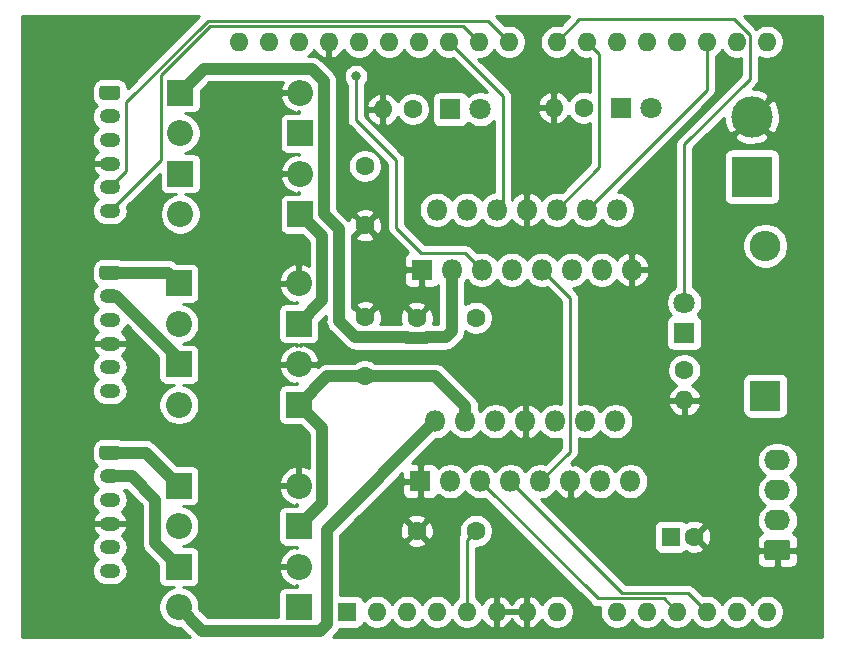
<source format=gbr>
G04 #@! TF.GenerationSoftware,KiCad,Pcbnew,5.1.6+dfsg1-1*
G04 #@! TF.CreationDate,2021-02-24T22:01:50+01:00*
G04 #@! TF.ProjectId,motor-control,6d6f746f-722d-4636-9f6e-74726f6c2e6b,rev?*
G04 #@! TF.SameCoordinates,Original*
G04 #@! TF.FileFunction,Copper,L2,Bot*
G04 #@! TF.FilePolarity,Positive*
%FSLAX46Y46*%
G04 Gerber Fmt 4.6, Leading zero omitted, Abs format (unit mm)*
G04 Created by KiCad (PCBNEW 5.1.6+dfsg1-1) date 2021-02-24 22:01:50*
%MOMM*%
%LPD*%
G01*
G04 APERTURE LIST*
G04 #@! TA.AperFunction,ComponentPad*
%ADD10O,2.200000X2.200000*%
G04 #@! TD*
G04 #@! TA.AperFunction,ComponentPad*
%ADD11R,2.200000X2.200000*%
G04 #@! TD*
G04 #@! TA.AperFunction,ComponentPad*
%ADD12O,1.600000X1.600000*%
G04 #@! TD*
G04 #@! TA.AperFunction,ComponentPad*
%ADD13R,1.600000X1.600000*%
G04 #@! TD*
G04 #@! TA.AperFunction,ComponentPad*
%ADD14C,1.600000*%
G04 #@! TD*
G04 #@! TA.AperFunction,ComponentPad*
%ADD15R,2.600000X2.600000*%
G04 #@! TD*
G04 #@! TA.AperFunction,ComponentPad*
%ADD16O,2.600000X2.600000*%
G04 #@! TD*
G04 #@! TA.AperFunction,ComponentPad*
%ADD17R,1.800000X1.800000*%
G04 #@! TD*
G04 #@! TA.AperFunction,ComponentPad*
%ADD18C,1.800000*%
G04 #@! TD*
G04 #@! TA.AperFunction,ComponentPad*
%ADD19R,3.500120X3.500120*%
G04 #@! TD*
G04 #@! TA.AperFunction,ComponentPad*
%ADD20C,3.500120*%
G04 #@! TD*
G04 #@! TA.AperFunction,ComponentPad*
%ADD21O,2.200000X1.740000*%
G04 #@! TD*
G04 #@! TA.AperFunction,ComponentPad*
%ADD22O,1.750000X1.200000*%
G04 #@! TD*
G04 #@! TA.AperFunction,ComponentPad*
%ADD23O,1.800000X1.800000*%
G04 #@! TD*
G04 #@! TA.AperFunction,ViaPad*
%ADD24C,0.800000*%
G04 #@! TD*
G04 #@! TA.AperFunction,Conductor*
%ADD25C,0.250000*%
G04 #@! TD*
G04 #@! TA.AperFunction,Conductor*
%ADD26C,1.000000*%
G04 #@! TD*
G04 #@! TA.AperFunction,Conductor*
%ADD27C,0.254000*%
G04 #@! TD*
G04 APERTURE END LIST*
D10*
X179959000Y-58039000D03*
D11*
X190119000Y-58039000D03*
D12*
X184916000Y-50292000D03*
X187456000Y-50292000D03*
D13*
X194056000Y-98552000D03*
D12*
X224536000Y-50292000D03*
X196596000Y-98552000D03*
X221996000Y-50292000D03*
X199136000Y-98552000D03*
X219456000Y-50292000D03*
X201676000Y-98552000D03*
X216916000Y-50292000D03*
X204216000Y-98552000D03*
X214376000Y-50292000D03*
X206756000Y-98552000D03*
X211836000Y-50292000D03*
X209296000Y-98552000D03*
X207776000Y-50292000D03*
X211836000Y-98552000D03*
X205236000Y-50292000D03*
X216916000Y-98552000D03*
X202696000Y-50292000D03*
X219456000Y-98552000D03*
X200156000Y-50292000D03*
X221996000Y-98552000D03*
X197616000Y-50292000D03*
X224536000Y-98552000D03*
X195076000Y-50292000D03*
X227076000Y-98552000D03*
X192536000Y-50292000D03*
X229616000Y-98552000D03*
X189996000Y-50292000D03*
X229616000Y-50292000D03*
X227076000Y-50292000D03*
D13*
X221488000Y-92202000D03*
D14*
X223488000Y-92202000D03*
X195580000Y-73613000D03*
X195580000Y-78613000D03*
X195580000Y-65833000D03*
X195580000Y-60833000D03*
X204978000Y-91694000D03*
X199978000Y-91694000D03*
X204978000Y-73660000D03*
X199978000Y-73660000D03*
D15*
X229489000Y-80264000D03*
D16*
X229489000Y-67564000D03*
D17*
X222631000Y-74930000D03*
D18*
X222631000Y-72390000D03*
X205359000Y-56007000D03*
D17*
X202819000Y-56007000D03*
X217297000Y-55880000D03*
D18*
X219837000Y-55880000D03*
D19*
X228346000Y-61722000D03*
D20*
X228346000Y-56642000D03*
G04 #@! TA.AperFunction,ComponentPad*
G36*
G01*
X231355001Y-94215000D02*
X229654999Y-94215000D01*
G75*
G02*
X229405000Y-93965001I0J249999D01*
G01*
X229405000Y-92724999D01*
G75*
G02*
X229654999Y-92475000I249999J0D01*
G01*
X231355001Y-92475000D01*
G75*
G02*
X231605000Y-92724999I0J-249999D01*
G01*
X231605000Y-93965001D01*
G75*
G02*
X231355001Y-94215000I-249999J0D01*
G01*
G37*
G04 #@! TD.AperFunction*
D21*
X230505000Y-90805000D03*
X230505000Y-88265000D03*
X230505000Y-85725000D03*
G04 #@! TA.AperFunction,ComponentPad*
G36*
G01*
X173364999Y-54010000D02*
X174615001Y-54010000D01*
G75*
G02*
X174865000Y-54259999I0J-249999D01*
G01*
X174865000Y-54960001D01*
G75*
G02*
X174615001Y-55210000I-249999J0D01*
G01*
X173364999Y-55210000D01*
G75*
G02*
X173115000Y-54960001I0J249999D01*
G01*
X173115000Y-54259999D01*
G75*
G02*
X173364999Y-54010000I249999J0D01*
G01*
G37*
G04 #@! TD.AperFunction*
D22*
X173990000Y-56610000D03*
X173990000Y-58610000D03*
X173990000Y-60610000D03*
X173990000Y-62610000D03*
X173990000Y-64610000D03*
X173990000Y-79850000D03*
X173990000Y-77850000D03*
X173990000Y-75850000D03*
X173990000Y-73850000D03*
X173990000Y-71850000D03*
G04 #@! TA.AperFunction,ComponentPad*
G36*
G01*
X173364999Y-69250000D02*
X174615001Y-69250000D01*
G75*
G02*
X174865000Y-69499999I0J-249999D01*
G01*
X174865000Y-70200001D01*
G75*
G02*
X174615001Y-70450000I-249999J0D01*
G01*
X173364999Y-70450000D01*
G75*
G02*
X173115000Y-70200001I0J249999D01*
G01*
X173115000Y-69499999D01*
G75*
G02*
X173364999Y-69250000I249999J0D01*
G01*
G37*
G04 #@! TD.AperFunction*
G04 #@! TA.AperFunction,ComponentPad*
G36*
G01*
X173364999Y-84490000D02*
X174615001Y-84490000D01*
G75*
G02*
X174865000Y-84739999I0J-249999D01*
G01*
X174865000Y-85440001D01*
G75*
G02*
X174615001Y-85690000I-249999J0D01*
G01*
X173364999Y-85690000D01*
G75*
G02*
X173115000Y-85440001I0J249999D01*
G01*
X173115000Y-84739999D01*
G75*
G02*
X173364999Y-84490000I249999J0D01*
G01*
G37*
G04 #@! TD.AperFunction*
X173990000Y-87090000D03*
X173990000Y-89090000D03*
X173990000Y-91090000D03*
X173990000Y-93090000D03*
X173990000Y-95090000D03*
D17*
X200406000Y-69596000D03*
D23*
X201676000Y-64516000D03*
X202946000Y-69596000D03*
X204216000Y-64516000D03*
X205486000Y-69596000D03*
X206756000Y-64516000D03*
X208026000Y-69596000D03*
X209296000Y-64516000D03*
X210566000Y-69596000D03*
X211836000Y-64516000D03*
X213106000Y-69596000D03*
X214376000Y-64516000D03*
X215646000Y-69596000D03*
X216916000Y-64516000D03*
X218186000Y-69596000D03*
X218059000Y-87503000D03*
X216789000Y-82423000D03*
X215519000Y-87503000D03*
X214249000Y-82423000D03*
X212979000Y-87503000D03*
X211709000Y-82423000D03*
X210439000Y-87503000D03*
X209169000Y-82423000D03*
X207899000Y-87503000D03*
X206629000Y-82423000D03*
X205359000Y-87503000D03*
X204089000Y-82423000D03*
X202819000Y-87503000D03*
X201549000Y-82423000D03*
D17*
X200279000Y-87503000D03*
D11*
X190119000Y-64897000D03*
D10*
X179959000Y-64897000D03*
X190119000Y-61468000D03*
D11*
X179959000Y-61468000D03*
D10*
X179832000Y-98171000D03*
D11*
X189992000Y-98171000D03*
D10*
X189992000Y-94742000D03*
D11*
X179832000Y-94742000D03*
X179959000Y-54610000D03*
D10*
X190119000Y-54610000D03*
D11*
X189992000Y-91313000D03*
D10*
X179832000Y-91313000D03*
D11*
X179832000Y-87884000D03*
D10*
X189992000Y-87884000D03*
D11*
X189992000Y-81026000D03*
D10*
X179832000Y-81026000D03*
X189992000Y-77597000D03*
D11*
X179832000Y-77597000D03*
X189992000Y-74168000D03*
D10*
X179832000Y-74168000D03*
D11*
X179832000Y-70739000D03*
D10*
X189992000Y-70739000D03*
D14*
X222631000Y-78105000D03*
D12*
X222631000Y-80645000D03*
X197104000Y-56007000D03*
D14*
X199644000Y-56007000D03*
X214122000Y-55880000D03*
D12*
X211582000Y-55880000D03*
D24*
X194818000Y-53213000D03*
D25*
X205486000Y-69596000D02*
X204060999Y-68170999D01*
X204060999Y-68170999D02*
X200377999Y-68170999D01*
X200377999Y-68170999D02*
X198247000Y-66040000D01*
X198247000Y-66040000D02*
X198247000Y-60325000D01*
X198247000Y-60325000D02*
X194818000Y-56896000D01*
X194818000Y-56896000D02*
X194818000Y-56331998D01*
X194818000Y-56331998D02*
X194818000Y-53213000D01*
X194818000Y-53213000D02*
X194818000Y-53213000D01*
X215447001Y-51363001D02*
X214376000Y-50292000D01*
X215447001Y-60904999D02*
X215447001Y-51363001D01*
X211836000Y-64516000D02*
X215447001Y-60904999D01*
X224536000Y-54356000D02*
X224536000Y-50292000D01*
X214376000Y-64516000D02*
X224536000Y-54356000D01*
X212934001Y-85007999D02*
X210439000Y-87503000D01*
X212934001Y-71964001D02*
X212934001Y-85007999D01*
X210566000Y-69596000D02*
X212934001Y-71964001D01*
X204216000Y-92456000D02*
X204978000Y-91694000D01*
X204216000Y-98552000D02*
X204216000Y-92456000D01*
X215282999Y-97426999D02*
X205359000Y-87503000D01*
X220870999Y-97426999D02*
X215282999Y-97426999D01*
X221996000Y-98552000D02*
X220870999Y-97426999D01*
X217372989Y-96976989D02*
X207899000Y-87503000D01*
X222960989Y-96976989D02*
X217372989Y-96976989D01*
X224536000Y-98552000D02*
X222960989Y-96976989D01*
X182456999Y-48966999D02*
X203910999Y-48966999D01*
X178333999Y-53089999D02*
X182456999Y-48966999D01*
X178333999Y-60266001D02*
X178333999Y-53089999D01*
X203910999Y-48966999D02*
X205236000Y-50292000D01*
X173990000Y-64610000D02*
X178333999Y-60266001D01*
D26*
X191992001Y-66770001D02*
X190119000Y-64897000D01*
X191992001Y-72167999D02*
X191992001Y-66770001D01*
X189992000Y-74168000D02*
X191992001Y-72167999D01*
X191992001Y-83026001D02*
X189992000Y-81026000D01*
X191992001Y-89312999D02*
X191992001Y-83026001D01*
X189992000Y-91313000D02*
X191992001Y-89312999D01*
X190395001Y-80622999D02*
X189992000Y-81026000D01*
X201551792Y-78613000D02*
X195580000Y-78613000D01*
X204089000Y-81150208D02*
X201551792Y-78613000D01*
X204089000Y-82423000D02*
X204089000Y-81150208D01*
X192405000Y-78613000D02*
X189992000Y-81026000D01*
X195580000Y-78613000D02*
X192405000Y-78613000D01*
D25*
X206000989Y-48516989D02*
X207776000Y-50292000D01*
X182270599Y-48516989D02*
X206000989Y-48516989D01*
X175390010Y-55397578D02*
X182270599Y-48516989D01*
X175390010Y-61209990D02*
X175390010Y-55397578D01*
X173990000Y-62610000D02*
X175390010Y-61209990D01*
X228201001Y-49751999D02*
X226836002Y-48387000D01*
X228201001Y-53419908D02*
X228201001Y-49751999D01*
X222631000Y-58989909D02*
X228201001Y-53419908D01*
X222631000Y-72390000D02*
X222631000Y-58989909D01*
X213741000Y-48387000D02*
X211836000Y-50292000D01*
X226836002Y-48387000D02*
X213741000Y-48387000D01*
X207264000Y-54860000D02*
X202696000Y-50292000D01*
X207264000Y-64008000D02*
X207264000Y-54860000D01*
X206756000Y-64516000D02*
X207264000Y-64008000D01*
D26*
X192355999Y-91616001D02*
X201549000Y-82423000D01*
X192355999Y-99627003D02*
X192355999Y-91616001D01*
X191812001Y-100171001D02*
X192355999Y-99627003D01*
X181832001Y-100171001D02*
X191812001Y-100171001D01*
X179832000Y-98171000D02*
X181832001Y-100171001D01*
X177831999Y-92741999D02*
X179832000Y-94742000D01*
X177831999Y-89056999D02*
X177831999Y-92741999D01*
X175865000Y-87090000D02*
X177831999Y-89056999D01*
X173990000Y-87090000D02*
X175865000Y-87090000D01*
X202946000Y-74808000D02*
X202946000Y-69596000D01*
X200843002Y-75311000D02*
X202443000Y-75311000D01*
X179959000Y-54610000D02*
X181959001Y-52609999D01*
X191079001Y-52609999D02*
X192119001Y-53649999D01*
X202443000Y-75311000D02*
X202946000Y-74808000D01*
X196396001Y-75313001D02*
X196398002Y-75311000D01*
X196398002Y-75311000D02*
X199112998Y-75311000D01*
X181959001Y-52609999D02*
X191079001Y-52609999D01*
X192119001Y-64917089D02*
X193392011Y-66190098D01*
X193392011Y-66190098D02*
X193392011Y-73941013D01*
X199112998Y-75311000D02*
X199161999Y-75360001D01*
X193392011Y-73941013D02*
X194763999Y-75313001D01*
X194763999Y-75313001D02*
X196396001Y-75313001D01*
X199161999Y-75360001D02*
X200794001Y-75360001D01*
X192119001Y-53649999D02*
X192119001Y-64917089D01*
X200794001Y-75360001D02*
X200843002Y-75311000D01*
X177038000Y-85090000D02*
X179832000Y-87884000D01*
X173990000Y-85090000D02*
X177038000Y-85090000D01*
X179832000Y-77128002D02*
X179832000Y-77597000D01*
X174553998Y-71850000D02*
X179832000Y-77128002D01*
X173990000Y-71850000D02*
X174553998Y-71850000D01*
X178943000Y-69850000D02*
X179832000Y-70739000D01*
X173990000Y-69850000D02*
X178943000Y-69850000D01*
D27*
G36*
X175498564Y-54214223D02*
G01*
X175486008Y-54086745D01*
X175435472Y-53920149D01*
X175353405Y-53766613D01*
X175242962Y-53632038D01*
X175108387Y-53521595D01*
X174954851Y-53439528D01*
X174788255Y-53388992D01*
X174615001Y-53371928D01*
X173364999Y-53371928D01*
X173191745Y-53388992D01*
X173025149Y-53439528D01*
X172871613Y-53521595D01*
X172737038Y-53632038D01*
X172626595Y-53766613D01*
X172544528Y-53920149D01*
X172493992Y-54086745D01*
X172476928Y-54259999D01*
X172476928Y-54960001D01*
X172493992Y-55133255D01*
X172544528Y-55299851D01*
X172626595Y-55453387D01*
X172737038Y-55587962D01*
X172871613Y-55698405D01*
X172876111Y-55700809D01*
X172837498Y-55732498D01*
X172683167Y-55920551D01*
X172568489Y-56135099D01*
X172497870Y-56367898D01*
X172474025Y-56610000D01*
X172497870Y-56852102D01*
X172568489Y-57084901D01*
X172683167Y-57299449D01*
X172837498Y-57487502D01*
X172986762Y-57610000D01*
X172837498Y-57732498D01*
X172683167Y-57920551D01*
X172568489Y-58135099D01*
X172497870Y-58367898D01*
X172474025Y-58610000D01*
X172497870Y-58852102D01*
X172568489Y-59084901D01*
X172683167Y-59299449D01*
X172837498Y-59487502D01*
X172987348Y-59610481D01*
X172923275Y-59653693D01*
X172751922Y-59826526D01*
X172617579Y-60029467D01*
X172525409Y-60254718D01*
X172521538Y-60292391D01*
X172646269Y-60483000D01*
X173863000Y-60483000D01*
X173863000Y-60463000D01*
X174117000Y-60463000D01*
X174117000Y-60483000D01*
X174137000Y-60483000D01*
X174137000Y-60737000D01*
X174117000Y-60737000D01*
X174117000Y-60757000D01*
X173863000Y-60757000D01*
X173863000Y-60737000D01*
X172646269Y-60737000D01*
X172521538Y-60927609D01*
X172525409Y-60965282D01*
X172617579Y-61190533D01*
X172751922Y-61393474D01*
X172923275Y-61566307D01*
X172987348Y-61609519D01*
X172837498Y-61732498D01*
X172683167Y-61920551D01*
X172568489Y-62135099D01*
X172497870Y-62367898D01*
X172474025Y-62610000D01*
X172497870Y-62852102D01*
X172568489Y-63084901D01*
X172683167Y-63299449D01*
X172837498Y-63487502D01*
X172986762Y-63610000D01*
X172837498Y-63732498D01*
X172683167Y-63920551D01*
X172568489Y-64135099D01*
X172497870Y-64367898D01*
X172474025Y-64610000D01*
X172497870Y-64852102D01*
X172568489Y-65084901D01*
X172683167Y-65299449D01*
X172837498Y-65487502D01*
X173025551Y-65641833D01*
X173240099Y-65756511D01*
X173472898Y-65827130D01*
X173654335Y-65845000D01*
X174325665Y-65845000D01*
X174507102Y-65827130D01*
X174739901Y-65756511D01*
X174954449Y-65641833D01*
X175142502Y-65487502D01*
X175296833Y-65299449D01*
X175411511Y-65084901D01*
X175482130Y-64852102D01*
X175505975Y-64610000D01*
X175482130Y-64367898D01*
X175441347Y-64233454D01*
X178220928Y-61453874D01*
X178220928Y-62568000D01*
X178233188Y-62692482D01*
X178269498Y-62812180D01*
X178328463Y-62922494D01*
X178407815Y-63019185D01*
X178504506Y-63098537D01*
X178614820Y-63157502D01*
X178734518Y-63193812D01*
X178859000Y-63206072D01*
X179566552Y-63206072D01*
X179452919Y-63228675D01*
X179137169Y-63359463D01*
X178853002Y-63549337D01*
X178611337Y-63791002D01*
X178421463Y-64075169D01*
X178290675Y-64390919D01*
X178224000Y-64726117D01*
X178224000Y-65067883D01*
X178290675Y-65403081D01*
X178421463Y-65718831D01*
X178611337Y-66002998D01*
X178853002Y-66244663D01*
X179137169Y-66434537D01*
X179452919Y-66565325D01*
X179788117Y-66632000D01*
X180129883Y-66632000D01*
X180465081Y-66565325D01*
X180780831Y-66434537D01*
X181064998Y-66244663D01*
X181306663Y-66002998D01*
X181496537Y-65718831D01*
X181627325Y-65403081D01*
X181694000Y-65067883D01*
X181694000Y-64726117D01*
X181627325Y-64390919D01*
X181496537Y-64075169D01*
X181306663Y-63791002D01*
X181064998Y-63549337D01*
X180780831Y-63359463D01*
X180465081Y-63228675D01*
X180351448Y-63206072D01*
X181059000Y-63206072D01*
X181183482Y-63193812D01*
X181303180Y-63157502D01*
X181413494Y-63098537D01*
X181510185Y-63019185D01*
X181589537Y-62922494D01*
X181648502Y-62812180D01*
X181684812Y-62692482D01*
X181697072Y-62568000D01*
X181697072Y-60368000D01*
X181684812Y-60243518D01*
X181648502Y-60123820D01*
X181589537Y-60013506D01*
X181510185Y-59916815D01*
X181413494Y-59837463D01*
X181303180Y-59778498D01*
X181183482Y-59742188D01*
X181059000Y-59729928D01*
X180351448Y-59729928D01*
X180465081Y-59707325D01*
X180780831Y-59576537D01*
X181064998Y-59386663D01*
X181306663Y-59144998D01*
X181496537Y-58860831D01*
X181627325Y-58545081D01*
X181694000Y-58209883D01*
X181694000Y-57868117D01*
X181627325Y-57532919D01*
X181496537Y-57217169D01*
X181306663Y-56933002D01*
X181064998Y-56691337D01*
X180780831Y-56501463D01*
X180465081Y-56370675D01*
X180351448Y-56348072D01*
X181059000Y-56348072D01*
X181183482Y-56335812D01*
X181303180Y-56299502D01*
X181413494Y-56240537D01*
X181510185Y-56161185D01*
X181589537Y-56064494D01*
X181648502Y-55954180D01*
X181684812Y-55834482D01*
X181697072Y-55710000D01*
X181697072Y-54477060D01*
X182429134Y-53744999D01*
X188620221Y-53744999D01*
X188494425Y-54000906D01*
X188429825Y-54213878D01*
X188547875Y-54483000D01*
X189992000Y-54483000D01*
X189992000Y-54463000D01*
X190246000Y-54463000D01*
X190246000Y-54483000D01*
X190266000Y-54483000D01*
X190266000Y-54737000D01*
X190246000Y-54737000D01*
X190246000Y-54757000D01*
X189992000Y-54757000D01*
X189992000Y-54737000D01*
X188547875Y-54737000D01*
X188429825Y-55006122D01*
X188494425Y-55219094D01*
X188644469Y-55524329D01*
X188851178Y-55794427D01*
X189106609Y-56019008D01*
X189400946Y-56189442D01*
X189722877Y-56299179D01*
X189991998Y-56181601D01*
X189991998Y-56300928D01*
X189019000Y-56300928D01*
X188894518Y-56313188D01*
X188774820Y-56349498D01*
X188664506Y-56408463D01*
X188567815Y-56487815D01*
X188488463Y-56584506D01*
X188429498Y-56694820D01*
X188393188Y-56814518D01*
X188380928Y-56939000D01*
X188380928Y-59139000D01*
X188393188Y-59263482D01*
X188429498Y-59383180D01*
X188488463Y-59493494D01*
X188567815Y-59590185D01*
X188664506Y-59669537D01*
X188774820Y-59728502D01*
X188894518Y-59764812D01*
X189019000Y-59777072D01*
X189991998Y-59777072D01*
X189991998Y-59896399D01*
X189722877Y-59778821D01*
X189400946Y-59888558D01*
X189106609Y-60058992D01*
X188851178Y-60283573D01*
X188644469Y-60553671D01*
X188494425Y-60858906D01*
X188429825Y-61071878D01*
X188547875Y-61341000D01*
X189992000Y-61341000D01*
X189992000Y-61321000D01*
X190246000Y-61321000D01*
X190246000Y-61341000D01*
X190266000Y-61341000D01*
X190266000Y-61595000D01*
X190246000Y-61595000D01*
X190246000Y-61615000D01*
X189992000Y-61615000D01*
X189992000Y-61595000D01*
X188547875Y-61595000D01*
X188429825Y-61864122D01*
X188494425Y-62077094D01*
X188644469Y-62382329D01*
X188851178Y-62652427D01*
X189106609Y-62877008D01*
X189400946Y-63047442D01*
X189722877Y-63157179D01*
X189991998Y-63039601D01*
X189991998Y-63158928D01*
X189019000Y-63158928D01*
X188894518Y-63171188D01*
X188774820Y-63207498D01*
X188664506Y-63266463D01*
X188567815Y-63345815D01*
X188488463Y-63442506D01*
X188429498Y-63552820D01*
X188393188Y-63672518D01*
X188380928Y-63797000D01*
X188380928Y-65997000D01*
X188393188Y-66121482D01*
X188429498Y-66241180D01*
X188488463Y-66351494D01*
X188567815Y-66448185D01*
X188664506Y-66527537D01*
X188774820Y-66586502D01*
X188894518Y-66622812D01*
X189019000Y-66635072D01*
X190251941Y-66635072D01*
X190857002Y-67240134D01*
X190857002Y-69244647D01*
X190710054Y-69159558D01*
X190388123Y-69049821D01*
X190119000Y-69167400D01*
X190119000Y-70612000D01*
X190139000Y-70612000D01*
X190139000Y-70866000D01*
X190119000Y-70866000D01*
X190119000Y-70886000D01*
X189865000Y-70886000D01*
X189865000Y-70866000D01*
X188420875Y-70866000D01*
X188302825Y-71135122D01*
X188367425Y-71348094D01*
X188517469Y-71653329D01*
X188724178Y-71923427D01*
X188979609Y-72148008D01*
X189273946Y-72318442D01*
X189595877Y-72428179D01*
X189864998Y-72310601D01*
X189864998Y-72429928D01*
X188892000Y-72429928D01*
X188767518Y-72442188D01*
X188647820Y-72478498D01*
X188537506Y-72537463D01*
X188440815Y-72616815D01*
X188361463Y-72713506D01*
X188302498Y-72823820D01*
X188266188Y-72943518D01*
X188253928Y-73068000D01*
X188253928Y-75268000D01*
X188266188Y-75392482D01*
X188302498Y-75512180D01*
X188361463Y-75622494D01*
X188440815Y-75719185D01*
X188537506Y-75798537D01*
X188647820Y-75857502D01*
X188767518Y-75893812D01*
X188892000Y-75906072D01*
X189864998Y-75906072D01*
X189864998Y-76025399D01*
X189595877Y-75907821D01*
X189273946Y-76017558D01*
X188979609Y-76187992D01*
X188724178Y-76412573D01*
X188517469Y-76682671D01*
X188367425Y-76987906D01*
X188302825Y-77200878D01*
X188420875Y-77470000D01*
X189865000Y-77470000D01*
X189865000Y-77450000D01*
X190119000Y-77450000D01*
X190119000Y-77470000D01*
X191563125Y-77470000D01*
X191681175Y-77200878D01*
X191616575Y-76987906D01*
X191466531Y-76682671D01*
X191259822Y-76412573D01*
X191004391Y-76187992D01*
X190710054Y-76017558D01*
X190388123Y-75907821D01*
X190119002Y-76025399D01*
X190119002Y-75906072D01*
X191092000Y-75906072D01*
X191216482Y-75893812D01*
X191336180Y-75857502D01*
X191446494Y-75798537D01*
X191543185Y-75719185D01*
X191622537Y-75622494D01*
X191681502Y-75512180D01*
X191717812Y-75392482D01*
X191730072Y-75268000D01*
X191730072Y-74035060D01*
X192257012Y-73508121D01*
X192257012Y-73885252D01*
X192251520Y-73941013D01*
X192273434Y-74163511D01*
X192338335Y-74377459D01*
X192364333Y-74426097D01*
X192443728Y-74574636D01*
X192585563Y-74747462D01*
X192628871Y-74783004D01*
X193922007Y-76076141D01*
X193957550Y-76119450D01*
X194130376Y-76261285D01*
X194316065Y-76360537D01*
X194327552Y-76366677D01*
X194541500Y-76431578D01*
X194763998Y-76453492D01*
X194819750Y-76448001D01*
X196340250Y-76448001D01*
X196396001Y-76453492D01*
X196451752Y-76448001D01*
X196451753Y-76448001D01*
X196472070Y-76446000D01*
X198832106Y-76446000D01*
X198939500Y-76478578D01*
X199106247Y-76495001D01*
X199106248Y-76495001D01*
X199161999Y-76500492D01*
X199217751Y-76495001D01*
X200738250Y-76495001D01*
X200794001Y-76500492D01*
X200849752Y-76495001D01*
X200849753Y-76495001D01*
X201016500Y-76478578D01*
X201123894Y-76446000D01*
X202387249Y-76446000D01*
X202443000Y-76451491D01*
X202498751Y-76446000D01*
X202498752Y-76446000D01*
X202665499Y-76429577D01*
X202879447Y-76364676D01*
X203076623Y-76259284D01*
X203249449Y-76117449D01*
X203284996Y-76074135D01*
X203709135Y-75649996D01*
X203752449Y-75614449D01*
X203894284Y-75441623D01*
X203999676Y-75244447D01*
X204064577Y-75030499D01*
X204081000Y-74863752D01*
X204081000Y-74863743D01*
X204086490Y-74808001D01*
X204084610Y-74788915D01*
X204298273Y-74931680D01*
X204559426Y-75039853D01*
X204836665Y-75095000D01*
X205119335Y-75095000D01*
X205396574Y-75039853D01*
X205657727Y-74931680D01*
X205892759Y-74774637D01*
X206092637Y-74574759D01*
X206249680Y-74339727D01*
X206357853Y-74078574D01*
X206413000Y-73801335D01*
X206413000Y-73518665D01*
X206357853Y-73241426D01*
X206249680Y-72980273D01*
X206092637Y-72745241D01*
X205892759Y-72545363D01*
X205657727Y-72388320D01*
X205396574Y-72280147D01*
X205119335Y-72225000D01*
X204836665Y-72225000D01*
X204559426Y-72280147D01*
X204298273Y-72388320D01*
X204081000Y-72533497D01*
X204081000Y-70631817D01*
X204138312Y-70574505D01*
X204216000Y-70458237D01*
X204293688Y-70574505D01*
X204507495Y-70788312D01*
X204758905Y-70956299D01*
X205038257Y-71072011D01*
X205334816Y-71131000D01*
X205637184Y-71131000D01*
X205933743Y-71072011D01*
X206213095Y-70956299D01*
X206464505Y-70788312D01*
X206678312Y-70574505D01*
X206756000Y-70458237D01*
X206833688Y-70574505D01*
X207047495Y-70788312D01*
X207298905Y-70956299D01*
X207578257Y-71072011D01*
X207874816Y-71131000D01*
X208177184Y-71131000D01*
X208473743Y-71072011D01*
X208753095Y-70956299D01*
X209004505Y-70788312D01*
X209218312Y-70574505D01*
X209296000Y-70458237D01*
X209373688Y-70574505D01*
X209587495Y-70788312D01*
X209838905Y-70956299D01*
X210118257Y-71072011D01*
X210414816Y-71131000D01*
X210717184Y-71131000D01*
X210974930Y-71079731D01*
X212174001Y-72278803D01*
X212174002Y-80954138D01*
X212156743Y-80946989D01*
X211860184Y-80888000D01*
X211557816Y-80888000D01*
X211261257Y-80946989D01*
X210981905Y-81062701D01*
X210730495Y-81230688D01*
X210516688Y-81444495D01*
X210435633Y-81565802D01*
X210300649Y-81385884D01*
X210076573Y-81185038D01*
X209817620Y-81031766D01*
X209533741Y-80931959D01*
X209296000Y-81052008D01*
X209296000Y-82296000D01*
X209316000Y-82296000D01*
X209316000Y-82550000D01*
X209296000Y-82550000D01*
X209296000Y-83793992D01*
X209533741Y-83914041D01*
X209817620Y-83814234D01*
X210076573Y-83660962D01*
X210300649Y-83460116D01*
X210435633Y-83280198D01*
X210516688Y-83401505D01*
X210730495Y-83615312D01*
X210981905Y-83783299D01*
X211261257Y-83899011D01*
X211557816Y-83958000D01*
X211860184Y-83958000D01*
X212156743Y-83899011D01*
X212174002Y-83891862D01*
X212174002Y-84693196D01*
X210847930Y-86019269D01*
X210590184Y-85968000D01*
X210287816Y-85968000D01*
X209991257Y-86026989D01*
X209711905Y-86142701D01*
X209460495Y-86310688D01*
X209246688Y-86524495D01*
X209169000Y-86640763D01*
X209091312Y-86524495D01*
X208877505Y-86310688D01*
X208626095Y-86142701D01*
X208346743Y-86026989D01*
X208050184Y-85968000D01*
X207747816Y-85968000D01*
X207451257Y-86026989D01*
X207171905Y-86142701D01*
X206920495Y-86310688D01*
X206706688Y-86524495D01*
X206629000Y-86640763D01*
X206551312Y-86524495D01*
X206337505Y-86310688D01*
X206086095Y-86142701D01*
X205806743Y-86026989D01*
X205510184Y-85968000D01*
X205207816Y-85968000D01*
X204911257Y-86026989D01*
X204631905Y-86142701D01*
X204380495Y-86310688D01*
X204166688Y-86524495D01*
X204089000Y-86640763D01*
X204011312Y-86524495D01*
X203797505Y-86310688D01*
X203546095Y-86142701D01*
X203266743Y-86026989D01*
X202970184Y-85968000D01*
X202667816Y-85968000D01*
X202371257Y-86026989D01*
X202091905Y-86142701D01*
X201840495Y-86310688D01*
X201774056Y-86377127D01*
X201768502Y-86358820D01*
X201709537Y-86248506D01*
X201630185Y-86151815D01*
X201533494Y-86072463D01*
X201423180Y-86013498D01*
X201303482Y-85977188D01*
X201179000Y-85964928D01*
X200564750Y-85968000D01*
X200406000Y-86126750D01*
X200406000Y-87376000D01*
X200426000Y-87376000D01*
X200426000Y-87630000D01*
X200406000Y-87630000D01*
X200406000Y-88879250D01*
X200564750Y-89038000D01*
X201179000Y-89041072D01*
X201303482Y-89028812D01*
X201423180Y-88992502D01*
X201533494Y-88933537D01*
X201630185Y-88854185D01*
X201709537Y-88757494D01*
X201768502Y-88647180D01*
X201774056Y-88628873D01*
X201840495Y-88695312D01*
X202091905Y-88863299D01*
X202371257Y-88979011D01*
X202667816Y-89038000D01*
X202970184Y-89038000D01*
X203266743Y-88979011D01*
X203546095Y-88863299D01*
X203797505Y-88695312D01*
X204011312Y-88481505D01*
X204089000Y-88365237D01*
X204166688Y-88481505D01*
X204380495Y-88695312D01*
X204631905Y-88863299D01*
X204911257Y-88979011D01*
X205207816Y-89038000D01*
X205510184Y-89038000D01*
X205767930Y-88986731D01*
X214719199Y-97938001D01*
X214742998Y-97967000D01*
X214771996Y-97990798D01*
X214858722Y-98061973D01*
X214981731Y-98127723D01*
X214990752Y-98132545D01*
X215134013Y-98176002D01*
X215245666Y-98186999D01*
X215245676Y-98186999D01*
X215282999Y-98190675D01*
X215320321Y-98186999D01*
X215525491Y-98186999D01*
X215481000Y-98410665D01*
X215481000Y-98693335D01*
X215536147Y-98970574D01*
X215644320Y-99231727D01*
X215801363Y-99466759D01*
X216001241Y-99666637D01*
X216236273Y-99823680D01*
X216497426Y-99931853D01*
X216774665Y-99987000D01*
X217057335Y-99987000D01*
X217334574Y-99931853D01*
X217595727Y-99823680D01*
X217830759Y-99666637D01*
X218030637Y-99466759D01*
X218186000Y-99234241D01*
X218341363Y-99466759D01*
X218541241Y-99666637D01*
X218776273Y-99823680D01*
X219037426Y-99931853D01*
X219314665Y-99987000D01*
X219597335Y-99987000D01*
X219874574Y-99931853D01*
X220135727Y-99823680D01*
X220370759Y-99666637D01*
X220570637Y-99466759D01*
X220726000Y-99234241D01*
X220881363Y-99466759D01*
X221081241Y-99666637D01*
X221316273Y-99823680D01*
X221577426Y-99931853D01*
X221854665Y-99987000D01*
X222137335Y-99987000D01*
X222414574Y-99931853D01*
X222675727Y-99823680D01*
X222910759Y-99666637D01*
X223110637Y-99466759D01*
X223266000Y-99234241D01*
X223421363Y-99466759D01*
X223621241Y-99666637D01*
X223856273Y-99823680D01*
X224117426Y-99931853D01*
X224394665Y-99987000D01*
X224677335Y-99987000D01*
X224954574Y-99931853D01*
X225215727Y-99823680D01*
X225450759Y-99666637D01*
X225650637Y-99466759D01*
X225806000Y-99234241D01*
X225961363Y-99466759D01*
X226161241Y-99666637D01*
X226396273Y-99823680D01*
X226657426Y-99931853D01*
X226934665Y-99987000D01*
X227217335Y-99987000D01*
X227494574Y-99931853D01*
X227755727Y-99823680D01*
X227990759Y-99666637D01*
X228190637Y-99466759D01*
X228346000Y-99234241D01*
X228501363Y-99466759D01*
X228701241Y-99666637D01*
X228936273Y-99823680D01*
X229197426Y-99931853D01*
X229474665Y-99987000D01*
X229757335Y-99987000D01*
X230034574Y-99931853D01*
X230295727Y-99823680D01*
X230530759Y-99666637D01*
X230730637Y-99466759D01*
X230887680Y-99231727D01*
X230995853Y-98970574D01*
X231051000Y-98693335D01*
X231051000Y-98410665D01*
X230995853Y-98133426D01*
X230887680Y-97872273D01*
X230730637Y-97637241D01*
X230530759Y-97437363D01*
X230295727Y-97280320D01*
X230034574Y-97172147D01*
X229757335Y-97117000D01*
X229474665Y-97117000D01*
X229197426Y-97172147D01*
X228936273Y-97280320D01*
X228701241Y-97437363D01*
X228501363Y-97637241D01*
X228346000Y-97869759D01*
X228190637Y-97637241D01*
X227990759Y-97437363D01*
X227755727Y-97280320D01*
X227494574Y-97172147D01*
X227217335Y-97117000D01*
X226934665Y-97117000D01*
X226657426Y-97172147D01*
X226396273Y-97280320D01*
X226161241Y-97437363D01*
X225961363Y-97637241D01*
X225806000Y-97869759D01*
X225650637Y-97637241D01*
X225450759Y-97437363D01*
X225215727Y-97280320D01*
X224954574Y-97172147D01*
X224677335Y-97117000D01*
X224394665Y-97117000D01*
X224212114Y-97153312D01*
X223524793Y-96465992D01*
X223500990Y-96436988D01*
X223385265Y-96342015D01*
X223253236Y-96271443D01*
X223109975Y-96227986D01*
X222998322Y-96216989D01*
X222998311Y-96216989D01*
X222960989Y-96213313D01*
X222923667Y-96216989D01*
X217687791Y-96216989D01*
X215685802Y-94215000D01*
X228766928Y-94215000D01*
X228779188Y-94339482D01*
X228815498Y-94459180D01*
X228874463Y-94569494D01*
X228953815Y-94666185D01*
X229050506Y-94745537D01*
X229160820Y-94804502D01*
X229280518Y-94840812D01*
X229405000Y-94853072D01*
X230219250Y-94850000D01*
X230378000Y-94691250D01*
X230378000Y-93472000D01*
X230632000Y-93472000D01*
X230632000Y-94691250D01*
X230790750Y-94850000D01*
X231605000Y-94853072D01*
X231729482Y-94840812D01*
X231849180Y-94804502D01*
X231959494Y-94745537D01*
X232056185Y-94666185D01*
X232135537Y-94569494D01*
X232194502Y-94459180D01*
X232230812Y-94339482D01*
X232243072Y-94215000D01*
X232240000Y-93630750D01*
X232081250Y-93472000D01*
X230632000Y-93472000D01*
X230378000Y-93472000D01*
X228928750Y-93472000D01*
X228770000Y-93630750D01*
X228766928Y-94215000D01*
X215685802Y-94215000D01*
X212872802Y-91402000D01*
X220049928Y-91402000D01*
X220049928Y-93002000D01*
X220062188Y-93126482D01*
X220098498Y-93246180D01*
X220157463Y-93356494D01*
X220236815Y-93453185D01*
X220333506Y-93532537D01*
X220443820Y-93591502D01*
X220563518Y-93627812D01*
X220688000Y-93640072D01*
X222288000Y-93640072D01*
X222412482Y-93627812D01*
X222532180Y-93591502D01*
X222642494Y-93532537D01*
X222739185Y-93453185D01*
X222749807Y-93440242D01*
X223001996Y-93559571D01*
X223276184Y-93628300D01*
X223558512Y-93642217D01*
X223838130Y-93600787D01*
X224104292Y-93505603D01*
X224229514Y-93438671D01*
X224301097Y-93194702D01*
X223488000Y-92381605D01*
X223473858Y-92395748D01*
X223294253Y-92216143D01*
X223308395Y-92202000D01*
X223667605Y-92202000D01*
X224480702Y-93015097D01*
X224724671Y-92943514D01*
X224845571Y-92688004D01*
X224914300Y-92413816D01*
X224928217Y-92131488D01*
X224886787Y-91851870D01*
X224791603Y-91585708D01*
X224724671Y-91460486D01*
X224480702Y-91388903D01*
X223667605Y-92202000D01*
X223308395Y-92202000D01*
X223294253Y-92187858D01*
X223473858Y-92008253D01*
X223488000Y-92022395D01*
X224301097Y-91209298D01*
X224229514Y-90965329D01*
X223974004Y-90844429D01*
X223699816Y-90775700D01*
X223417488Y-90761783D01*
X223137870Y-90803213D01*
X222871708Y-90898397D01*
X222749691Y-90963616D01*
X222739185Y-90950815D01*
X222642494Y-90871463D01*
X222532180Y-90812498D01*
X222412482Y-90776188D01*
X222288000Y-90763928D01*
X220688000Y-90763928D01*
X220563518Y-90776188D01*
X220443820Y-90812498D01*
X220333506Y-90871463D01*
X220236815Y-90950815D01*
X220157463Y-91047506D01*
X220098498Y-91157820D01*
X220062188Y-91277518D01*
X220049928Y-91402000D01*
X212872802Y-91402000D01*
X210508801Y-89038000D01*
X210590184Y-89038000D01*
X210886743Y-88979011D01*
X211166095Y-88863299D01*
X211417505Y-88695312D01*
X211631312Y-88481505D01*
X211712367Y-88360198D01*
X211847351Y-88540116D01*
X212071427Y-88740962D01*
X212330380Y-88894234D01*
X212614259Y-88994041D01*
X212852000Y-88873992D01*
X212852000Y-87630000D01*
X212832000Y-87630000D01*
X212832000Y-87376000D01*
X212852000Y-87376000D01*
X212852000Y-87356000D01*
X213106000Y-87356000D01*
X213106000Y-87376000D01*
X213126000Y-87376000D01*
X213126000Y-87630000D01*
X213106000Y-87630000D01*
X213106000Y-88873992D01*
X213343741Y-88994041D01*
X213627620Y-88894234D01*
X213886573Y-88740962D01*
X214110649Y-88540116D01*
X214245633Y-88360198D01*
X214326688Y-88481505D01*
X214540495Y-88695312D01*
X214791905Y-88863299D01*
X215071257Y-88979011D01*
X215367816Y-89038000D01*
X215670184Y-89038000D01*
X215966743Y-88979011D01*
X216246095Y-88863299D01*
X216497505Y-88695312D01*
X216711312Y-88481505D01*
X216789000Y-88365237D01*
X216866688Y-88481505D01*
X217080495Y-88695312D01*
X217331905Y-88863299D01*
X217611257Y-88979011D01*
X217907816Y-89038000D01*
X218210184Y-89038000D01*
X218506743Y-88979011D01*
X218786095Y-88863299D01*
X219037505Y-88695312D01*
X219251312Y-88481505D01*
X219419299Y-88230095D01*
X219535011Y-87950743D01*
X219594000Y-87654184D01*
X219594000Y-87351816D01*
X219535011Y-87055257D01*
X219419299Y-86775905D01*
X219251312Y-86524495D01*
X219037505Y-86310688D01*
X218786095Y-86142701D01*
X218506743Y-86026989D01*
X218210184Y-85968000D01*
X217907816Y-85968000D01*
X217611257Y-86026989D01*
X217331905Y-86142701D01*
X217080495Y-86310688D01*
X216866688Y-86524495D01*
X216789000Y-86640763D01*
X216711312Y-86524495D01*
X216497505Y-86310688D01*
X216246095Y-86142701D01*
X215966743Y-86026989D01*
X215670184Y-85968000D01*
X215367816Y-85968000D01*
X215071257Y-86026989D01*
X214791905Y-86142701D01*
X214540495Y-86310688D01*
X214326688Y-86524495D01*
X214245633Y-86645802D01*
X214110649Y-86465884D01*
X213886573Y-86265038D01*
X213627620Y-86111766D01*
X213343741Y-86011959D01*
X213106002Y-86132007D01*
X213106002Y-85968000D01*
X213048802Y-85968000D01*
X213291802Y-85725000D01*
X228762718Y-85725000D01*
X228791776Y-86020032D01*
X228877834Y-86303725D01*
X229017583Y-86565179D01*
X229205655Y-86794345D01*
X229434821Y-86982417D01*
X229458362Y-86995000D01*
X229434821Y-87007583D01*
X229205655Y-87195655D01*
X229017583Y-87424821D01*
X228877834Y-87686275D01*
X228791776Y-87969968D01*
X228762718Y-88265000D01*
X228791776Y-88560032D01*
X228877834Y-88843725D01*
X229017583Y-89105179D01*
X229205655Y-89334345D01*
X229434821Y-89522417D01*
X229458362Y-89535000D01*
X229434821Y-89547583D01*
X229205655Y-89735655D01*
X229017583Y-89964821D01*
X228877834Y-90226275D01*
X228791776Y-90509968D01*
X228762718Y-90805000D01*
X228791776Y-91100032D01*
X228877834Y-91383725D01*
X229017583Y-91645179D01*
X229204047Y-91872385D01*
X229160820Y-91885498D01*
X229050506Y-91944463D01*
X228953815Y-92023815D01*
X228874463Y-92120506D01*
X228815498Y-92230820D01*
X228779188Y-92350518D01*
X228766928Y-92475000D01*
X228770000Y-93059250D01*
X228928750Y-93218000D01*
X230378000Y-93218000D01*
X230378000Y-93198000D01*
X230632000Y-93198000D01*
X230632000Y-93218000D01*
X232081250Y-93218000D01*
X232240000Y-93059250D01*
X232243072Y-92475000D01*
X232230812Y-92350518D01*
X232194502Y-92230820D01*
X232135537Y-92120506D01*
X232056185Y-92023815D01*
X231959494Y-91944463D01*
X231849180Y-91885498D01*
X231805953Y-91872385D01*
X231992417Y-91645179D01*
X232132166Y-91383725D01*
X232218224Y-91100032D01*
X232247282Y-90805000D01*
X232218224Y-90509968D01*
X232132166Y-90226275D01*
X231992417Y-89964821D01*
X231804345Y-89735655D01*
X231575179Y-89547583D01*
X231551638Y-89535000D01*
X231575179Y-89522417D01*
X231804345Y-89334345D01*
X231992417Y-89105179D01*
X232132166Y-88843725D01*
X232218224Y-88560032D01*
X232247282Y-88265000D01*
X232218224Y-87969968D01*
X232132166Y-87686275D01*
X231992417Y-87424821D01*
X231804345Y-87195655D01*
X231575179Y-87007583D01*
X231551638Y-86995000D01*
X231575179Y-86982417D01*
X231804345Y-86794345D01*
X231992417Y-86565179D01*
X232132166Y-86303725D01*
X232218224Y-86020032D01*
X232247282Y-85725000D01*
X232218224Y-85429968D01*
X232132166Y-85146275D01*
X231992417Y-84884821D01*
X231804345Y-84655655D01*
X231575179Y-84467583D01*
X231313725Y-84327834D01*
X231030032Y-84241776D01*
X230808936Y-84220000D01*
X230201064Y-84220000D01*
X229979968Y-84241776D01*
X229696275Y-84327834D01*
X229434821Y-84467583D01*
X229205655Y-84655655D01*
X229017583Y-84884821D01*
X228877834Y-85146275D01*
X228791776Y-85429968D01*
X228762718Y-85725000D01*
X213291802Y-85725000D01*
X213445004Y-85571798D01*
X213474002Y-85548000D01*
X213568975Y-85432275D01*
X213639547Y-85300246D01*
X213683004Y-85156985D01*
X213694001Y-85045332D01*
X213694001Y-85045323D01*
X213697677Y-85008000D01*
X213694001Y-84970677D01*
X213694001Y-83854584D01*
X213801257Y-83899011D01*
X214097816Y-83958000D01*
X214400184Y-83958000D01*
X214696743Y-83899011D01*
X214976095Y-83783299D01*
X215227505Y-83615312D01*
X215441312Y-83401505D01*
X215519000Y-83285237D01*
X215596688Y-83401505D01*
X215810495Y-83615312D01*
X216061905Y-83783299D01*
X216341257Y-83899011D01*
X216637816Y-83958000D01*
X216940184Y-83958000D01*
X217236743Y-83899011D01*
X217516095Y-83783299D01*
X217767505Y-83615312D01*
X217981312Y-83401505D01*
X218149299Y-83150095D01*
X218265011Y-82870743D01*
X218324000Y-82574184D01*
X218324000Y-82271816D01*
X218265011Y-81975257D01*
X218149299Y-81695905D01*
X217981312Y-81444495D01*
X217767505Y-81230688D01*
X217516095Y-81062701D01*
X217350334Y-80994040D01*
X221239091Y-80994040D01*
X221333930Y-81258881D01*
X221478615Y-81500131D01*
X221667586Y-81708519D01*
X221893580Y-81876037D01*
X222147913Y-81996246D01*
X222281961Y-82036904D01*
X222504000Y-81914915D01*
X222504000Y-80772000D01*
X222758000Y-80772000D01*
X222758000Y-81914915D01*
X222980039Y-82036904D01*
X223114087Y-81996246D01*
X223368420Y-81876037D01*
X223594414Y-81708519D01*
X223783385Y-81500131D01*
X223928070Y-81258881D01*
X224022909Y-80994040D01*
X223901624Y-80772000D01*
X222758000Y-80772000D01*
X222504000Y-80772000D01*
X221360376Y-80772000D01*
X221239091Y-80994040D01*
X217350334Y-80994040D01*
X217236743Y-80946989D01*
X216940184Y-80888000D01*
X216637816Y-80888000D01*
X216341257Y-80946989D01*
X216061905Y-81062701D01*
X215810495Y-81230688D01*
X215596688Y-81444495D01*
X215519000Y-81560763D01*
X215441312Y-81444495D01*
X215227505Y-81230688D01*
X214976095Y-81062701D01*
X214696743Y-80946989D01*
X214400184Y-80888000D01*
X214097816Y-80888000D01*
X213801257Y-80946989D01*
X213694001Y-80991416D01*
X213694001Y-77963665D01*
X221196000Y-77963665D01*
X221196000Y-78246335D01*
X221251147Y-78523574D01*
X221359320Y-78784727D01*
X221516363Y-79019759D01*
X221716241Y-79219637D01*
X221951273Y-79376680D01*
X221962565Y-79381357D01*
X221893580Y-79413963D01*
X221667586Y-79581481D01*
X221478615Y-79789869D01*
X221333930Y-80031119D01*
X221239091Y-80295960D01*
X221360376Y-80518000D01*
X222504000Y-80518000D01*
X222504000Y-80498000D01*
X222758000Y-80498000D01*
X222758000Y-80518000D01*
X223901624Y-80518000D01*
X224022909Y-80295960D01*
X223928070Y-80031119D01*
X223783385Y-79789869D01*
X223594414Y-79581481D01*
X223368420Y-79413963D01*
X223299435Y-79381357D01*
X223310727Y-79376680D01*
X223545759Y-79219637D01*
X223745637Y-79019759D01*
X223782893Y-78964000D01*
X227550928Y-78964000D01*
X227550928Y-81564000D01*
X227563188Y-81688482D01*
X227599498Y-81808180D01*
X227658463Y-81918494D01*
X227737815Y-82015185D01*
X227834506Y-82094537D01*
X227944820Y-82153502D01*
X228064518Y-82189812D01*
X228189000Y-82202072D01*
X230789000Y-82202072D01*
X230913482Y-82189812D01*
X231033180Y-82153502D01*
X231143494Y-82094537D01*
X231240185Y-82015185D01*
X231319537Y-81918494D01*
X231378502Y-81808180D01*
X231414812Y-81688482D01*
X231427072Y-81564000D01*
X231427072Y-78964000D01*
X231414812Y-78839518D01*
X231378502Y-78719820D01*
X231319537Y-78609506D01*
X231240185Y-78512815D01*
X231143494Y-78433463D01*
X231033180Y-78374498D01*
X230913482Y-78338188D01*
X230789000Y-78325928D01*
X228189000Y-78325928D01*
X228064518Y-78338188D01*
X227944820Y-78374498D01*
X227834506Y-78433463D01*
X227737815Y-78512815D01*
X227658463Y-78609506D01*
X227599498Y-78719820D01*
X227563188Y-78839518D01*
X227550928Y-78964000D01*
X223782893Y-78964000D01*
X223902680Y-78784727D01*
X224010853Y-78523574D01*
X224066000Y-78246335D01*
X224066000Y-77963665D01*
X224010853Y-77686426D01*
X223902680Y-77425273D01*
X223745637Y-77190241D01*
X223545759Y-76990363D01*
X223310727Y-76833320D01*
X223049574Y-76725147D01*
X222772335Y-76670000D01*
X222489665Y-76670000D01*
X222212426Y-76725147D01*
X221951273Y-76833320D01*
X221716241Y-76990363D01*
X221516363Y-77190241D01*
X221359320Y-77425273D01*
X221251147Y-77686426D01*
X221196000Y-77963665D01*
X213694001Y-77963665D01*
X213694001Y-72001323D01*
X213697677Y-71964000D01*
X213694001Y-71926677D01*
X213694001Y-71926668D01*
X213683004Y-71815015D01*
X213639547Y-71671754D01*
X213634817Y-71662905D01*
X213568975Y-71539724D01*
X213497800Y-71452998D01*
X213474002Y-71424000D01*
X213445005Y-71400203D01*
X213175802Y-71131000D01*
X213257184Y-71131000D01*
X213553743Y-71072011D01*
X213833095Y-70956299D01*
X214084505Y-70788312D01*
X214298312Y-70574505D01*
X214376000Y-70458237D01*
X214453688Y-70574505D01*
X214667495Y-70788312D01*
X214918905Y-70956299D01*
X215198257Y-71072011D01*
X215494816Y-71131000D01*
X215797184Y-71131000D01*
X216093743Y-71072011D01*
X216373095Y-70956299D01*
X216624505Y-70788312D01*
X216838312Y-70574505D01*
X216919367Y-70453198D01*
X217054351Y-70633116D01*
X217278427Y-70833962D01*
X217537380Y-70987234D01*
X217821259Y-71087041D01*
X218059000Y-70966992D01*
X218059000Y-69723000D01*
X218313000Y-69723000D01*
X218313000Y-70966992D01*
X218550741Y-71087041D01*
X218834620Y-70987234D01*
X219093573Y-70833962D01*
X219317649Y-70633116D01*
X219498236Y-70392414D01*
X219628394Y-70121107D01*
X219677036Y-69960740D01*
X219556378Y-69723000D01*
X218313000Y-69723000D01*
X218059000Y-69723000D01*
X218039000Y-69723000D01*
X218039000Y-69469000D01*
X218059000Y-69469000D01*
X218059000Y-68225008D01*
X218313000Y-68225008D01*
X218313000Y-69469000D01*
X219556378Y-69469000D01*
X219677036Y-69231260D01*
X219628394Y-69070893D01*
X219498236Y-68799586D01*
X219317649Y-68558884D01*
X219093573Y-68358038D01*
X218834620Y-68204766D01*
X218550741Y-68104959D01*
X218313000Y-68225008D01*
X218059000Y-68225008D01*
X217821259Y-68104959D01*
X217537380Y-68204766D01*
X217278427Y-68358038D01*
X217054351Y-68558884D01*
X216919367Y-68738802D01*
X216838312Y-68617495D01*
X216624505Y-68403688D01*
X216373095Y-68235701D01*
X216093743Y-68119989D01*
X215797184Y-68061000D01*
X215494816Y-68061000D01*
X215198257Y-68119989D01*
X214918905Y-68235701D01*
X214667495Y-68403688D01*
X214453688Y-68617495D01*
X214376000Y-68733763D01*
X214298312Y-68617495D01*
X214084505Y-68403688D01*
X213833095Y-68235701D01*
X213553743Y-68119989D01*
X213257184Y-68061000D01*
X212954816Y-68061000D01*
X212658257Y-68119989D01*
X212378905Y-68235701D01*
X212127495Y-68403688D01*
X211913688Y-68617495D01*
X211836000Y-68733763D01*
X211758312Y-68617495D01*
X211544505Y-68403688D01*
X211293095Y-68235701D01*
X211013743Y-68119989D01*
X210717184Y-68061000D01*
X210414816Y-68061000D01*
X210118257Y-68119989D01*
X209838905Y-68235701D01*
X209587495Y-68403688D01*
X209373688Y-68617495D01*
X209296000Y-68733763D01*
X209218312Y-68617495D01*
X209004505Y-68403688D01*
X208753095Y-68235701D01*
X208473743Y-68119989D01*
X208177184Y-68061000D01*
X207874816Y-68061000D01*
X207578257Y-68119989D01*
X207298905Y-68235701D01*
X207047495Y-68403688D01*
X206833688Y-68617495D01*
X206756000Y-68733763D01*
X206678312Y-68617495D01*
X206464505Y-68403688D01*
X206213095Y-68235701D01*
X205933743Y-68119989D01*
X205637184Y-68061000D01*
X205334816Y-68061000D01*
X205077070Y-68112269D01*
X204624803Y-67660002D01*
X204601000Y-67630998D01*
X204485275Y-67536025D01*
X204353246Y-67465453D01*
X204209985Y-67421996D01*
X204098332Y-67410999D01*
X204098321Y-67410999D01*
X204060999Y-67407323D01*
X204023677Y-67410999D01*
X200692801Y-67410999D01*
X199007000Y-65725199D01*
X199007000Y-60362322D01*
X199010676Y-60324999D01*
X199007000Y-60287676D01*
X199007000Y-60287667D01*
X198996003Y-60176014D01*
X198952546Y-60032753D01*
X198881974Y-59900724D01*
X198787001Y-59784999D01*
X198758003Y-59761201D01*
X195578000Y-56581199D01*
X195578000Y-56356039D01*
X195712096Y-56356039D01*
X195752754Y-56490087D01*
X195872963Y-56744420D01*
X196040481Y-56970414D01*
X196248869Y-57159385D01*
X196490119Y-57304070D01*
X196754960Y-57398909D01*
X196977000Y-57277624D01*
X196977000Y-56134000D01*
X195834085Y-56134000D01*
X195712096Y-56356039D01*
X195578000Y-56356039D01*
X195578000Y-55657961D01*
X195712096Y-55657961D01*
X195834085Y-55880000D01*
X196977000Y-55880000D01*
X196977000Y-54736376D01*
X197231000Y-54736376D01*
X197231000Y-55880000D01*
X197251000Y-55880000D01*
X197251000Y-56134000D01*
X197231000Y-56134000D01*
X197231000Y-57277624D01*
X197453040Y-57398909D01*
X197717881Y-57304070D01*
X197959131Y-57159385D01*
X198167519Y-56970414D01*
X198335037Y-56744420D01*
X198367643Y-56675435D01*
X198372320Y-56686727D01*
X198529363Y-56921759D01*
X198729241Y-57121637D01*
X198964273Y-57278680D01*
X199225426Y-57386853D01*
X199502665Y-57442000D01*
X199785335Y-57442000D01*
X200062574Y-57386853D01*
X200323727Y-57278680D01*
X200558759Y-57121637D01*
X200758637Y-56921759D01*
X200915680Y-56686727D01*
X201023853Y-56425574D01*
X201079000Y-56148335D01*
X201079000Y-55865665D01*
X201023853Y-55588426D01*
X200915680Y-55327273D01*
X200758637Y-55092241D01*
X200558759Y-54892363D01*
X200323727Y-54735320D01*
X200062574Y-54627147D01*
X199785335Y-54572000D01*
X199502665Y-54572000D01*
X199225426Y-54627147D01*
X198964273Y-54735320D01*
X198729241Y-54892363D01*
X198529363Y-55092241D01*
X198372320Y-55327273D01*
X198367643Y-55338565D01*
X198335037Y-55269580D01*
X198167519Y-55043586D01*
X197959131Y-54854615D01*
X197717881Y-54709930D01*
X197453040Y-54615091D01*
X197231000Y-54736376D01*
X196977000Y-54736376D01*
X196754960Y-54615091D01*
X196490119Y-54709930D01*
X196248869Y-54854615D01*
X196040481Y-55043586D01*
X195872963Y-55269580D01*
X195752754Y-55523913D01*
X195712096Y-55657961D01*
X195578000Y-55657961D01*
X195578000Y-53916711D01*
X195621937Y-53872774D01*
X195735205Y-53703256D01*
X195813226Y-53514898D01*
X195853000Y-53314939D01*
X195853000Y-53111061D01*
X195813226Y-52911102D01*
X195735205Y-52722744D01*
X195621937Y-52553226D01*
X195477774Y-52409063D01*
X195308256Y-52295795D01*
X195119898Y-52217774D01*
X194919939Y-52178000D01*
X194716061Y-52178000D01*
X194516102Y-52217774D01*
X194327744Y-52295795D01*
X194158226Y-52409063D01*
X194014063Y-52553226D01*
X193900795Y-52722744D01*
X193822774Y-52911102D01*
X193783000Y-53111061D01*
X193783000Y-53314939D01*
X193822774Y-53514898D01*
X193900795Y-53703256D01*
X194014063Y-53872774D01*
X194058001Y-53916712D01*
X194058000Y-56294665D01*
X194058000Y-56858678D01*
X194054324Y-56896000D01*
X194058000Y-56933322D01*
X194058000Y-56933332D01*
X194068997Y-57044985D01*
X194101362Y-57151680D01*
X194112454Y-57188246D01*
X194183026Y-57320276D01*
X194221617Y-57367299D01*
X194277999Y-57436001D01*
X194307003Y-57459804D01*
X197487001Y-60639803D01*
X197487000Y-66002677D01*
X197483324Y-66040000D01*
X197487000Y-66077322D01*
X197487000Y-66077332D01*
X197497997Y-66188985D01*
X197537437Y-66319004D01*
X197541454Y-66332246D01*
X197612026Y-66464276D01*
X197651871Y-66512826D01*
X197706999Y-66580001D01*
X197736003Y-66603804D01*
X199246751Y-68114553D01*
X199151506Y-68165463D01*
X199054815Y-68244815D01*
X198975463Y-68341506D01*
X198916498Y-68451820D01*
X198880188Y-68571518D01*
X198867928Y-68696000D01*
X198871000Y-69310250D01*
X199029750Y-69469000D01*
X200279000Y-69469000D01*
X200279000Y-69449000D01*
X200533000Y-69449000D01*
X200533000Y-69469000D01*
X200553000Y-69469000D01*
X200553000Y-69723000D01*
X200533000Y-69723000D01*
X200533000Y-70972250D01*
X200691750Y-71131000D01*
X201306000Y-71134072D01*
X201430482Y-71121812D01*
X201550180Y-71085502D01*
X201660494Y-71026537D01*
X201757185Y-70947185D01*
X201811001Y-70881610D01*
X201811000Y-74176000D01*
X201321378Y-74176000D01*
X201335571Y-74146004D01*
X201404300Y-73871816D01*
X201418217Y-73589488D01*
X201376787Y-73309870D01*
X201281603Y-73043708D01*
X201214671Y-72918486D01*
X200970702Y-72846903D01*
X200157605Y-73660000D01*
X200171748Y-73674143D01*
X199992143Y-73853748D01*
X199978000Y-73839605D01*
X199963858Y-73853748D01*
X199784253Y-73674143D01*
X199798395Y-73660000D01*
X198985298Y-72846903D01*
X198741329Y-72918486D01*
X198620429Y-73173996D01*
X198551700Y-73448184D01*
X198537783Y-73730512D01*
X198579213Y-74010130D01*
X198638531Y-74176000D01*
X196901139Y-74176000D01*
X196937571Y-74099004D01*
X197006300Y-73824816D01*
X197020217Y-73542488D01*
X196978787Y-73262870D01*
X196883603Y-72996708D01*
X196816671Y-72871486D01*
X196572702Y-72799903D01*
X195759605Y-73613000D01*
X195773748Y-73627143D01*
X195594143Y-73806748D01*
X195580000Y-73792605D01*
X195565858Y-73806748D01*
X195386253Y-73627143D01*
X195400395Y-73613000D01*
X194587298Y-72799903D01*
X194527011Y-72817592D01*
X194527011Y-72620298D01*
X194766903Y-72620298D01*
X195580000Y-73433395D01*
X196346097Y-72667298D01*
X199164903Y-72667298D01*
X199978000Y-73480395D01*
X200791097Y-72667298D01*
X200719514Y-72423329D01*
X200464004Y-72302429D01*
X200189816Y-72233700D01*
X199907488Y-72219783D01*
X199627870Y-72261213D01*
X199361708Y-72356397D01*
X199236486Y-72423329D01*
X199164903Y-72667298D01*
X196346097Y-72667298D01*
X196393097Y-72620298D01*
X196321514Y-72376329D01*
X196066004Y-72255429D01*
X195791816Y-72186700D01*
X195509488Y-72172783D01*
X195229870Y-72214213D01*
X194963708Y-72309397D01*
X194838486Y-72376329D01*
X194766903Y-72620298D01*
X194527011Y-72620298D01*
X194527011Y-70496000D01*
X198867928Y-70496000D01*
X198880188Y-70620482D01*
X198916498Y-70740180D01*
X198975463Y-70850494D01*
X199054815Y-70947185D01*
X199151506Y-71026537D01*
X199261820Y-71085502D01*
X199381518Y-71121812D01*
X199506000Y-71134072D01*
X200120250Y-71131000D01*
X200279000Y-70972250D01*
X200279000Y-69723000D01*
X199029750Y-69723000D01*
X198871000Y-69881750D01*
X198867928Y-70496000D01*
X194527011Y-70496000D01*
X194527011Y-66825702D01*
X194766903Y-66825702D01*
X194838486Y-67069671D01*
X195093996Y-67190571D01*
X195368184Y-67259300D01*
X195650512Y-67273217D01*
X195930130Y-67231787D01*
X196196292Y-67136603D01*
X196321514Y-67069671D01*
X196393097Y-66825702D01*
X195580000Y-66012605D01*
X194766903Y-66825702D01*
X194527011Y-66825702D01*
X194527011Y-66628408D01*
X194587298Y-66646097D01*
X195400395Y-65833000D01*
X195759605Y-65833000D01*
X196572702Y-66646097D01*
X196816671Y-66574514D01*
X196937571Y-66319004D01*
X197006300Y-66044816D01*
X197020217Y-65762488D01*
X196978787Y-65482870D01*
X196883603Y-65216708D01*
X196816671Y-65091486D01*
X196572702Y-65019903D01*
X195759605Y-65833000D01*
X195400395Y-65833000D01*
X194587298Y-65019903D01*
X194343329Y-65091486D01*
X194222429Y-65346996D01*
X194209783Y-65397446D01*
X194198460Y-65383649D01*
X194155157Y-65348111D01*
X193647344Y-64840298D01*
X194766903Y-64840298D01*
X195580000Y-65653395D01*
X196393097Y-64840298D01*
X196321514Y-64596329D01*
X196066004Y-64475429D01*
X195791816Y-64406700D01*
X195509488Y-64392783D01*
X195229870Y-64434213D01*
X194963708Y-64529397D01*
X194838486Y-64596329D01*
X194766903Y-64840298D01*
X193647344Y-64840298D01*
X193254001Y-64446956D01*
X193254001Y-60691665D01*
X194145000Y-60691665D01*
X194145000Y-60974335D01*
X194200147Y-61251574D01*
X194308320Y-61512727D01*
X194465363Y-61747759D01*
X194665241Y-61947637D01*
X194900273Y-62104680D01*
X195161426Y-62212853D01*
X195438665Y-62268000D01*
X195721335Y-62268000D01*
X195998574Y-62212853D01*
X196259727Y-62104680D01*
X196494759Y-61947637D01*
X196694637Y-61747759D01*
X196851680Y-61512727D01*
X196959853Y-61251574D01*
X197015000Y-60974335D01*
X197015000Y-60691665D01*
X196959853Y-60414426D01*
X196851680Y-60153273D01*
X196694637Y-59918241D01*
X196494759Y-59718363D01*
X196259727Y-59561320D01*
X195998574Y-59453147D01*
X195721335Y-59398000D01*
X195438665Y-59398000D01*
X195161426Y-59453147D01*
X194900273Y-59561320D01*
X194665241Y-59718363D01*
X194465363Y-59918241D01*
X194308320Y-60153273D01*
X194200147Y-60414426D01*
X194145000Y-60691665D01*
X193254001Y-60691665D01*
X193254001Y-53705750D01*
X193259492Y-53649998D01*
X193237578Y-53427499D01*
X193172677Y-53213552D01*
X193126768Y-53127662D01*
X193067285Y-53016376D01*
X192925450Y-52843550D01*
X192882141Y-52808007D01*
X191920997Y-51846863D01*
X191885450Y-51803550D01*
X191712624Y-51661715D01*
X191515448Y-51556323D01*
X191301500Y-51491422D01*
X191134753Y-51474999D01*
X191134752Y-51474999D01*
X191079001Y-51469508D01*
X191023250Y-51474999D01*
X190808448Y-51474999D01*
X190910759Y-51406637D01*
X191110637Y-51206759D01*
X191267680Y-50971727D01*
X191272067Y-50961135D01*
X191383615Y-51147131D01*
X191572586Y-51355519D01*
X191798580Y-51523037D01*
X192052913Y-51643246D01*
X192186961Y-51683904D01*
X192409000Y-51561915D01*
X192409000Y-50419000D01*
X192389000Y-50419000D01*
X192389000Y-50165000D01*
X192409000Y-50165000D01*
X192409000Y-50145000D01*
X192663000Y-50145000D01*
X192663000Y-50165000D01*
X192683000Y-50165000D01*
X192683000Y-50419000D01*
X192663000Y-50419000D01*
X192663000Y-51561915D01*
X192885039Y-51683904D01*
X193019087Y-51643246D01*
X193273420Y-51523037D01*
X193499414Y-51355519D01*
X193688385Y-51147131D01*
X193799933Y-50961135D01*
X193804320Y-50971727D01*
X193961363Y-51206759D01*
X194161241Y-51406637D01*
X194396273Y-51563680D01*
X194657426Y-51671853D01*
X194934665Y-51727000D01*
X195217335Y-51727000D01*
X195494574Y-51671853D01*
X195755727Y-51563680D01*
X195990759Y-51406637D01*
X196190637Y-51206759D01*
X196346000Y-50974241D01*
X196501363Y-51206759D01*
X196701241Y-51406637D01*
X196936273Y-51563680D01*
X197197426Y-51671853D01*
X197474665Y-51727000D01*
X197757335Y-51727000D01*
X198034574Y-51671853D01*
X198295727Y-51563680D01*
X198530759Y-51406637D01*
X198730637Y-51206759D01*
X198886000Y-50974241D01*
X199041363Y-51206759D01*
X199241241Y-51406637D01*
X199476273Y-51563680D01*
X199737426Y-51671853D01*
X200014665Y-51727000D01*
X200297335Y-51727000D01*
X200574574Y-51671853D01*
X200835727Y-51563680D01*
X201070759Y-51406637D01*
X201270637Y-51206759D01*
X201426000Y-50974241D01*
X201581363Y-51206759D01*
X201781241Y-51406637D01*
X202016273Y-51563680D01*
X202277426Y-51671853D01*
X202554665Y-51727000D01*
X202837335Y-51727000D01*
X203019887Y-51690688D01*
X205897978Y-54568780D01*
X205806743Y-54530989D01*
X205510184Y-54472000D01*
X205207816Y-54472000D01*
X204911257Y-54530989D01*
X204631905Y-54646701D01*
X204380495Y-54814688D01*
X204314056Y-54881127D01*
X204308502Y-54862820D01*
X204249537Y-54752506D01*
X204170185Y-54655815D01*
X204073494Y-54576463D01*
X203963180Y-54517498D01*
X203843482Y-54481188D01*
X203719000Y-54468928D01*
X201919000Y-54468928D01*
X201794518Y-54481188D01*
X201674820Y-54517498D01*
X201564506Y-54576463D01*
X201467815Y-54655815D01*
X201388463Y-54752506D01*
X201329498Y-54862820D01*
X201293188Y-54982518D01*
X201280928Y-55107000D01*
X201280928Y-56907000D01*
X201293188Y-57031482D01*
X201329498Y-57151180D01*
X201388463Y-57261494D01*
X201467815Y-57358185D01*
X201564506Y-57437537D01*
X201674820Y-57496502D01*
X201794518Y-57532812D01*
X201919000Y-57545072D01*
X203719000Y-57545072D01*
X203843482Y-57532812D01*
X203963180Y-57496502D01*
X204073494Y-57437537D01*
X204170185Y-57358185D01*
X204249537Y-57261494D01*
X204308502Y-57151180D01*
X204314056Y-57132873D01*
X204380495Y-57199312D01*
X204631905Y-57367299D01*
X204911257Y-57483011D01*
X205207816Y-57542000D01*
X205510184Y-57542000D01*
X205806743Y-57483011D01*
X206086095Y-57367299D01*
X206337505Y-57199312D01*
X206504001Y-57032816D01*
X206504000Y-63001053D01*
X206308257Y-63039989D01*
X206028905Y-63155701D01*
X205777495Y-63323688D01*
X205563688Y-63537495D01*
X205486000Y-63653763D01*
X205408312Y-63537495D01*
X205194505Y-63323688D01*
X204943095Y-63155701D01*
X204663743Y-63039989D01*
X204367184Y-62981000D01*
X204064816Y-62981000D01*
X203768257Y-63039989D01*
X203488905Y-63155701D01*
X203237495Y-63323688D01*
X203023688Y-63537495D01*
X202946000Y-63653763D01*
X202868312Y-63537495D01*
X202654505Y-63323688D01*
X202403095Y-63155701D01*
X202123743Y-63039989D01*
X201827184Y-62981000D01*
X201524816Y-62981000D01*
X201228257Y-63039989D01*
X200948905Y-63155701D01*
X200697495Y-63323688D01*
X200483688Y-63537495D01*
X200315701Y-63788905D01*
X200199989Y-64068257D01*
X200141000Y-64364816D01*
X200141000Y-64667184D01*
X200199989Y-64963743D01*
X200315701Y-65243095D01*
X200483688Y-65494505D01*
X200697495Y-65708312D01*
X200948905Y-65876299D01*
X201228257Y-65992011D01*
X201524816Y-66051000D01*
X201827184Y-66051000D01*
X202123743Y-65992011D01*
X202403095Y-65876299D01*
X202654505Y-65708312D01*
X202868312Y-65494505D01*
X202946000Y-65378237D01*
X203023688Y-65494505D01*
X203237495Y-65708312D01*
X203488905Y-65876299D01*
X203768257Y-65992011D01*
X204064816Y-66051000D01*
X204367184Y-66051000D01*
X204663743Y-65992011D01*
X204943095Y-65876299D01*
X205194505Y-65708312D01*
X205408312Y-65494505D01*
X205486000Y-65378237D01*
X205563688Y-65494505D01*
X205777495Y-65708312D01*
X206028905Y-65876299D01*
X206308257Y-65992011D01*
X206604816Y-66051000D01*
X206907184Y-66051000D01*
X207203743Y-65992011D01*
X207483095Y-65876299D01*
X207734505Y-65708312D01*
X207948312Y-65494505D01*
X208029367Y-65373198D01*
X208164351Y-65553116D01*
X208388427Y-65753962D01*
X208647380Y-65907234D01*
X208931259Y-66007041D01*
X209169000Y-65886992D01*
X209169000Y-64643000D01*
X209149000Y-64643000D01*
X209149000Y-64389000D01*
X209169000Y-64389000D01*
X209169000Y-63145008D01*
X208931259Y-63024959D01*
X208647380Y-63124766D01*
X208388427Y-63278038D01*
X208164351Y-63478884D01*
X208029367Y-63658802D01*
X208024000Y-63650770D01*
X208024000Y-56229039D01*
X210190096Y-56229039D01*
X210230754Y-56363087D01*
X210350963Y-56617420D01*
X210518481Y-56843414D01*
X210726869Y-57032385D01*
X210968119Y-57177070D01*
X211232960Y-57271909D01*
X211455000Y-57150624D01*
X211455000Y-56007000D01*
X210312085Y-56007000D01*
X210190096Y-56229039D01*
X208024000Y-56229039D01*
X208024000Y-55530961D01*
X210190096Y-55530961D01*
X210312085Y-55753000D01*
X211455000Y-55753000D01*
X211455000Y-54609376D01*
X211232960Y-54488091D01*
X210968119Y-54582930D01*
X210726869Y-54727615D01*
X210518481Y-54916586D01*
X210350963Y-55142580D01*
X210230754Y-55396913D01*
X210190096Y-55530961D01*
X208024000Y-55530961D01*
X208024000Y-54897333D01*
X208027677Y-54860000D01*
X208013003Y-54711014D01*
X207969546Y-54567753D01*
X207898974Y-54435724D01*
X207827799Y-54348997D01*
X207804001Y-54319999D01*
X207775003Y-54296201D01*
X205205801Y-51727000D01*
X205377335Y-51727000D01*
X205654574Y-51671853D01*
X205915727Y-51563680D01*
X206150759Y-51406637D01*
X206350637Y-51206759D01*
X206506000Y-50974241D01*
X206661363Y-51206759D01*
X206861241Y-51406637D01*
X207096273Y-51563680D01*
X207357426Y-51671853D01*
X207634665Y-51727000D01*
X207917335Y-51727000D01*
X208194574Y-51671853D01*
X208455727Y-51563680D01*
X208690759Y-51406637D01*
X208890637Y-51206759D01*
X209047680Y-50971727D01*
X209155853Y-50710574D01*
X209211000Y-50433335D01*
X209211000Y-50150665D01*
X209155853Y-49873426D01*
X209047680Y-49612273D01*
X208890637Y-49377241D01*
X208690759Y-49177363D01*
X208455727Y-49020320D01*
X208194574Y-48912147D01*
X207917335Y-48857000D01*
X207634665Y-48857000D01*
X207452114Y-48893312D01*
X206716801Y-48158000D01*
X212895198Y-48158000D01*
X212159886Y-48893312D01*
X211977335Y-48857000D01*
X211694665Y-48857000D01*
X211417426Y-48912147D01*
X211156273Y-49020320D01*
X210921241Y-49177363D01*
X210721363Y-49377241D01*
X210564320Y-49612273D01*
X210456147Y-49873426D01*
X210401000Y-50150665D01*
X210401000Y-50433335D01*
X210456147Y-50710574D01*
X210564320Y-50971727D01*
X210721363Y-51206759D01*
X210921241Y-51406637D01*
X211156273Y-51563680D01*
X211417426Y-51671853D01*
X211694665Y-51727000D01*
X211977335Y-51727000D01*
X212254574Y-51671853D01*
X212515727Y-51563680D01*
X212750759Y-51406637D01*
X212950637Y-51206759D01*
X213106000Y-50974241D01*
X213261363Y-51206759D01*
X213461241Y-51406637D01*
X213696273Y-51563680D01*
X213957426Y-51671853D01*
X214234665Y-51727000D01*
X214517335Y-51727000D01*
X214687002Y-51693251D01*
X214687002Y-54560799D01*
X214540574Y-54500147D01*
X214263335Y-54445000D01*
X213980665Y-54445000D01*
X213703426Y-54500147D01*
X213442273Y-54608320D01*
X213207241Y-54765363D01*
X213007363Y-54965241D01*
X212850320Y-55200273D01*
X212845643Y-55211565D01*
X212813037Y-55142580D01*
X212645519Y-54916586D01*
X212437131Y-54727615D01*
X212195881Y-54582930D01*
X211931040Y-54488091D01*
X211709000Y-54609376D01*
X211709000Y-55753000D01*
X211729000Y-55753000D01*
X211729000Y-56007000D01*
X211709000Y-56007000D01*
X211709000Y-57150624D01*
X211931040Y-57271909D01*
X212195881Y-57177070D01*
X212437131Y-57032385D01*
X212645519Y-56843414D01*
X212813037Y-56617420D01*
X212845643Y-56548435D01*
X212850320Y-56559727D01*
X213007363Y-56794759D01*
X213207241Y-56994637D01*
X213442273Y-57151680D01*
X213703426Y-57259853D01*
X213980665Y-57315000D01*
X214263335Y-57315000D01*
X214540574Y-57259853D01*
X214687001Y-57199201D01*
X214687001Y-60590197D01*
X212244930Y-63032269D01*
X211987184Y-62981000D01*
X211684816Y-62981000D01*
X211388257Y-63039989D01*
X211108905Y-63155701D01*
X210857495Y-63323688D01*
X210643688Y-63537495D01*
X210562633Y-63658802D01*
X210427649Y-63478884D01*
X210203573Y-63278038D01*
X209944620Y-63124766D01*
X209660741Y-63024959D01*
X209423000Y-63145008D01*
X209423000Y-64389000D01*
X209443000Y-64389000D01*
X209443000Y-64643000D01*
X209423000Y-64643000D01*
X209423000Y-65886992D01*
X209660741Y-66007041D01*
X209944620Y-65907234D01*
X210203573Y-65753962D01*
X210427649Y-65553116D01*
X210562633Y-65373198D01*
X210643688Y-65494505D01*
X210857495Y-65708312D01*
X211108905Y-65876299D01*
X211388257Y-65992011D01*
X211684816Y-66051000D01*
X211987184Y-66051000D01*
X212283743Y-65992011D01*
X212563095Y-65876299D01*
X212814505Y-65708312D01*
X213028312Y-65494505D01*
X213106000Y-65378237D01*
X213183688Y-65494505D01*
X213397495Y-65708312D01*
X213648905Y-65876299D01*
X213928257Y-65992011D01*
X214224816Y-66051000D01*
X214527184Y-66051000D01*
X214823743Y-65992011D01*
X215103095Y-65876299D01*
X215354505Y-65708312D01*
X215568312Y-65494505D01*
X215646000Y-65378237D01*
X215723688Y-65494505D01*
X215937495Y-65708312D01*
X216188905Y-65876299D01*
X216468257Y-65992011D01*
X216764816Y-66051000D01*
X217067184Y-66051000D01*
X217363743Y-65992011D01*
X217643095Y-65876299D01*
X217894505Y-65708312D01*
X218108312Y-65494505D01*
X218276299Y-65243095D01*
X218392011Y-64963743D01*
X218451000Y-64667184D01*
X218451000Y-64364816D01*
X218392011Y-64068257D01*
X218276299Y-63788905D01*
X218108312Y-63537495D01*
X217894505Y-63323688D01*
X217643095Y-63155701D01*
X217363743Y-63039989D01*
X217067184Y-62981000D01*
X216985801Y-62981000D01*
X225047004Y-54919798D01*
X225076001Y-54896001D01*
X225170974Y-54780276D01*
X225241546Y-54648247D01*
X225285003Y-54504986D01*
X225296000Y-54393333D01*
X225296000Y-54393325D01*
X225299676Y-54356000D01*
X225296000Y-54318675D01*
X225296000Y-51510043D01*
X225450759Y-51406637D01*
X225650637Y-51206759D01*
X225806000Y-50974241D01*
X225961363Y-51206759D01*
X226161241Y-51406637D01*
X226396273Y-51563680D01*
X226657426Y-51671853D01*
X226934665Y-51727000D01*
X227217335Y-51727000D01*
X227441001Y-51682509D01*
X227441001Y-53105106D01*
X222119998Y-58426110D01*
X222091000Y-58449908D01*
X222067202Y-58478906D01*
X222067201Y-58478907D01*
X221996026Y-58565633D01*
X221925454Y-58697663D01*
X221881998Y-58840924D01*
X221867324Y-58989909D01*
X221871001Y-59027241D01*
X221871000Y-71051687D01*
X221652495Y-71197688D01*
X221438688Y-71411495D01*
X221270701Y-71662905D01*
X221154989Y-71942257D01*
X221096000Y-72238816D01*
X221096000Y-72541184D01*
X221154989Y-72837743D01*
X221270701Y-73117095D01*
X221438688Y-73368505D01*
X221505127Y-73434944D01*
X221486820Y-73440498D01*
X221376506Y-73499463D01*
X221279815Y-73578815D01*
X221200463Y-73675506D01*
X221141498Y-73785820D01*
X221105188Y-73905518D01*
X221092928Y-74030000D01*
X221092928Y-75830000D01*
X221105188Y-75954482D01*
X221141498Y-76074180D01*
X221200463Y-76184494D01*
X221279815Y-76281185D01*
X221376506Y-76360537D01*
X221486820Y-76419502D01*
X221606518Y-76455812D01*
X221731000Y-76468072D01*
X223531000Y-76468072D01*
X223655482Y-76455812D01*
X223775180Y-76419502D01*
X223885494Y-76360537D01*
X223982185Y-76281185D01*
X224061537Y-76184494D01*
X224120502Y-76074180D01*
X224156812Y-75954482D01*
X224169072Y-75830000D01*
X224169072Y-74030000D01*
X224156812Y-73905518D01*
X224120502Y-73785820D01*
X224061537Y-73675506D01*
X223982185Y-73578815D01*
X223885494Y-73499463D01*
X223775180Y-73440498D01*
X223756873Y-73434944D01*
X223823312Y-73368505D01*
X223991299Y-73117095D01*
X224107011Y-72837743D01*
X224166000Y-72541184D01*
X224166000Y-72238816D01*
X224107011Y-71942257D01*
X223991299Y-71662905D01*
X223823312Y-71411495D01*
X223609505Y-71197688D01*
X223391000Y-71051687D01*
X223391000Y-67373419D01*
X227554000Y-67373419D01*
X227554000Y-67754581D01*
X227628361Y-68128419D01*
X227774225Y-68480566D01*
X227985987Y-68797491D01*
X228255509Y-69067013D01*
X228572434Y-69278775D01*
X228924581Y-69424639D01*
X229298419Y-69499000D01*
X229679581Y-69499000D01*
X230053419Y-69424639D01*
X230405566Y-69278775D01*
X230722491Y-69067013D01*
X230992013Y-68797491D01*
X231203775Y-68480566D01*
X231349639Y-68128419D01*
X231424000Y-67754581D01*
X231424000Y-67373419D01*
X231349639Y-66999581D01*
X231203775Y-66647434D01*
X230992013Y-66330509D01*
X230722491Y-66060987D01*
X230405566Y-65849225D01*
X230053419Y-65703361D01*
X229679581Y-65629000D01*
X229298419Y-65629000D01*
X228924581Y-65703361D01*
X228572434Y-65849225D01*
X228255509Y-66060987D01*
X227985987Y-66330509D01*
X227774225Y-66647434D01*
X227628361Y-66999581D01*
X227554000Y-67373419D01*
X223391000Y-67373419D01*
X223391000Y-59971940D01*
X225957868Y-59971940D01*
X225957868Y-63472060D01*
X225970128Y-63596542D01*
X226006438Y-63716240D01*
X226065403Y-63826554D01*
X226144755Y-63923245D01*
X226241446Y-64002597D01*
X226351760Y-64061562D01*
X226471458Y-64097872D01*
X226595940Y-64110132D01*
X230096060Y-64110132D01*
X230220542Y-64097872D01*
X230340240Y-64061562D01*
X230450554Y-64002597D01*
X230547245Y-63923245D01*
X230626597Y-63826554D01*
X230685562Y-63716240D01*
X230721872Y-63596542D01*
X230734132Y-63472060D01*
X230734132Y-59971940D01*
X230721872Y-59847458D01*
X230685562Y-59727760D01*
X230626597Y-59617446D01*
X230547245Y-59520755D01*
X230450554Y-59441403D01*
X230340240Y-59382438D01*
X230220542Y-59346128D01*
X230096060Y-59333868D01*
X226595940Y-59333868D01*
X226471458Y-59346128D01*
X226351760Y-59382438D01*
X226241446Y-59441403D01*
X226144755Y-59520755D01*
X226065403Y-59617446D01*
X226006438Y-59727760D01*
X225970128Y-59847458D01*
X225957868Y-59971940D01*
X223391000Y-59971940D01*
X223391000Y-59304710D01*
X224384059Y-58311651D01*
X226855954Y-58311651D01*
X227042039Y-58652815D01*
X227459384Y-58868568D01*
X227910802Y-58998755D01*
X228378944Y-59038374D01*
X228845821Y-58985901D01*
X229293489Y-58843354D01*
X229649961Y-58652815D01*
X229836046Y-58311651D01*
X228346000Y-56821605D01*
X226855954Y-58311651D01*
X224384059Y-58311651D01*
X225956814Y-56738897D01*
X226002099Y-57141821D01*
X226144646Y-57589489D01*
X226335185Y-57945961D01*
X226676349Y-58132046D01*
X228166395Y-56642000D01*
X228525605Y-56642000D01*
X230015651Y-58132046D01*
X230356815Y-57945961D01*
X230572568Y-57528616D01*
X230702755Y-57077198D01*
X230742374Y-56609056D01*
X230689901Y-56142179D01*
X230547354Y-55694511D01*
X230356815Y-55338039D01*
X230015651Y-55151954D01*
X228525605Y-56642000D01*
X228166395Y-56642000D01*
X228152253Y-56627858D01*
X228331858Y-56448253D01*
X228346000Y-56462395D01*
X229836046Y-54972349D01*
X229649961Y-54631185D01*
X229232616Y-54415432D01*
X228781198Y-54285245D01*
X228439393Y-54256318D01*
X228712005Y-53983706D01*
X228741002Y-53959909D01*
X228812512Y-53872774D01*
X228835975Y-53844185D01*
X228906547Y-53712155D01*
X228925263Y-53650454D01*
X228950004Y-53568894D01*
X228961001Y-53457241D01*
X228961001Y-53457231D01*
X228964677Y-53419908D01*
X228961001Y-53382585D01*
X228961001Y-51573923D01*
X229197426Y-51671853D01*
X229474665Y-51727000D01*
X229757335Y-51727000D01*
X230034574Y-51671853D01*
X230295727Y-51563680D01*
X230530759Y-51406637D01*
X230730637Y-51206759D01*
X230887680Y-50971727D01*
X230995853Y-50710574D01*
X231051000Y-50433335D01*
X231051000Y-50150665D01*
X230995853Y-49873426D01*
X230887680Y-49612273D01*
X230730637Y-49377241D01*
X230530759Y-49177363D01*
X230295727Y-49020320D01*
X230034574Y-48912147D01*
X229757335Y-48857000D01*
X229474665Y-48857000D01*
X229197426Y-48912147D01*
X228936273Y-49020320D01*
X228701241Y-49177363D01*
X228701204Y-49177400D01*
X227681803Y-48158000D01*
X234290001Y-48158000D01*
X234290000Y-100686000D01*
X192902133Y-100686000D01*
X193119134Y-100468999D01*
X193162448Y-100433452D01*
X193304283Y-100260626D01*
X193409675Y-100063450D01*
X193431934Y-99990072D01*
X194856000Y-99990072D01*
X194980482Y-99977812D01*
X195100180Y-99941502D01*
X195210494Y-99882537D01*
X195307185Y-99803185D01*
X195386537Y-99706494D01*
X195445502Y-99596180D01*
X195481812Y-99476482D01*
X195482643Y-99468039D01*
X195681241Y-99666637D01*
X195916273Y-99823680D01*
X196177426Y-99931853D01*
X196454665Y-99987000D01*
X196737335Y-99987000D01*
X197014574Y-99931853D01*
X197275727Y-99823680D01*
X197510759Y-99666637D01*
X197710637Y-99466759D01*
X197866000Y-99234241D01*
X198021363Y-99466759D01*
X198221241Y-99666637D01*
X198456273Y-99823680D01*
X198717426Y-99931853D01*
X198994665Y-99987000D01*
X199277335Y-99987000D01*
X199554574Y-99931853D01*
X199815727Y-99823680D01*
X200050759Y-99666637D01*
X200250637Y-99466759D01*
X200406000Y-99234241D01*
X200561363Y-99466759D01*
X200761241Y-99666637D01*
X200996273Y-99823680D01*
X201257426Y-99931853D01*
X201534665Y-99987000D01*
X201817335Y-99987000D01*
X202094574Y-99931853D01*
X202355727Y-99823680D01*
X202590759Y-99666637D01*
X202790637Y-99466759D01*
X202946000Y-99234241D01*
X203101363Y-99466759D01*
X203301241Y-99666637D01*
X203536273Y-99823680D01*
X203797426Y-99931853D01*
X204074665Y-99987000D01*
X204357335Y-99987000D01*
X204634574Y-99931853D01*
X204895727Y-99823680D01*
X205130759Y-99666637D01*
X205330637Y-99466759D01*
X205487680Y-99231727D01*
X205492067Y-99221135D01*
X205603615Y-99407131D01*
X205792586Y-99615519D01*
X206018580Y-99783037D01*
X206272913Y-99903246D01*
X206406961Y-99943904D01*
X206629000Y-99821915D01*
X206629000Y-98679000D01*
X206883000Y-98679000D01*
X206883000Y-99821915D01*
X207105039Y-99943904D01*
X207239087Y-99903246D01*
X207493420Y-99783037D01*
X207719414Y-99615519D01*
X207908385Y-99407131D01*
X208026000Y-99211018D01*
X208143615Y-99407131D01*
X208332586Y-99615519D01*
X208558580Y-99783037D01*
X208812913Y-99903246D01*
X208946961Y-99943904D01*
X209169000Y-99821915D01*
X209169000Y-98679000D01*
X206883000Y-98679000D01*
X206629000Y-98679000D01*
X206609000Y-98679000D01*
X206609000Y-98425000D01*
X206629000Y-98425000D01*
X206629000Y-97282085D01*
X206883000Y-97282085D01*
X206883000Y-98425000D01*
X209169000Y-98425000D01*
X209169000Y-97282085D01*
X209423000Y-97282085D01*
X209423000Y-98425000D01*
X209443000Y-98425000D01*
X209443000Y-98679000D01*
X209423000Y-98679000D01*
X209423000Y-99821915D01*
X209645039Y-99943904D01*
X209779087Y-99903246D01*
X210033420Y-99783037D01*
X210259414Y-99615519D01*
X210448385Y-99407131D01*
X210559933Y-99221135D01*
X210564320Y-99231727D01*
X210721363Y-99466759D01*
X210921241Y-99666637D01*
X211156273Y-99823680D01*
X211417426Y-99931853D01*
X211694665Y-99987000D01*
X211977335Y-99987000D01*
X212254574Y-99931853D01*
X212515727Y-99823680D01*
X212750759Y-99666637D01*
X212950637Y-99466759D01*
X213107680Y-99231727D01*
X213215853Y-98970574D01*
X213271000Y-98693335D01*
X213271000Y-98410665D01*
X213215853Y-98133426D01*
X213107680Y-97872273D01*
X212950637Y-97637241D01*
X212750759Y-97437363D01*
X212515727Y-97280320D01*
X212254574Y-97172147D01*
X211977335Y-97117000D01*
X211694665Y-97117000D01*
X211417426Y-97172147D01*
X211156273Y-97280320D01*
X210921241Y-97437363D01*
X210721363Y-97637241D01*
X210564320Y-97872273D01*
X210559933Y-97882865D01*
X210448385Y-97696869D01*
X210259414Y-97488481D01*
X210033420Y-97320963D01*
X209779087Y-97200754D01*
X209645039Y-97160096D01*
X209423000Y-97282085D01*
X209169000Y-97282085D01*
X208946961Y-97160096D01*
X208812913Y-97200754D01*
X208558580Y-97320963D01*
X208332586Y-97488481D01*
X208143615Y-97696869D01*
X208026000Y-97892982D01*
X207908385Y-97696869D01*
X207719414Y-97488481D01*
X207493420Y-97320963D01*
X207239087Y-97200754D01*
X207105039Y-97160096D01*
X206883000Y-97282085D01*
X206629000Y-97282085D01*
X206406961Y-97160096D01*
X206272913Y-97200754D01*
X206018580Y-97320963D01*
X205792586Y-97488481D01*
X205603615Y-97696869D01*
X205492067Y-97882865D01*
X205487680Y-97872273D01*
X205330637Y-97637241D01*
X205130759Y-97437363D01*
X204976000Y-97333957D01*
X204976000Y-93129000D01*
X205119335Y-93129000D01*
X205396574Y-93073853D01*
X205657727Y-92965680D01*
X205892759Y-92808637D01*
X206092637Y-92608759D01*
X206249680Y-92373727D01*
X206357853Y-92112574D01*
X206413000Y-91835335D01*
X206413000Y-91552665D01*
X206357853Y-91275426D01*
X206249680Y-91014273D01*
X206092637Y-90779241D01*
X205892759Y-90579363D01*
X205657727Y-90422320D01*
X205396574Y-90314147D01*
X205119335Y-90259000D01*
X204836665Y-90259000D01*
X204559426Y-90314147D01*
X204298273Y-90422320D01*
X204063241Y-90579363D01*
X203863363Y-90779241D01*
X203706320Y-91014273D01*
X203598147Y-91275426D01*
X203543000Y-91552665D01*
X203543000Y-91835335D01*
X203581862Y-92030705D01*
X203581026Y-92031724D01*
X203510454Y-92163754D01*
X203466998Y-92307015D01*
X203452324Y-92456000D01*
X203456001Y-92493332D01*
X203456000Y-97333956D01*
X203301241Y-97437363D01*
X203101363Y-97637241D01*
X202946000Y-97869759D01*
X202790637Y-97637241D01*
X202590759Y-97437363D01*
X202355727Y-97280320D01*
X202094574Y-97172147D01*
X201817335Y-97117000D01*
X201534665Y-97117000D01*
X201257426Y-97172147D01*
X200996273Y-97280320D01*
X200761241Y-97437363D01*
X200561363Y-97637241D01*
X200406000Y-97869759D01*
X200250637Y-97637241D01*
X200050759Y-97437363D01*
X199815727Y-97280320D01*
X199554574Y-97172147D01*
X199277335Y-97117000D01*
X198994665Y-97117000D01*
X198717426Y-97172147D01*
X198456273Y-97280320D01*
X198221241Y-97437363D01*
X198021363Y-97637241D01*
X197866000Y-97869759D01*
X197710637Y-97637241D01*
X197510759Y-97437363D01*
X197275727Y-97280320D01*
X197014574Y-97172147D01*
X196737335Y-97117000D01*
X196454665Y-97117000D01*
X196177426Y-97172147D01*
X195916273Y-97280320D01*
X195681241Y-97437363D01*
X195482643Y-97635961D01*
X195481812Y-97627518D01*
X195445502Y-97507820D01*
X195386537Y-97397506D01*
X195307185Y-97300815D01*
X195210494Y-97221463D01*
X195100180Y-97162498D01*
X194980482Y-97126188D01*
X194856000Y-97113928D01*
X193490999Y-97113928D01*
X193490999Y-92686702D01*
X199164903Y-92686702D01*
X199236486Y-92930671D01*
X199491996Y-93051571D01*
X199766184Y-93120300D01*
X200048512Y-93134217D01*
X200328130Y-93092787D01*
X200594292Y-92997603D01*
X200719514Y-92930671D01*
X200791097Y-92686702D01*
X199978000Y-91873605D01*
X199164903Y-92686702D01*
X193490999Y-92686702D01*
X193490999Y-92086132D01*
X193812619Y-91764512D01*
X198537783Y-91764512D01*
X198579213Y-92044130D01*
X198674397Y-92310292D01*
X198741329Y-92435514D01*
X198985298Y-92507097D01*
X199798395Y-91694000D01*
X200157605Y-91694000D01*
X200970702Y-92507097D01*
X201214671Y-92435514D01*
X201335571Y-92180004D01*
X201404300Y-91905816D01*
X201418217Y-91623488D01*
X201376787Y-91343870D01*
X201281603Y-91077708D01*
X201214671Y-90952486D01*
X200970702Y-90880903D01*
X200157605Y-91694000D01*
X199798395Y-91694000D01*
X198985298Y-90880903D01*
X198741329Y-90952486D01*
X198620429Y-91207996D01*
X198551700Y-91482184D01*
X198537783Y-91764512D01*
X193812619Y-91764512D01*
X194875833Y-90701298D01*
X199164903Y-90701298D01*
X199978000Y-91514395D01*
X200791097Y-90701298D01*
X200719514Y-90457329D01*
X200464004Y-90336429D01*
X200189816Y-90267700D01*
X199907488Y-90253783D01*
X199627870Y-90295213D01*
X199361708Y-90390397D01*
X199236486Y-90457329D01*
X199164903Y-90701298D01*
X194875833Y-90701298D01*
X197174132Y-88403000D01*
X198740928Y-88403000D01*
X198753188Y-88527482D01*
X198789498Y-88647180D01*
X198848463Y-88757494D01*
X198927815Y-88854185D01*
X199024506Y-88933537D01*
X199134820Y-88992502D01*
X199254518Y-89028812D01*
X199379000Y-89041072D01*
X199993250Y-89038000D01*
X200152000Y-88879250D01*
X200152000Y-87630000D01*
X198902750Y-87630000D01*
X198744000Y-87788750D01*
X198740928Y-88403000D01*
X197174132Y-88403000D01*
X198742089Y-86835044D01*
X198744000Y-87217250D01*
X198902750Y-87376000D01*
X200152000Y-87376000D01*
X200152000Y-86126750D01*
X199993250Y-85968000D01*
X199611044Y-85966089D01*
X201619133Y-83958000D01*
X201700184Y-83958000D01*
X201996743Y-83899011D01*
X202276095Y-83783299D01*
X202527505Y-83615312D01*
X202741312Y-83401505D01*
X202819000Y-83285237D01*
X202896688Y-83401505D01*
X203110495Y-83615312D01*
X203361905Y-83783299D01*
X203641257Y-83899011D01*
X203937816Y-83958000D01*
X204240184Y-83958000D01*
X204536743Y-83899011D01*
X204816095Y-83783299D01*
X205067505Y-83615312D01*
X205281312Y-83401505D01*
X205359000Y-83285237D01*
X205436688Y-83401505D01*
X205650495Y-83615312D01*
X205901905Y-83783299D01*
X206181257Y-83899011D01*
X206477816Y-83958000D01*
X206780184Y-83958000D01*
X207076743Y-83899011D01*
X207356095Y-83783299D01*
X207607505Y-83615312D01*
X207821312Y-83401505D01*
X207902367Y-83280198D01*
X208037351Y-83460116D01*
X208261427Y-83660962D01*
X208520380Y-83814234D01*
X208804259Y-83914041D01*
X209042000Y-83793992D01*
X209042000Y-82550000D01*
X209022000Y-82550000D01*
X209022000Y-82296000D01*
X209042000Y-82296000D01*
X209042000Y-81052008D01*
X208804259Y-80931959D01*
X208520380Y-81031766D01*
X208261427Y-81185038D01*
X208037351Y-81385884D01*
X207902367Y-81565802D01*
X207821312Y-81444495D01*
X207607505Y-81230688D01*
X207356095Y-81062701D01*
X207076743Y-80946989D01*
X206780184Y-80888000D01*
X206477816Y-80888000D01*
X206181257Y-80946989D01*
X205901905Y-81062701D01*
X205650495Y-81230688D01*
X205436688Y-81444495D01*
X205359000Y-81560763D01*
X205281312Y-81444495D01*
X205224000Y-81387183D01*
X205224000Y-81205959D01*
X205229491Y-81150208D01*
X205207577Y-80927709D01*
X205142676Y-80713761D01*
X205037284Y-80516585D01*
X204895449Y-80343759D01*
X204852141Y-80308217D01*
X202393788Y-77849865D01*
X202358241Y-77806551D01*
X202185415Y-77664716D01*
X201988239Y-77559324D01*
X201774291Y-77494423D01*
X201607544Y-77478000D01*
X201607543Y-77478000D01*
X201551792Y-77472509D01*
X201496041Y-77478000D01*
X196464284Y-77478000D01*
X196259727Y-77341320D01*
X195998574Y-77233147D01*
X195721335Y-77178000D01*
X195438665Y-77178000D01*
X195161426Y-77233147D01*
X194900273Y-77341320D01*
X194695716Y-77478000D01*
X192460741Y-77478000D01*
X192404999Y-77472510D01*
X192349257Y-77478000D01*
X192349248Y-77478000D01*
X192182501Y-77494423D01*
X191968553Y-77559324D01*
X191771377Y-77664716D01*
X191599128Y-77806077D01*
X191563125Y-77724000D01*
X190119000Y-77724000D01*
X190119000Y-77744000D01*
X189865000Y-77744000D01*
X189865000Y-77724000D01*
X188420875Y-77724000D01*
X188302825Y-77993122D01*
X188367425Y-78206094D01*
X188517469Y-78511329D01*
X188724178Y-78781427D01*
X188979609Y-79006008D01*
X189273946Y-79176442D01*
X189595877Y-79286179D01*
X189864998Y-79168601D01*
X189864998Y-79287928D01*
X188892000Y-79287928D01*
X188767518Y-79300188D01*
X188647820Y-79336498D01*
X188537506Y-79395463D01*
X188440815Y-79474815D01*
X188361463Y-79571506D01*
X188302498Y-79681820D01*
X188266188Y-79801518D01*
X188253928Y-79926000D01*
X188253928Y-82126000D01*
X188266188Y-82250482D01*
X188302498Y-82370180D01*
X188361463Y-82480494D01*
X188440815Y-82577185D01*
X188537506Y-82656537D01*
X188647820Y-82715502D01*
X188767518Y-82751812D01*
X188892000Y-82764072D01*
X190124940Y-82764072D01*
X190857002Y-83496135D01*
X190857001Y-86389647D01*
X190710054Y-86304558D01*
X190388123Y-86194821D01*
X190119000Y-86312400D01*
X190119000Y-87757000D01*
X190139000Y-87757000D01*
X190139000Y-88011000D01*
X190119000Y-88011000D01*
X190119000Y-88031000D01*
X189865000Y-88031000D01*
X189865000Y-88011000D01*
X188420875Y-88011000D01*
X188302825Y-88280122D01*
X188367425Y-88493094D01*
X188517469Y-88798329D01*
X188724178Y-89068427D01*
X188979609Y-89293008D01*
X189273946Y-89463442D01*
X189595877Y-89573179D01*
X189864998Y-89455601D01*
X189864998Y-89574928D01*
X188892000Y-89574928D01*
X188767518Y-89587188D01*
X188647820Y-89623498D01*
X188537506Y-89682463D01*
X188440815Y-89761815D01*
X188361463Y-89858506D01*
X188302498Y-89968820D01*
X188266188Y-90088518D01*
X188253928Y-90213000D01*
X188253928Y-92413000D01*
X188266188Y-92537482D01*
X188302498Y-92657180D01*
X188361463Y-92767494D01*
X188440815Y-92864185D01*
X188537506Y-92943537D01*
X188647820Y-93002502D01*
X188767518Y-93038812D01*
X188892000Y-93051072D01*
X189864998Y-93051072D01*
X189864998Y-93170399D01*
X189595877Y-93052821D01*
X189273946Y-93162558D01*
X188979609Y-93332992D01*
X188724178Y-93557573D01*
X188517469Y-93827671D01*
X188367425Y-94132906D01*
X188302825Y-94345878D01*
X188420875Y-94615000D01*
X189865000Y-94615000D01*
X189865000Y-94595000D01*
X190119000Y-94595000D01*
X190119000Y-94615000D01*
X190139000Y-94615000D01*
X190139000Y-94869000D01*
X190119000Y-94869000D01*
X190119000Y-94889000D01*
X189865000Y-94889000D01*
X189865000Y-94869000D01*
X188420875Y-94869000D01*
X188302825Y-95138122D01*
X188367425Y-95351094D01*
X188517469Y-95656329D01*
X188724178Y-95926427D01*
X188979609Y-96151008D01*
X189273946Y-96321442D01*
X189595877Y-96431179D01*
X189864998Y-96313601D01*
X189864998Y-96432928D01*
X188892000Y-96432928D01*
X188767518Y-96445188D01*
X188647820Y-96481498D01*
X188537506Y-96540463D01*
X188440815Y-96619815D01*
X188361463Y-96716506D01*
X188302498Y-96826820D01*
X188266188Y-96946518D01*
X188253928Y-97071000D01*
X188253928Y-99036001D01*
X182302134Y-99036001D01*
X181567000Y-98300868D01*
X181567000Y-98000117D01*
X181500325Y-97664919D01*
X181369537Y-97349169D01*
X181179663Y-97065002D01*
X180937998Y-96823337D01*
X180653831Y-96633463D01*
X180338081Y-96502675D01*
X180224448Y-96480072D01*
X180932000Y-96480072D01*
X181056482Y-96467812D01*
X181176180Y-96431502D01*
X181286494Y-96372537D01*
X181383185Y-96293185D01*
X181462537Y-96196494D01*
X181521502Y-96086180D01*
X181557812Y-95966482D01*
X181570072Y-95842000D01*
X181570072Y-93642000D01*
X181557812Y-93517518D01*
X181521502Y-93397820D01*
X181462537Y-93287506D01*
X181383185Y-93190815D01*
X181286494Y-93111463D01*
X181176180Y-93052498D01*
X181056482Y-93016188D01*
X180932000Y-93003928D01*
X180224448Y-93003928D01*
X180338081Y-92981325D01*
X180653831Y-92850537D01*
X180937998Y-92660663D01*
X181179663Y-92418998D01*
X181369537Y-92134831D01*
X181500325Y-91819081D01*
X181567000Y-91483883D01*
X181567000Y-91142117D01*
X181500325Y-90806919D01*
X181369537Y-90491169D01*
X181179663Y-90207002D01*
X180937998Y-89965337D01*
X180653831Y-89775463D01*
X180338081Y-89644675D01*
X180224448Y-89622072D01*
X180932000Y-89622072D01*
X181056482Y-89609812D01*
X181176180Y-89573502D01*
X181286494Y-89514537D01*
X181383185Y-89435185D01*
X181462537Y-89338494D01*
X181521502Y-89228180D01*
X181557812Y-89108482D01*
X181570072Y-88984000D01*
X181570072Y-87487878D01*
X188302825Y-87487878D01*
X188420875Y-87757000D01*
X189865000Y-87757000D01*
X189865000Y-86312400D01*
X189595877Y-86194821D01*
X189273946Y-86304558D01*
X188979609Y-86474992D01*
X188724178Y-86699573D01*
X188517469Y-86969671D01*
X188367425Y-87274906D01*
X188302825Y-87487878D01*
X181570072Y-87487878D01*
X181570072Y-86784000D01*
X181557812Y-86659518D01*
X181521502Y-86539820D01*
X181462537Y-86429506D01*
X181383185Y-86332815D01*
X181286494Y-86253463D01*
X181176180Y-86194498D01*
X181056482Y-86158188D01*
X180932000Y-86145928D01*
X179699060Y-86145928D01*
X177879996Y-84326865D01*
X177844449Y-84283551D01*
X177671623Y-84141716D01*
X177474447Y-84036324D01*
X177260499Y-83971423D01*
X177093752Y-83955000D01*
X177093751Y-83955000D01*
X177038000Y-83949509D01*
X176982249Y-83955000D01*
X175021214Y-83955000D01*
X174954851Y-83919528D01*
X174788255Y-83868992D01*
X174615001Y-83851928D01*
X173364999Y-83851928D01*
X173191745Y-83868992D01*
X173025149Y-83919528D01*
X172871613Y-84001595D01*
X172737038Y-84112038D01*
X172626595Y-84246613D01*
X172544528Y-84400149D01*
X172493992Y-84566745D01*
X172476928Y-84739999D01*
X172476928Y-85440001D01*
X172493992Y-85613255D01*
X172544528Y-85779851D01*
X172626595Y-85933387D01*
X172737038Y-86067962D01*
X172871613Y-86178405D01*
X172876111Y-86180809D01*
X172837498Y-86212498D01*
X172683167Y-86400551D01*
X172568489Y-86615099D01*
X172497870Y-86847898D01*
X172474025Y-87090000D01*
X172497870Y-87332102D01*
X172568489Y-87564901D01*
X172683167Y-87779449D01*
X172837498Y-87967502D01*
X172986762Y-88090000D01*
X172837498Y-88212498D01*
X172683167Y-88400551D01*
X172568489Y-88615099D01*
X172497870Y-88847898D01*
X172474025Y-89090000D01*
X172497870Y-89332102D01*
X172568489Y-89564901D01*
X172683167Y-89779449D01*
X172837498Y-89967502D01*
X172987348Y-90090481D01*
X172923275Y-90133693D01*
X172751922Y-90306526D01*
X172617579Y-90509467D01*
X172525409Y-90734718D01*
X172521538Y-90772391D01*
X172646269Y-90963000D01*
X173863000Y-90963000D01*
X173863000Y-90943000D01*
X174117000Y-90943000D01*
X174117000Y-90963000D01*
X175333731Y-90963000D01*
X175458462Y-90772391D01*
X175454591Y-90734718D01*
X175362421Y-90509467D01*
X175228078Y-90306526D01*
X175056725Y-90133693D01*
X174992652Y-90090481D01*
X175142502Y-89967502D01*
X175296833Y-89779449D01*
X175411511Y-89564901D01*
X175482130Y-89332102D01*
X175505975Y-89090000D01*
X175482130Y-88847898D01*
X175411511Y-88615099D01*
X175296833Y-88400551D01*
X175152762Y-88225000D01*
X175394869Y-88225000D01*
X176696999Y-89527132D01*
X176697000Y-92686238D01*
X176691508Y-92741999D01*
X176713422Y-92964497D01*
X176778323Y-93178445D01*
X176814528Y-93246180D01*
X176883716Y-93375622D01*
X177025551Y-93548448D01*
X177068859Y-93583990D01*
X178093928Y-94609060D01*
X178093928Y-95842000D01*
X178106188Y-95966482D01*
X178142498Y-96086180D01*
X178201463Y-96196494D01*
X178280815Y-96293185D01*
X178377506Y-96372537D01*
X178487820Y-96431502D01*
X178607518Y-96467812D01*
X178732000Y-96480072D01*
X179439552Y-96480072D01*
X179325919Y-96502675D01*
X179010169Y-96633463D01*
X178726002Y-96823337D01*
X178484337Y-97065002D01*
X178294463Y-97349169D01*
X178163675Y-97664919D01*
X178097000Y-98000117D01*
X178097000Y-98341883D01*
X178163675Y-98677081D01*
X178294463Y-98992831D01*
X178484337Y-99276998D01*
X178726002Y-99518663D01*
X179010169Y-99708537D01*
X179325919Y-99839325D01*
X179661117Y-99906000D01*
X179961868Y-99906000D01*
X180741867Y-100686000D01*
X166522000Y-100686000D01*
X166522000Y-93090000D01*
X172474025Y-93090000D01*
X172497870Y-93332102D01*
X172568489Y-93564901D01*
X172683167Y-93779449D01*
X172837498Y-93967502D01*
X172986762Y-94090000D01*
X172837498Y-94212498D01*
X172683167Y-94400551D01*
X172568489Y-94615099D01*
X172497870Y-94847898D01*
X172474025Y-95090000D01*
X172497870Y-95332102D01*
X172568489Y-95564901D01*
X172683167Y-95779449D01*
X172837498Y-95967502D01*
X173025551Y-96121833D01*
X173240099Y-96236511D01*
X173472898Y-96307130D01*
X173654335Y-96325000D01*
X174325665Y-96325000D01*
X174507102Y-96307130D01*
X174739901Y-96236511D01*
X174954449Y-96121833D01*
X175142502Y-95967502D01*
X175296833Y-95779449D01*
X175411511Y-95564901D01*
X175482130Y-95332102D01*
X175505975Y-95090000D01*
X175482130Y-94847898D01*
X175411511Y-94615099D01*
X175296833Y-94400551D01*
X175142502Y-94212498D01*
X174993238Y-94090000D01*
X175142502Y-93967502D01*
X175296833Y-93779449D01*
X175411511Y-93564901D01*
X175482130Y-93332102D01*
X175505975Y-93090000D01*
X175482130Y-92847898D01*
X175411511Y-92615099D01*
X175296833Y-92400551D01*
X175142502Y-92212498D01*
X174992652Y-92089519D01*
X175056725Y-92046307D01*
X175228078Y-91873474D01*
X175362421Y-91670533D01*
X175454591Y-91445282D01*
X175458462Y-91407609D01*
X175333731Y-91217000D01*
X174117000Y-91217000D01*
X174117000Y-91237000D01*
X173863000Y-91237000D01*
X173863000Y-91217000D01*
X172646269Y-91217000D01*
X172521538Y-91407609D01*
X172525409Y-91445282D01*
X172617579Y-91670533D01*
X172751922Y-91873474D01*
X172923275Y-92046307D01*
X172987348Y-92089519D01*
X172837498Y-92212498D01*
X172683167Y-92400551D01*
X172568489Y-92615099D01*
X172497870Y-92847898D01*
X172474025Y-93090000D01*
X166522000Y-93090000D01*
X166522000Y-77850000D01*
X172474025Y-77850000D01*
X172497870Y-78092102D01*
X172568489Y-78324901D01*
X172683167Y-78539449D01*
X172837498Y-78727502D01*
X172986762Y-78850000D01*
X172837498Y-78972498D01*
X172683167Y-79160551D01*
X172568489Y-79375099D01*
X172497870Y-79607898D01*
X172474025Y-79850000D01*
X172497870Y-80092102D01*
X172568489Y-80324901D01*
X172683167Y-80539449D01*
X172837498Y-80727502D01*
X173025551Y-80881833D01*
X173240099Y-80996511D01*
X173472898Y-81067130D01*
X173654335Y-81085000D01*
X174325665Y-81085000D01*
X174507102Y-81067130D01*
X174739901Y-80996511D01*
X174954449Y-80881833D01*
X175142502Y-80727502D01*
X175296833Y-80539449D01*
X175411511Y-80324901D01*
X175482130Y-80092102D01*
X175505975Y-79850000D01*
X175482130Y-79607898D01*
X175411511Y-79375099D01*
X175296833Y-79160551D01*
X175142502Y-78972498D01*
X174993238Y-78850000D01*
X175142502Y-78727502D01*
X175296833Y-78539449D01*
X175411511Y-78324901D01*
X175482130Y-78092102D01*
X175505975Y-77850000D01*
X175482130Y-77607898D01*
X175411511Y-77375099D01*
X175296833Y-77160551D01*
X175142502Y-76972498D01*
X174992652Y-76849519D01*
X175056725Y-76806307D01*
X175228078Y-76633474D01*
X175362421Y-76430533D01*
X175454591Y-76205282D01*
X175458462Y-76167609D01*
X175333731Y-75977000D01*
X174117000Y-75977000D01*
X174117000Y-75997000D01*
X173863000Y-75997000D01*
X173863000Y-75977000D01*
X172646269Y-75977000D01*
X172521538Y-76167609D01*
X172525409Y-76205282D01*
X172617579Y-76430533D01*
X172751922Y-76633474D01*
X172923275Y-76806307D01*
X172987348Y-76849519D01*
X172837498Y-76972498D01*
X172683167Y-77160551D01*
X172568489Y-77375099D01*
X172497870Y-77607898D01*
X172474025Y-77850000D01*
X166522000Y-77850000D01*
X166522000Y-71850000D01*
X172474025Y-71850000D01*
X172497870Y-72092102D01*
X172568489Y-72324901D01*
X172683167Y-72539449D01*
X172837498Y-72727502D01*
X172986762Y-72850000D01*
X172837498Y-72972498D01*
X172683167Y-73160551D01*
X172568489Y-73375099D01*
X172497870Y-73607898D01*
X172474025Y-73850000D01*
X172497870Y-74092102D01*
X172568489Y-74324901D01*
X172683167Y-74539449D01*
X172837498Y-74727502D01*
X172987348Y-74850481D01*
X172923275Y-74893693D01*
X172751922Y-75066526D01*
X172617579Y-75269467D01*
X172525409Y-75494718D01*
X172521538Y-75532391D01*
X172646269Y-75723000D01*
X173863000Y-75723000D01*
X173863000Y-75703000D01*
X174117000Y-75703000D01*
X174117000Y-75723000D01*
X175333731Y-75723000D01*
X175458462Y-75532391D01*
X175454591Y-75494718D01*
X175362421Y-75269467D01*
X175228078Y-75066526D01*
X175056725Y-74893693D01*
X174992652Y-74850481D01*
X175142502Y-74727502D01*
X175296833Y-74539449D01*
X175411511Y-74324901D01*
X175414364Y-74315497D01*
X178093928Y-76995062D01*
X178093928Y-78697000D01*
X178106188Y-78821482D01*
X178142498Y-78941180D01*
X178201463Y-79051494D01*
X178280815Y-79148185D01*
X178377506Y-79227537D01*
X178487820Y-79286502D01*
X178607518Y-79322812D01*
X178732000Y-79335072D01*
X179439552Y-79335072D01*
X179325919Y-79357675D01*
X179010169Y-79488463D01*
X178726002Y-79678337D01*
X178484337Y-79920002D01*
X178294463Y-80204169D01*
X178163675Y-80519919D01*
X178097000Y-80855117D01*
X178097000Y-81196883D01*
X178163675Y-81532081D01*
X178294463Y-81847831D01*
X178484337Y-82131998D01*
X178726002Y-82373663D01*
X179010169Y-82563537D01*
X179325919Y-82694325D01*
X179661117Y-82761000D01*
X180002883Y-82761000D01*
X180338081Y-82694325D01*
X180653831Y-82563537D01*
X180937998Y-82373663D01*
X181179663Y-82131998D01*
X181369537Y-81847831D01*
X181500325Y-81532081D01*
X181567000Y-81196883D01*
X181567000Y-80855117D01*
X181500325Y-80519919D01*
X181369537Y-80204169D01*
X181179663Y-79920002D01*
X180937998Y-79678337D01*
X180653831Y-79488463D01*
X180338081Y-79357675D01*
X180224448Y-79335072D01*
X180932000Y-79335072D01*
X181056482Y-79322812D01*
X181176180Y-79286502D01*
X181286494Y-79227537D01*
X181383185Y-79148185D01*
X181462537Y-79051494D01*
X181521502Y-78941180D01*
X181557812Y-78821482D01*
X181570072Y-78697000D01*
X181570072Y-76497000D01*
X181557812Y-76372518D01*
X181521502Y-76252820D01*
X181462537Y-76142506D01*
X181383185Y-76045815D01*
X181286494Y-75966463D01*
X181176180Y-75907498D01*
X181056482Y-75871188D01*
X180932000Y-75858928D01*
X180224448Y-75858928D01*
X180338081Y-75836325D01*
X180653831Y-75705537D01*
X180937998Y-75515663D01*
X181179663Y-75273998D01*
X181369537Y-74989831D01*
X181500325Y-74674081D01*
X181567000Y-74338883D01*
X181567000Y-73997117D01*
X181500325Y-73661919D01*
X181369537Y-73346169D01*
X181179663Y-73062002D01*
X180937998Y-72820337D01*
X180653831Y-72630463D01*
X180338081Y-72499675D01*
X180224448Y-72477072D01*
X180932000Y-72477072D01*
X181056482Y-72464812D01*
X181176180Y-72428502D01*
X181286494Y-72369537D01*
X181383185Y-72290185D01*
X181462537Y-72193494D01*
X181521502Y-72083180D01*
X181557812Y-71963482D01*
X181570072Y-71839000D01*
X181570072Y-70342878D01*
X188302825Y-70342878D01*
X188420875Y-70612000D01*
X189865000Y-70612000D01*
X189865000Y-69167400D01*
X189595877Y-69049821D01*
X189273946Y-69159558D01*
X188979609Y-69329992D01*
X188724178Y-69554573D01*
X188517469Y-69824671D01*
X188367425Y-70129906D01*
X188302825Y-70342878D01*
X181570072Y-70342878D01*
X181570072Y-69639000D01*
X181557812Y-69514518D01*
X181521502Y-69394820D01*
X181462537Y-69284506D01*
X181383185Y-69187815D01*
X181286494Y-69108463D01*
X181176180Y-69049498D01*
X181056482Y-69013188D01*
X180932000Y-69000928D01*
X179697513Y-69000928D01*
X179576623Y-68901716D01*
X179379447Y-68796324D01*
X179165499Y-68731423D01*
X178998752Y-68715000D01*
X178998751Y-68715000D01*
X178943000Y-68709509D01*
X178887249Y-68715000D01*
X175021214Y-68715000D01*
X174954851Y-68679528D01*
X174788255Y-68628992D01*
X174615001Y-68611928D01*
X173364999Y-68611928D01*
X173191745Y-68628992D01*
X173025149Y-68679528D01*
X172871613Y-68761595D01*
X172737038Y-68872038D01*
X172626595Y-69006613D01*
X172544528Y-69160149D01*
X172493992Y-69326745D01*
X172476928Y-69499999D01*
X172476928Y-70200001D01*
X172493992Y-70373255D01*
X172544528Y-70539851D01*
X172626595Y-70693387D01*
X172737038Y-70827962D01*
X172871613Y-70938405D01*
X172876111Y-70940809D01*
X172837498Y-70972498D01*
X172683167Y-71160551D01*
X172568489Y-71375099D01*
X172497870Y-71607898D01*
X172474025Y-71850000D01*
X166522000Y-71850000D01*
X166522000Y-48158000D01*
X181554786Y-48158000D01*
X175498564Y-54214223D01*
G37*
X175498564Y-54214223D02*
X175486008Y-54086745D01*
X175435472Y-53920149D01*
X175353405Y-53766613D01*
X175242962Y-53632038D01*
X175108387Y-53521595D01*
X174954851Y-53439528D01*
X174788255Y-53388992D01*
X174615001Y-53371928D01*
X173364999Y-53371928D01*
X173191745Y-53388992D01*
X173025149Y-53439528D01*
X172871613Y-53521595D01*
X172737038Y-53632038D01*
X172626595Y-53766613D01*
X172544528Y-53920149D01*
X172493992Y-54086745D01*
X172476928Y-54259999D01*
X172476928Y-54960001D01*
X172493992Y-55133255D01*
X172544528Y-55299851D01*
X172626595Y-55453387D01*
X172737038Y-55587962D01*
X172871613Y-55698405D01*
X172876111Y-55700809D01*
X172837498Y-55732498D01*
X172683167Y-55920551D01*
X172568489Y-56135099D01*
X172497870Y-56367898D01*
X172474025Y-56610000D01*
X172497870Y-56852102D01*
X172568489Y-57084901D01*
X172683167Y-57299449D01*
X172837498Y-57487502D01*
X172986762Y-57610000D01*
X172837498Y-57732498D01*
X172683167Y-57920551D01*
X172568489Y-58135099D01*
X172497870Y-58367898D01*
X172474025Y-58610000D01*
X172497870Y-58852102D01*
X172568489Y-59084901D01*
X172683167Y-59299449D01*
X172837498Y-59487502D01*
X172987348Y-59610481D01*
X172923275Y-59653693D01*
X172751922Y-59826526D01*
X172617579Y-60029467D01*
X172525409Y-60254718D01*
X172521538Y-60292391D01*
X172646269Y-60483000D01*
X173863000Y-60483000D01*
X173863000Y-60463000D01*
X174117000Y-60463000D01*
X174117000Y-60483000D01*
X174137000Y-60483000D01*
X174137000Y-60737000D01*
X174117000Y-60737000D01*
X174117000Y-60757000D01*
X173863000Y-60757000D01*
X173863000Y-60737000D01*
X172646269Y-60737000D01*
X172521538Y-60927609D01*
X172525409Y-60965282D01*
X172617579Y-61190533D01*
X172751922Y-61393474D01*
X172923275Y-61566307D01*
X172987348Y-61609519D01*
X172837498Y-61732498D01*
X172683167Y-61920551D01*
X172568489Y-62135099D01*
X172497870Y-62367898D01*
X172474025Y-62610000D01*
X172497870Y-62852102D01*
X172568489Y-63084901D01*
X172683167Y-63299449D01*
X172837498Y-63487502D01*
X172986762Y-63610000D01*
X172837498Y-63732498D01*
X172683167Y-63920551D01*
X172568489Y-64135099D01*
X172497870Y-64367898D01*
X172474025Y-64610000D01*
X172497870Y-64852102D01*
X172568489Y-65084901D01*
X172683167Y-65299449D01*
X172837498Y-65487502D01*
X173025551Y-65641833D01*
X173240099Y-65756511D01*
X173472898Y-65827130D01*
X173654335Y-65845000D01*
X174325665Y-65845000D01*
X174507102Y-65827130D01*
X174739901Y-65756511D01*
X174954449Y-65641833D01*
X175142502Y-65487502D01*
X175296833Y-65299449D01*
X175411511Y-65084901D01*
X175482130Y-64852102D01*
X175505975Y-64610000D01*
X175482130Y-64367898D01*
X175441347Y-64233454D01*
X178220928Y-61453874D01*
X178220928Y-62568000D01*
X178233188Y-62692482D01*
X178269498Y-62812180D01*
X178328463Y-62922494D01*
X178407815Y-63019185D01*
X178504506Y-63098537D01*
X178614820Y-63157502D01*
X178734518Y-63193812D01*
X178859000Y-63206072D01*
X179566552Y-63206072D01*
X179452919Y-63228675D01*
X179137169Y-63359463D01*
X178853002Y-63549337D01*
X178611337Y-63791002D01*
X178421463Y-64075169D01*
X178290675Y-64390919D01*
X178224000Y-64726117D01*
X178224000Y-65067883D01*
X178290675Y-65403081D01*
X178421463Y-65718831D01*
X178611337Y-66002998D01*
X178853002Y-66244663D01*
X179137169Y-66434537D01*
X179452919Y-66565325D01*
X179788117Y-66632000D01*
X180129883Y-66632000D01*
X180465081Y-66565325D01*
X180780831Y-66434537D01*
X181064998Y-66244663D01*
X181306663Y-66002998D01*
X181496537Y-65718831D01*
X181627325Y-65403081D01*
X181694000Y-65067883D01*
X181694000Y-64726117D01*
X181627325Y-64390919D01*
X181496537Y-64075169D01*
X181306663Y-63791002D01*
X181064998Y-63549337D01*
X180780831Y-63359463D01*
X180465081Y-63228675D01*
X180351448Y-63206072D01*
X181059000Y-63206072D01*
X181183482Y-63193812D01*
X181303180Y-63157502D01*
X181413494Y-63098537D01*
X181510185Y-63019185D01*
X181589537Y-62922494D01*
X181648502Y-62812180D01*
X181684812Y-62692482D01*
X181697072Y-62568000D01*
X181697072Y-60368000D01*
X181684812Y-60243518D01*
X181648502Y-60123820D01*
X181589537Y-60013506D01*
X181510185Y-59916815D01*
X181413494Y-59837463D01*
X181303180Y-59778498D01*
X181183482Y-59742188D01*
X181059000Y-59729928D01*
X180351448Y-59729928D01*
X180465081Y-59707325D01*
X180780831Y-59576537D01*
X181064998Y-59386663D01*
X181306663Y-59144998D01*
X181496537Y-58860831D01*
X181627325Y-58545081D01*
X181694000Y-58209883D01*
X181694000Y-57868117D01*
X181627325Y-57532919D01*
X181496537Y-57217169D01*
X181306663Y-56933002D01*
X181064998Y-56691337D01*
X180780831Y-56501463D01*
X180465081Y-56370675D01*
X180351448Y-56348072D01*
X181059000Y-56348072D01*
X181183482Y-56335812D01*
X181303180Y-56299502D01*
X181413494Y-56240537D01*
X181510185Y-56161185D01*
X181589537Y-56064494D01*
X181648502Y-55954180D01*
X181684812Y-55834482D01*
X181697072Y-55710000D01*
X181697072Y-54477060D01*
X182429134Y-53744999D01*
X188620221Y-53744999D01*
X188494425Y-54000906D01*
X188429825Y-54213878D01*
X188547875Y-54483000D01*
X189992000Y-54483000D01*
X189992000Y-54463000D01*
X190246000Y-54463000D01*
X190246000Y-54483000D01*
X190266000Y-54483000D01*
X190266000Y-54737000D01*
X190246000Y-54737000D01*
X190246000Y-54757000D01*
X189992000Y-54757000D01*
X189992000Y-54737000D01*
X188547875Y-54737000D01*
X188429825Y-55006122D01*
X188494425Y-55219094D01*
X188644469Y-55524329D01*
X188851178Y-55794427D01*
X189106609Y-56019008D01*
X189400946Y-56189442D01*
X189722877Y-56299179D01*
X189991998Y-56181601D01*
X189991998Y-56300928D01*
X189019000Y-56300928D01*
X188894518Y-56313188D01*
X188774820Y-56349498D01*
X188664506Y-56408463D01*
X188567815Y-56487815D01*
X188488463Y-56584506D01*
X188429498Y-56694820D01*
X188393188Y-56814518D01*
X188380928Y-56939000D01*
X188380928Y-59139000D01*
X188393188Y-59263482D01*
X188429498Y-59383180D01*
X188488463Y-59493494D01*
X188567815Y-59590185D01*
X188664506Y-59669537D01*
X188774820Y-59728502D01*
X188894518Y-59764812D01*
X189019000Y-59777072D01*
X189991998Y-59777072D01*
X189991998Y-59896399D01*
X189722877Y-59778821D01*
X189400946Y-59888558D01*
X189106609Y-60058992D01*
X188851178Y-60283573D01*
X188644469Y-60553671D01*
X188494425Y-60858906D01*
X188429825Y-61071878D01*
X188547875Y-61341000D01*
X189992000Y-61341000D01*
X189992000Y-61321000D01*
X190246000Y-61321000D01*
X190246000Y-61341000D01*
X190266000Y-61341000D01*
X190266000Y-61595000D01*
X190246000Y-61595000D01*
X190246000Y-61615000D01*
X189992000Y-61615000D01*
X189992000Y-61595000D01*
X188547875Y-61595000D01*
X188429825Y-61864122D01*
X188494425Y-62077094D01*
X188644469Y-62382329D01*
X188851178Y-62652427D01*
X189106609Y-62877008D01*
X189400946Y-63047442D01*
X189722877Y-63157179D01*
X189991998Y-63039601D01*
X189991998Y-63158928D01*
X189019000Y-63158928D01*
X188894518Y-63171188D01*
X188774820Y-63207498D01*
X188664506Y-63266463D01*
X188567815Y-63345815D01*
X188488463Y-63442506D01*
X188429498Y-63552820D01*
X188393188Y-63672518D01*
X188380928Y-63797000D01*
X188380928Y-65997000D01*
X188393188Y-66121482D01*
X188429498Y-66241180D01*
X188488463Y-66351494D01*
X188567815Y-66448185D01*
X188664506Y-66527537D01*
X188774820Y-66586502D01*
X188894518Y-66622812D01*
X189019000Y-66635072D01*
X190251941Y-66635072D01*
X190857002Y-67240134D01*
X190857002Y-69244647D01*
X190710054Y-69159558D01*
X190388123Y-69049821D01*
X190119000Y-69167400D01*
X190119000Y-70612000D01*
X190139000Y-70612000D01*
X190139000Y-70866000D01*
X190119000Y-70866000D01*
X190119000Y-70886000D01*
X189865000Y-70886000D01*
X189865000Y-70866000D01*
X188420875Y-70866000D01*
X188302825Y-71135122D01*
X188367425Y-71348094D01*
X188517469Y-71653329D01*
X188724178Y-71923427D01*
X188979609Y-72148008D01*
X189273946Y-72318442D01*
X189595877Y-72428179D01*
X189864998Y-72310601D01*
X189864998Y-72429928D01*
X188892000Y-72429928D01*
X188767518Y-72442188D01*
X188647820Y-72478498D01*
X188537506Y-72537463D01*
X188440815Y-72616815D01*
X188361463Y-72713506D01*
X188302498Y-72823820D01*
X188266188Y-72943518D01*
X188253928Y-73068000D01*
X188253928Y-75268000D01*
X188266188Y-75392482D01*
X188302498Y-75512180D01*
X188361463Y-75622494D01*
X188440815Y-75719185D01*
X188537506Y-75798537D01*
X188647820Y-75857502D01*
X188767518Y-75893812D01*
X188892000Y-75906072D01*
X189864998Y-75906072D01*
X189864998Y-76025399D01*
X189595877Y-75907821D01*
X189273946Y-76017558D01*
X188979609Y-76187992D01*
X188724178Y-76412573D01*
X188517469Y-76682671D01*
X188367425Y-76987906D01*
X188302825Y-77200878D01*
X188420875Y-77470000D01*
X189865000Y-77470000D01*
X189865000Y-77450000D01*
X190119000Y-77450000D01*
X190119000Y-77470000D01*
X191563125Y-77470000D01*
X191681175Y-77200878D01*
X191616575Y-76987906D01*
X191466531Y-76682671D01*
X191259822Y-76412573D01*
X191004391Y-76187992D01*
X190710054Y-76017558D01*
X190388123Y-75907821D01*
X190119002Y-76025399D01*
X190119002Y-75906072D01*
X191092000Y-75906072D01*
X191216482Y-75893812D01*
X191336180Y-75857502D01*
X191446494Y-75798537D01*
X191543185Y-75719185D01*
X191622537Y-75622494D01*
X191681502Y-75512180D01*
X191717812Y-75392482D01*
X191730072Y-75268000D01*
X191730072Y-74035060D01*
X192257012Y-73508121D01*
X192257012Y-73885252D01*
X192251520Y-73941013D01*
X192273434Y-74163511D01*
X192338335Y-74377459D01*
X192364333Y-74426097D01*
X192443728Y-74574636D01*
X192585563Y-74747462D01*
X192628871Y-74783004D01*
X193922007Y-76076141D01*
X193957550Y-76119450D01*
X194130376Y-76261285D01*
X194316065Y-76360537D01*
X194327552Y-76366677D01*
X194541500Y-76431578D01*
X194763998Y-76453492D01*
X194819750Y-76448001D01*
X196340250Y-76448001D01*
X196396001Y-76453492D01*
X196451752Y-76448001D01*
X196451753Y-76448001D01*
X196472070Y-76446000D01*
X198832106Y-76446000D01*
X198939500Y-76478578D01*
X199106247Y-76495001D01*
X199106248Y-76495001D01*
X199161999Y-76500492D01*
X199217751Y-76495001D01*
X200738250Y-76495001D01*
X200794001Y-76500492D01*
X200849752Y-76495001D01*
X200849753Y-76495001D01*
X201016500Y-76478578D01*
X201123894Y-76446000D01*
X202387249Y-76446000D01*
X202443000Y-76451491D01*
X202498751Y-76446000D01*
X202498752Y-76446000D01*
X202665499Y-76429577D01*
X202879447Y-76364676D01*
X203076623Y-76259284D01*
X203249449Y-76117449D01*
X203284996Y-76074135D01*
X203709135Y-75649996D01*
X203752449Y-75614449D01*
X203894284Y-75441623D01*
X203999676Y-75244447D01*
X204064577Y-75030499D01*
X204081000Y-74863752D01*
X204081000Y-74863743D01*
X204086490Y-74808001D01*
X204084610Y-74788915D01*
X204298273Y-74931680D01*
X204559426Y-75039853D01*
X204836665Y-75095000D01*
X205119335Y-75095000D01*
X205396574Y-75039853D01*
X205657727Y-74931680D01*
X205892759Y-74774637D01*
X206092637Y-74574759D01*
X206249680Y-74339727D01*
X206357853Y-74078574D01*
X206413000Y-73801335D01*
X206413000Y-73518665D01*
X206357853Y-73241426D01*
X206249680Y-72980273D01*
X206092637Y-72745241D01*
X205892759Y-72545363D01*
X205657727Y-72388320D01*
X205396574Y-72280147D01*
X205119335Y-72225000D01*
X204836665Y-72225000D01*
X204559426Y-72280147D01*
X204298273Y-72388320D01*
X204081000Y-72533497D01*
X204081000Y-70631817D01*
X204138312Y-70574505D01*
X204216000Y-70458237D01*
X204293688Y-70574505D01*
X204507495Y-70788312D01*
X204758905Y-70956299D01*
X205038257Y-71072011D01*
X205334816Y-71131000D01*
X205637184Y-71131000D01*
X205933743Y-71072011D01*
X206213095Y-70956299D01*
X206464505Y-70788312D01*
X206678312Y-70574505D01*
X206756000Y-70458237D01*
X206833688Y-70574505D01*
X207047495Y-70788312D01*
X207298905Y-70956299D01*
X207578257Y-71072011D01*
X207874816Y-71131000D01*
X208177184Y-71131000D01*
X208473743Y-71072011D01*
X208753095Y-70956299D01*
X209004505Y-70788312D01*
X209218312Y-70574505D01*
X209296000Y-70458237D01*
X209373688Y-70574505D01*
X209587495Y-70788312D01*
X209838905Y-70956299D01*
X210118257Y-71072011D01*
X210414816Y-71131000D01*
X210717184Y-71131000D01*
X210974930Y-71079731D01*
X212174001Y-72278803D01*
X212174002Y-80954138D01*
X212156743Y-80946989D01*
X211860184Y-80888000D01*
X211557816Y-80888000D01*
X211261257Y-80946989D01*
X210981905Y-81062701D01*
X210730495Y-81230688D01*
X210516688Y-81444495D01*
X210435633Y-81565802D01*
X210300649Y-81385884D01*
X210076573Y-81185038D01*
X209817620Y-81031766D01*
X209533741Y-80931959D01*
X209296000Y-81052008D01*
X209296000Y-82296000D01*
X209316000Y-82296000D01*
X209316000Y-82550000D01*
X209296000Y-82550000D01*
X209296000Y-83793992D01*
X209533741Y-83914041D01*
X209817620Y-83814234D01*
X210076573Y-83660962D01*
X210300649Y-83460116D01*
X210435633Y-83280198D01*
X210516688Y-83401505D01*
X210730495Y-83615312D01*
X210981905Y-83783299D01*
X211261257Y-83899011D01*
X211557816Y-83958000D01*
X211860184Y-83958000D01*
X212156743Y-83899011D01*
X212174002Y-83891862D01*
X212174002Y-84693196D01*
X210847930Y-86019269D01*
X210590184Y-85968000D01*
X210287816Y-85968000D01*
X209991257Y-86026989D01*
X209711905Y-86142701D01*
X209460495Y-86310688D01*
X209246688Y-86524495D01*
X209169000Y-86640763D01*
X209091312Y-86524495D01*
X208877505Y-86310688D01*
X208626095Y-86142701D01*
X208346743Y-86026989D01*
X208050184Y-85968000D01*
X207747816Y-85968000D01*
X207451257Y-86026989D01*
X207171905Y-86142701D01*
X206920495Y-86310688D01*
X206706688Y-86524495D01*
X206629000Y-86640763D01*
X206551312Y-86524495D01*
X206337505Y-86310688D01*
X206086095Y-86142701D01*
X205806743Y-86026989D01*
X205510184Y-85968000D01*
X205207816Y-85968000D01*
X204911257Y-86026989D01*
X204631905Y-86142701D01*
X204380495Y-86310688D01*
X204166688Y-86524495D01*
X204089000Y-86640763D01*
X204011312Y-86524495D01*
X203797505Y-86310688D01*
X203546095Y-86142701D01*
X203266743Y-86026989D01*
X202970184Y-85968000D01*
X202667816Y-85968000D01*
X202371257Y-86026989D01*
X202091905Y-86142701D01*
X201840495Y-86310688D01*
X201774056Y-86377127D01*
X201768502Y-86358820D01*
X201709537Y-86248506D01*
X201630185Y-86151815D01*
X201533494Y-86072463D01*
X201423180Y-86013498D01*
X201303482Y-85977188D01*
X201179000Y-85964928D01*
X200564750Y-85968000D01*
X200406000Y-86126750D01*
X200406000Y-87376000D01*
X200426000Y-87376000D01*
X200426000Y-87630000D01*
X200406000Y-87630000D01*
X200406000Y-88879250D01*
X200564750Y-89038000D01*
X201179000Y-89041072D01*
X201303482Y-89028812D01*
X201423180Y-88992502D01*
X201533494Y-88933537D01*
X201630185Y-88854185D01*
X201709537Y-88757494D01*
X201768502Y-88647180D01*
X201774056Y-88628873D01*
X201840495Y-88695312D01*
X202091905Y-88863299D01*
X202371257Y-88979011D01*
X202667816Y-89038000D01*
X202970184Y-89038000D01*
X203266743Y-88979011D01*
X203546095Y-88863299D01*
X203797505Y-88695312D01*
X204011312Y-88481505D01*
X204089000Y-88365237D01*
X204166688Y-88481505D01*
X204380495Y-88695312D01*
X204631905Y-88863299D01*
X204911257Y-88979011D01*
X205207816Y-89038000D01*
X205510184Y-89038000D01*
X205767930Y-88986731D01*
X214719199Y-97938001D01*
X214742998Y-97967000D01*
X214771996Y-97990798D01*
X214858722Y-98061973D01*
X214981731Y-98127723D01*
X214990752Y-98132545D01*
X215134013Y-98176002D01*
X215245666Y-98186999D01*
X215245676Y-98186999D01*
X215282999Y-98190675D01*
X215320321Y-98186999D01*
X215525491Y-98186999D01*
X215481000Y-98410665D01*
X215481000Y-98693335D01*
X215536147Y-98970574D01*
X215644320Y-99231727D01*
X215801363Y-99466759D01*
X216001241Y-99666637D01*
X216236273Y-99823680D01*
X216497426Y-99931853D01*
X216774665Y-99987000D01*
X217057335Y-99987000D01*
X217334574Y-99931853D01*
X217595727Y-99823680D01*
X217830759Y-99666637D01*
X218030637Y-99466759D01*
X218186000Y-99234241D01*
X218341363Y-99466759D01*
X218541241Y-99666637D01*
X218776273Y-99823680D01*
X219037426Y-99931853D01*
X219314665Y-99987000D01*
X219597335Y-99987000D01*
X219874574Y-99931853D01*
X220135727Y-99823680D01*
X220370759Y-99666637D01*
X220570637Y-99466759D01*
X220726000Y-99234241D01*
X220881363Y-99466759D01*
X221081241Y-99666637D01*
X221316273Y-99823680D01*
X221577426Y-99931853D01*
X221854665Y-99987000D01*
X222137335Y-99987000D01*
X222414574Y-99931853D01*
X222675727Y-99823680D01*
X222910759Y-99666637D01*
X223110637Y-99466759D01*
X223266000Y-99234241D01*
X223421363Y-99466759D01*
X223621241Y-99666637D01*
X223856273Y-99823680D01*
X224117426Y-99931853D01*
X224394665Y-99987000D01*
X224677335Y-99987000D01*
X224954574Y-99931853D01*
X225215727Y-99823680D01*
X225450759Y-99666637D01*
X225650637Y-99466759D01*
X225806000Y-99234241D01*
X225961363Y-99466759D01*
X226161241Y-99666637D01*
X226396273Y-99823680D01*
X226657426Y-99931853D01*
X226934665Y-99987000D01*
X227217335Y-99987000D01*
X227494574Y-99931853D01*
X227755727Y-99823680D01*
X227990759Y-99666637D01*
X228190637Y-99466759D01*
X228346000Y-99234241D01*
X228501363Y-99466759D01*
X228701241Y-99666637D01*
X228936273Y-99823680D01*
X229197426Y-99931853D01*
X229474665Y-99987000D01*
X229757335Y-99987000D01*
X230034574Y-99931853D01*
X230295727Y-99823680D01*
X230530759Y-99666637D01*
X230730637Y-99466759D01*
X230887680Y-99231727D01*
X230995853Y-98970574D01*
X231051000Y-98693335D01*
X231051000Y-98410665D01*
X230995853Y-98133426D01*
X230887680Y-97872273D01*
X230730637Y-97637241D01*
X230530759Y-97437363D01*
X230295727Y-97280320D01*
X230034574Y-97172147D01*
X229757335Y-97117000D01*
X229474665Y-97117000D01*
X229197426Y-97172147D01*
X228936273Y-97280320D01*
X228701241Y-97437363D01*
X228501363Y-97637241D01*
X228346000Y-97869759D01*
X228190637Y-97637241D01*
X227990759Y-97437363D01*
X227755727Y-97280320D01*
X227494574Y-97172147D01*
X227217335Y-97117000D01*
X226934665Y-97117000D01*
X226657426Y-97172147D01*
X226396273Y-97280320D01*
X226161241Y-97437363D01*
X225961363Y-97637241D01*
X225806000Y-97869759D01*
X225650637Y-97637241D01*
X225450759Y-97437363D01*
X225215727Y-97280320D01*
X224954574Y-97172147D01*
X224677335Y-97117000D01*
X224394665Y-97117000D01*
X224212114Y-97153312D01*
X223524793Y-96465992D01*
X223500990Y-96436988D01*
X223385265Y-96342015D01*
X223253236Y-96271443D01*
X223109975Y-96227986D01*
X222998322Y-96216989D01*
X222998311Y-96216989D01*
X222960989Y-96213313D01*
X222923667Y-96216989D01*
X217687791Y-96216989D01*
X215685802Y-94215000D01*
X228766928Y-94215000D01*
X228779188Y-94339482D01*
X228815498Y-94459180D01*
X228874463Y-94569494D01*
X228953815Y-94666185D01*
X229050506Y-94745537D01*
X229160820Y-94804502D01*
X229280518Y-94840812D01*
X229405000Y-94853072D01*
X230219250Y-94850000D01*
X230378000Y-94691250D01*
X230378000Y-93472000D01*
X230632000Y-93472000D01*
X230632000Y-94691250D01*
X230790750Y-94850000D01*
X231605000Y-94853072D01*
X231729482Y-94840812D01*
X231849180Y-94804502D01*
X231959494Y-94745537D01*
X232056185Y-94666185D01*
X232135537Y-94569494D01*
X232194502Y-94459180D01*
X232230812Y-94339482D01*
X232243072Y-94215000D01*
X232240000Y-93630750D01*
X232081250Y-93472000D01*
X230632000Y-93472000D01*
X230378000Y-93472000D01*
X228928750Y-93472000D01*
X228770000Y-93630750D01*
X228766928Y-94215000D01*
X215685802Y-94215000D01*
X212872802Y-91402000D01*
X220049928Y-91402000D01*
X220049928Y-93002000D01*
X220062188Y-93126482D01*
X220098498Y-93246180D01*
X220157463Y-93356494D01*
X220236815Y-93453185D01*
X220333506Y-93532537D01*
X220443820Y-93591502D01*
X220563518Y-93627812D01*
X220688000Y-93640072D01*
X222288000Y-93640072D01*
X222412482Y-93627812D01*
X222532180Y-93591502D01*
X222642494Y-93532537D01*
X222739185Y-93453185D01*
X222749807Y-93440242D01*
X223001996Y-93559571D01*
X223276184Y-93628300D01*
X223558512Y-93642217D01*
X223838130Y-93600787D01*
X224104292Y-93505603D01*
X224229514Y-93438671D01*
X224301097Y-93194702D01*
X223488000Y-92381605D01*
X223473858Y-92395748D01*
X223294253Y-92216143D01*
X223308395Y-92202000D01*
X223667605Y-92202000D01*
X224480702Y-93015097D01*
X224724671Y-92943514D01*
X224845571Y-92688004D01*
X224914300Y-92413816D01*
X224928217Y-92131488D01*
X224886787Y-91851870D01*
X224791603Y-91585708D01*
X224724671Y-91460486D01*
X224480702Y-91388903D01*
X223667605Y-92202000D01*
X223308395Y-92202000D01*
X223294253Y-92187858D01*
X223473858Y-92008253D01*
X223488000Y-92022395D01*
X224301097Y-91209298D01*
X224229514Y-90965329D01*
X223974004Y-90844429D01*
X223699816Y-90775700D01*
X223417488Y-90761783D01*
X223137870Y-90803213D01*
X222871708Y-90898397D01*
X222749691Y-90963616D01*
X222739185Y-90950815D01*
X222642494Y-90871463D01*
X222532180Y-90812498D01*
X222412482Y-90776188D01*
X222288000Y-90763928D01*
X220688000Y-90763928D01*
X220563518Y-90776188D01*
X220443820Y-90812498D01*
X220333506Y-90871463D01*
X220236815Y-90950815D01*
X220157463Y-91047506D01*
X220098498Y-91157820D01*
X220062188Y-91277518D01*
X220049928Y-91402000D01*
X212872802Y-91402000D01*
X210508801Y-89038000D01*
X210590184Y-89038000D01*
X210886743Y-88979011D01*
X211166095Y-88863299D01*
X211417505Y-88695312D01*
X211631312Y-88481505D01*
X211712367Y-88360198D01*
X211847351Y-88540116D01*
X212071427Y-88740962D01*
X212330380Y-88894234D01*
X212614259Y-88994041D01*
X212852000Y-88873992D01*
X212852000Y-87630000D01*
X212832000Y-87630000D01*
X212832000Y-87376000D01*
X212852000Y-87376000D01*
X212852000Y-87356000D01*
X213106000Y-87356000D01*
X213106000Y-87376000D01*
X213126000Y-87376000D01*
X213126000Y-87630000D01*
X213106000Y-87630000D01*
X213106000Y-88873992D01*
X213343741Y-88994041D01*
X213627620Y-88894234D01*
X213886573Y-88740962D01*
X214110649Y-88540116D01*
X214245633Y-88360198D01*
X214326688Y-88481505D01*
X214540495Y-88695312D01*
X214791905Y-88863299D01*
X215071257Y-88979011D01*
X215367816Y-89038000D01*
X215670184Y-89038000D01*
X215966743Y-88979011D01*
X216246095Y-88863299D01*
X216497505Y-88695312D01*
X216711312Y-88481505D01*
X216789000Y-88365237D01*
X216866688Y-88481505D01*
X217080495Y-88695312D01*
X217331905Y-88863299D01*
X217611257Y-88979011D01*
X217907816Y-89038000D01*
X218210184Y-89038000D01*
X218506743Y-88979011D01*
X218786095Y-88863299D01*
X219037505Y-88695312D01*
X219251312Y-88481505D01*
X219419299Y-88230095D01*
X219535011Y-87950743D01*
X219594000Y-87654184D01*
X219594000Y-87351816D01*
X219535011Y-87055257D01*
X219419299Y-86775905D01*
X219251312Y-86524495D01*
X219037505Y-86310688D01*
X218786095Y-86142701D01*
X218506743Y-86026989D01*
X218210184Y-85968000D01*
X217907816Y-85968000D01*
X217611257Y-86026989D01*
X217331905Y-86142701D01*
X217080495Y-86310688D01*
X216866688Y-86524495D01*
X216789000Y-86640763D01*
X216711312Y-86524495D01*
X216497505Y-86310688D01*
X216246095Y-86142701D01*
X215966743Y-86026989D01*
X215670184Y-85968000D01*
X215367816Y-85968000D01*
X215071257Y-86026989D01*
X214791905Y-86142701D01*
X214540495Y-86310688D01*
X214326688Y-86524495D01*
X214245633Y-86645802D01*
X214110649Y-86465884D01*
X213886573Y-86265038D01*
X213627620Y-86111766D01*
X213343741Y-86011959D01*
X213106002Y-86132007D01*
X213106002Y-85968000D01*
X213048802Y-85968000D01*
X213291802Y-85725000D01*
X228762718Y-85725000D01*
X228791776Y-86020032D01*
X228877834Y-86303725D01*
X229017583Y-86565179D01*
X229205655Y-86794345D01*
X229434821Y-86982417D01*
X229458362Y-86995000D01*
X229434821Y-87007583D01*
X229205655Y-87195655D01*
X229017583Y-87424821D01*
X228877834Y-87686275D01*
X228791776Y-87969968D01*
X228762718Y-88265000D01*
X228791776Y-88560032D01*
X228877834Y-88843725D01*
X229017583Y-89105179D01*
X229205655Y-89334345D01*
X229434821Y-89522417D01*
X229458362Y-89535000D01*
X229434821Y-89547583D01*
X229205655Y-89735655D01*
X229017583Y-89964821D01*
X228877834Y-90226275D01*
X228791776Y-90509968D01*
X228762718Y-90805000D01*
X228791776Y-91100032D01*
X228877834Y-91383725D01*
X229017583Y-91645179D01*
X229204047Y-91872385D01*
X229160820Y-91885498D01*
X229050506Y-91944463D01*
X228953815Y-92023815D01*
X228874463Y-92120506D01*
X228815498Y-92230820D01*
X228779188Y-92350518D01*
X228766928Y-92475000D01*
X228770000Y-93059250D01*
X228928750Y-93218000D01*
X230378000Y-93218000D01*
X230378000Y-93198000D01*
X230632000Y-93198000D01*
X230632000Y-93218000D01*
X232081250Y-93218000D01*
X232240000Y-93059250D01*
X232243072Y-92475000D01*
X232230812Y-92350518D01*
X232194502Y-92230820D01*
X232135537Y-92120506D01*
X232056185Y-92023815D01*
X231959494Y-91944463D01*
X231849180Y-91885498D01*
X231805953Y-91872385D01*
X231992417Y-91645179D01*
X232132166Y-91383725D01*
X232218224Y-91100032D01*
X232247282Y-90805000D01*
X232218224Y-90509968D01*
X232132166Y-90226275D01*
X231992417Y-89964821D01*
X231804345Y-89735655D01*
X231575179Y-89547583D01*
X231551638Y-89535000D01*
X231575179Y-89522417D01*
X231804345Y-89334345D01*
X231992417Y-89105179D01*
X232132166Y-88843725D01*
X232218224Y-88560032D01*
X232247282Y-88265000D01*
X232218224Y-87969968D01*
X232132166Y-87686275D01*
X231992417Y-87424821D01*
X231804345Y-87195655D01*
X231575179Y-87007583D01*
X231551638Y-86995000D01*
X231575179Y-86982417D01*
X231804345Y-86794345D01*
X231992417Y-86565179D01*
X232132166Y-86303725D01*
X232218224Y-86020032D01*
X232247282Y-85725000D01*
X232218224Y-85429968D01*
X232132166Y-85146275D01*
X231992417Y-84884821D01*
X231804345Y-84655655D01*
X231575179Y-84467583D01*
X231313725Y-84327834D01*
X231030032Y-84241776D01*
X230808936Y-84220000D01*
X230201064Y-84220000D01*
X229979968Y-84241776D01*
X229696275Y-84327834D01*
X229434821Y-84467583D01*
X229205655Y-84655655D01*
X229017583Y-84884821D01*
X228877834Y-85146275D01*
X228791776Y-85429968D01*
X228762718Y-85725000D01*
X213291802Y-85725000D01*
X213445004Y-85571798D01*
X213474002Y-85548000D01*
X213568975Y-85432275D01*
X213639547Y-85300246D01*
X213683004Y-85156985D01*
X213694001Y-85045332D01*
X213694001Y-85045323D01*
X213697677Y-85008000D01*
X213694001Y-84970677D01*
X213694001Y-83854584D01*
X213801257Y-83899011D01*
X214097816Y-83958000D01*
X214400184Y-83958000D01*
X214696743Y-83899011D01*
X214976095Y-83783299D01*
X215227505Y-83615312D01*
X215441312Y-83401505D01*
X215519000Y-83285237D01*
X215596688Y-83401505D01*
X215810495Y-83615312D01*
X216061905Y-83783299D01*
X216341257Y-83899011D01*
X216637816Y-83958000D01*
X216940184Y-83958000D01*
X217236743Y-83899011D01*
X217516095Y-83783299D01*
X217767505Y-83615312D01*
X217981312Y-83401505D01*
X218149299Y-83150095D01*
X218265011Y-82870743D01*
X218324000Y-82574184D01*
X218324000Y-82271816D01*
X218265011Y-81975257D01*
X218149299Y-81695905D01*
X217981312Y-81444495D01*
X217767505Y-81230688D01*
X217516095Y-81062701D01*
X217350334Y-80994040D01*
X221239091Y-80994040D01*
X221333930Y-81258881D01*
X221478615Y-81500131D01*
X221667586Y-81708519D01*
X221893580Y-81876037D01*
X222147913Y-81996246D01*
X222281961Y-82036904D01*
X222504000Y-81914915D01*
X222504000Y-80772000D01*
X222758000Y-80772000D01*
X222758000Y-81914915D01*
X222980039Y-82036904D01*
X223114087Y-81996246D01*
X223368420Y-81876037D01*
X223594414Y-81708519D01*
X223783385Y-81500131D01*
X223928070Y-81258881D01*
X224022909Y-80994040D01*
X223901624Y-80772000D01*
X222758000Y-80772000D01*
X222504000Y-80772000D01*
X221360376Y-80772000D01*
X221239091Y-80994040D01*
X217350334Y-80994040D01*
X217236743Y-80946989D01*
X216940184Y-80888000D01*
X216637816Y-80888000D01*
X216341257Y-80946989D01*
X216061905Y-81062701D01*
X215810495Y-81230688D01*
X215596688Y-81444495D01*
X215519000Y-81560763D01*
X215441312Y-81444495D01*
X215227505Y-81230688D01*
X214976095Y-81062701D01*
X214696743Y-80946989D01*
X214400184Y-80888000D01*
X214097816Y-80888000D01*
X213801257Y-80946989D01*
X213694001Y-80991416D01*
X213694001Y-77963665D01*
X221196000Y-77963665D01*
X221196000Y-78246335D01*
X221251147Y-78523574D01*
X221359320Y-78784727D01*
X221516363Y-79019759D01*
X221716241Y-79219637D01*
X221951273Y-79376680D01*
X221962565Y-79381357D01*
X221893580Y-79413963D01*
X221667586Y-79581481D01*
X221478615Y-79789869D01*
X221333930Y-80031119D01*
X221239091Y-80295960D01*
X221360376Y-80518000D01*
X222504000Y-80518000D01*
X222504000Y-80498000D01*
X222758000Y-80498000D01*
X222758000Y-80518000D01*
X223901624Y-80518000D01*
X224022909Y-80295960D01*
X223928070Y-80031119D01*
X223783385Y-79789869D01*
X223594414Y-79581481D01*
X223368420Y-79413963D01*
X223299435Y-79381357D01*
X223310727Y-79376680D01*
X223545759Y-79219637D01*
X223745637Y-79019759D01*
X223782893Y-78964000D01*
X227550928Y-78964000D01*
X227550928Y-81564000D01*
X227563188Y-81688482D01*
X227599498Y-81808180D01*
X227658463Y-81918494D01*
X227737815Y-82015185D01*
X227834506Y-82094537D01*
X227944820Y-82153502D01*
X228064518Y-82189812D01*
X228189000Y-82202072D01*
X230789000Y-82202072D01*
X230913482Y-82189812D01*
X231033180Y-82153502D01*
X231143494Y-82094537D01*
X231240185Y-82015185D01*
X231319537Y-81918494D01*
X231378502Y-81808180D01*
X231414812Y-81688482D01*
X231427072Y-81564000D01*
X231427072Y-78964000D01*
X231414812Y-78839518D01*
X231378502Y-78719820D01*
X231319537Y-78609506D01*
X231240185Y-78512815D01*
X231143494Y-78433463D01*
X231033180Y-78374498D01*
X230913482Y-78338188D01*
X230789000Y-78325928D01*
X228189000Y-78325928D01*
X228064518Y-78338188D01*
X227944820Y-78374498D01*
X227834506Y-78433463D01*
X227737815Y-78512815D01*
X227658463Y-78609506D01*
X227599498Y-78719820D01*
X227563188Y-78839518D01*
X227550928Y-78964000D01*
X223782893Y-78964000D01*
X223902680Y-78784727D01*
X224010853Y-78523574D01*
X224066000Y-78246335D01*
X224066000Y-77963665D01*
X224010853Y-77686426D01*
X223902680Y-77425273D01*
X223745637Y-77190241D01*
X223545759Y-76990363D01*
X223310727Y-76833320D01*
X223049574Y-76725147D01*
X222772335Y-76670000D01*
X222489665Y-76670000D01*
X222212426Y-76725147D01*
X221951273Y-76833320D01*
X221716241Y-76990363D01*
X221516363Y-77190241D01*
X221359320Y-77425273D01*
X221251147Y-77686426D01*
X221196000Y-77963665D01*
X213694001Y-77963665D01*
X213694001Y-72001323D01*
X213697677Y-71964000D01*
X213694001Y-71926677D01*
X213694001Y-71926668D01*
X213683004Y-71815015D01*
X213639547Y-71671754D01*
X213634817Y-71662905D01*
X213568975Y-71539724D01*
X213497800Y-71452998D01*
X213474002Y-71424000D01*
X213445005Y-71400203D01*
X213175802Y-71131000D01*
X213257184Y-71131000D01*
X213553743Y-71072011D01*
X213833095Y-70956299D01*
X214084505Y-70788312D01*
X214298312Y-70574505D01*
X214376000Y-70458237D01*
X214453688Y-70574505D01*
X214667495Y-70788312D01*
X214918905Y-70956299D01*
X215198257Y-71072011D01*
X215494816Y-71131000D01*
X215797184Y-71131000D01*
X216093743Y-71072011D01*
X216373095Y-70956299D01*
X216624505Y-70788312D01*
X216838312Y-70574505D01*
X216919367Y-70453198D01*
X217054351Y-70633116D01*
X217278427Y-70833962D01*
X217537380Y-70987234D01*
X217821259Y-71087041D01*
X218059000Y-70966992D01*
X218059000Y-69723000D01*
X218313000Y-69723000D01*
X218313000Y-70966992D01*
X218550741Y-71087041D01*
X218834620Y-70987234D01*
X219093573Y-70833962D01*
X219317649Y-70633116D01*
X219498236Y-70392414D01*
X219628394Y-70121107D01*
X219677036Y-69960740D01*
X219556378Y-69723000D01*
X218313000Y-69723000D01*
X218059000Y-69723000D01*
X218039000Y-69723000D01*
X218039000Y-69469000D01*
X218059000Y-69469000D01*
X218059000Y-68225008D01*
X218313000Y-68225008D01*
X218313000Y-69469000D01*
X219556378Y-69469000D01*
X219677036Y-69231260D01*
X219628394Y-69070893D01*
X219498236Y-68799586D01*
X219317649Y-68558884D01*
X219093573Y-68358038D01*
X218834620Y-68204766D01*
X218550741Y-68104959D01*
X218313000Y-68225008D01*
X218059000Y-68225008D01*
X217821259Y-68104959D01*
X217537380Y-68204766D01*
X217278427Y-68358038D01*
X217054351Y-68558884D01*
X216919367Y-68738802D01*
X216838312Y-68617495D01*
X216624505Y-68403688D01*
X216373095Y-68235701D01*
X216093743Y-68119989D01*
X215797184Y-68061000D01*
X215494816Y-68061000D01*
X215198257Y-68119989D01*
X214918905Y-68235701D01*
X214667495Y-68403688D01*
X214453688Y-68617495D01*
X214376000Y-68733763D01*
X214298312Y-68617495D01*
X214084505Y-68403688D01*
X213833095Y-68235701D01*
X213553743Y-68119989D01*
X213257184Y-68061000D01*
X212954816Y-68061000D01*
X212658257Y-68119989D01*
X212378905Y-68235701D01*
X212127495Y-68403688D01*
X211913688Y-68617495D01*
X211836000Y-68733763D01*
X211758312Y-68617495D01*
X211544505Y-68403688D01*
X211293095Y-68235701D01*
X211013743Y-68119989D01*
X210717184Y-68061000D01*
X210414816Y-68061000D01*
X210118257Y-68119989D01*
X209838905Y-68235701D01*
X209587495Y-68403688D01*
X209373688Y-68617495D01*
X209296000Y-68733763D01*
X209218312Y-68617495D01*
X209004505Y-68403688D01*
X208753095Y-68235701D01*
X208473743Y-68119989D01*
X208177184Y-68061000D01*
X207874816Y-68061000D01*
X207578257Y-68119989D01*
X207298905Y-68235701D01*
X207047495Y-68403688D01*
X206833688Y-68617495D01*
X206756000Y-68733763D01*
X206678312Y-68617495D01*
X206464505Y-68403688D01*
X206213095Y-68235701D01*
X205933743Y-68119989D01*
X205637184Y-68061000D01*
X205334816Y-68061000D01*
X205077070Y-68112269D01*
X204624803Y-67660002D01*
X204601000Y-67630998D01*
X204485275Y-67536025D01*
X204353246Y-67465453D01*
X204209985Y-67421996D01*
X204098332Y-67410999D01*
X204098321Y-67410999D01*
X204060999Y-67407323D01*
X204023677Y-67410999D01*
X200692801Y-67410999D01*
X199007000Y-65725199D01*
X199007000Y-60362322D01*
X199010676Y-60324999D01*
X199007000Y-60287676D01*
X199007000Y-60287667D01*
X198996003Y-60176014D01*
X198952546Y-60032753D01*
X198881974Y-59900724D01*
X198787001Y-59784999D01*
X198758003Y-59761201D01*
X195578000Y-56581199D01*
X195578000Y-56356039D01*
X195712096Y-56356039D01*
X195752754Y-56490087D01*
X195872963Y-56744420D01*
X196040481Y-56970414D01*
X196248869Y-57159385D01*
X196490119Y-57304070D01*
X196754960Y-57398909D01*
X196977000Y-57277624D01*
X196977000Y-56134000D01*
X195834085Y-56134000D01*
X195712096Y-56356039D01*
X195578000Y-56356039D01*
X195578000Y-55657961D01*
X195712096Y-55657961D01*
X195834085Y-55880000D01*
X196977000Y-55880000D01*
X196977000Y-54736376D01*
X197231000Y-54736376D01*
X197231000Y-55880000D01*
X197251000Y-55880000D01*
X197251000Y-56134000D01*
X197231000Y-56134000D01*
X197231000Y-57277624D01*
X197453040Y-57398909D01*
X197717881Y-57304070D01*
X197959131Y-57159385D01*
X198167519Y-56970414D01*
X198335037Y-56744420D01*
X198367643Y-56675435D01*
X198372320Y-56686727D01*
X198529363Y-56921759D01*
X198729241Y-57121637D01*
X198964273Y-57278680D01*
X199225426Y-57386853D01*
X199502665Y-57442000D01*
X199785335Y-57442000D01*
X200062574Y-57386853D01*
X200323727Y-57278680D01*
X200558759Y-57121637D01*
X200758637Y-56921759D01*
X200915680Y-56686727D01*
X201023853Y-56425574D01*
X201079000Y-56148335D01*
X201079000Y-55865665D01*
X201023853Y-55588426D01*
X200915680Y-55327273D01*
X200758637Y-55092241D01*
X200558759Y-54892363D01*
X200323727Y-54735320D01*
X200062574Y-54627147D01*
X199785335Y-54572000D01*
X199502665Y-54572000D01*
X199225426Y-54627147D01*
X198964273Y-54735320D01*
X198729241Y-54892363D01*
X198529363Y-55092241D01*
X198372320Y-55327273D01*
X198367643Y-55338565D01*
X198335037Y-55269580D01*
X198167519Y-55043586D01*
X197959131Y-54854615D01*
X197717881Y-54709930D01*
X197453040Y-54615091D01*
X197231000Y-54736376D01*
X196977000Y-54736376D01*
X196754960Y-54615091D01*
X196490119Y-54709930D01*
X196248869Y-54854615D01*
X196040481Y-55043586D01*
X195872963Y-55269580D01*
X195752754Y-55523913D01*
X195712096Y-55657961D01*
X195578000Y-55657961D01*
X195578000Y-53916711D01*
X195621937Y-53872774D01*
X195735205Y-53703256D01*
X195813226Y-53514898D01*
X195853000Y-53314939D01*
X195853000Y-53111061D01*
X195813226Y-52911102D01*
X195735205Y-52722744D01*
X195621937Y-52553226D01*
X195477774Y-52409063D01*
X195308256Y-52295795D01*
X195119898Y-52217774D01*
X194919939Y-52178000D01*
X194716061Y-52178000D01*
X194516102Y-52217774D01*
X194327744Y-52295795D01*
X194158226Y-52409063D01*
X194014063Y-52553226D01*
X193900795Y-52722744D01*
X193822774Y-52911102D01*
X193783000Y-53111061D01*
X193783000Y-53314939D01*
X193822774Y-53514898D01*
X193900795Y-53703256D01*
X194014063Y-53872774D01*
X194058001Y-53916712D01*
X194058000Y-56294665D01*
X194058000Y-56858678D01*
X194054324Y-56896000D01*
X194058000Y-56933322D01*
X194058000Y-56933332D01*
X194068997Y-57044985D01*
X194101362Y-57151680D01*
X194112454Y-57188246D01*
X194183026Y-57320276D01*
X194221617Y-57367299D01*
X194277999Y-57436001D01*
X194307003Y-57459804D01*
X197487001Y-60639803D01*
X197487000Y-66002677D01*
X197483324Y-66040000D01*
X197487000Y-66077322D01*
X197487000Y-66077332D01*
X197497997Y-66188985D01*
X197537437Y-66319004D01*
X197541454Y-66332246D01*
X197612026Y-66464276D01*
X197651871Y-66512826D01*
X197706999Y-66580001D01*
X197736003Y-66603804D01*
X199246751Y-68114553D01*
X199151506Y-68165463D01*
X199054815Y-68244815D01*
X198975463Y-68341506D01*
X198916498Y-68451820D01*
X198880188Y-68571518D01*
X198867928Y-68696000D01*
X198871000Y-69310250D01*
X199029750Y-69469000D01*
X200279000Y-69469000D01*
X200279000Y-69449000D01*
X200533000Y-69449000D01*
X200533000Y-69469000D01*
X200553000Y-69469000D01*
X200553000Y-69723000D01*
X200533000Y-69723000D01*
X200533000Y-70972250D01*
X200691750Y-71131000D01*
X201306000Y-71134072D01*
X201430482Y-71121812D01*
X201550180Y-71085502D01*
X201660494Y-71026537D01*
X201757185Y-70947185D01*
X201811001Y-70881610D01*
X201811000Y-74176000D01*
X201321378Y-74176000D01*
X201335571Y-74146004D01*
X201404300Y-73871816D01*
X201418217Y-73589488D01*
X201376787Y-73309870D01*
X201281603Y-73043708D01*
X201214671Y-72918486D01*
X200970702Y-72846903D01*
X200157605Y-73660000D01*
X200171748Y-73674143D01*
X199992143Y-73853748D01*
X199978000Y-73839605D01*
X199963858Y-73853748D01*
X199784253Y-73674143D01*
X199798395Y-73660000D01*
X198985298Y-72846903D01*
X198741329Y-72918486D01*
X198620429Y-73173996D01*
X198551700Y-73448184D01*
X198537783Y-73730512D01*
X198579213Y-74010130D01*
X198638531Y-74176000D01*
X196901139Y-74176000D01*
X196937571Y-74099004D01*
X197006300Y-73824816D01*
X197020217Y-73542488D01*
X196978787Y-73262870D01*
X196883603Y-72996708D01*
X196816671Y-72871486D01*
X196572702Y-72799903D01*
X195759605Y-73613000D01*
X195773748Y-73627143D01*
X195594143Y-73806748D01*
X195580000Y-73792605D01*
X195565858Y-73806748D01*
X195386253Y-73627143D01*
X195400395Y-73613000D01*
X194587298Y-72799903D01*
X194527011Y-72817592D01*
X194527011Y-72620298D01*
X194766903Y-72620298D01*
X195580000Y-73433395D01*
X196346097Y-72667298D01*
X199164903Y-72667298D01*
X199978000Y-73480395D01*
X200791097Y-72667298D01*
X200719514Y-72423329D01*
X200464004Y-72302429D01*
X200189816Y-72233700D01*
X199907488Y-72219783D01*
X199627870Y-72261213D01*
X199361708Y-72356397D01*
X199236486Y-72423329D01*
X199164903Y-72667298D01*
X196346097Y-72667298D01*
X196393097Y-72620298D01*
X196321514Y-72376329D01*
X196066004Y-72255429D01*
X195791816Y-72186700D01*
X195509488Y-72172783D01*
X195229870Y-72214213D01*
X194963708Y-72309397D01*
X194838486Y-72376329D01*
X194766903Y-72620298D01*
X194527011Y-72620298D01*
X194527011Y-70496000D01*
X198867928Y-70496000D01*
X198880188Y-70620482D01*
X198916498Y-70740180D01*
X198975463Y-70850494D01*
X199054815Y-70947185D01*
X199151506Y-71026537D01*
X199261820Y-71085502D01*
X199381518Y-71121812D01*
X199506000Y-71134072D01*
X200120250Y-71131000D01*
X200279000Y-70972250D01*
X200279000Y-69723000D01*
X199029750Y-69723000D01*
X198871000Y-69881750D01*
X198867928Y-70496000D01*
X194527011Y-70496000D01*
X194527011Y-66825702D01*
X194766903Y-66825702D01*
X194838486Y-67069671D01*
X195093996Y-67190571D01*
X195368184Y-67259300D01*
X195650512Y-67273217D01*
X195930130Y-67231787D01*
X196196292Y-67136603D01*
X196321514Y-67069671D01*
X196393097Y-66825702D01*
X195580000Y-66012605D01*
X194766903Y-66825702D01*
X194527011Y-66825702D01*
X194527011Y-66628408D01*
X194587298Y-66646097D01*
X195400395Y-65833000D01*
X195759605Y-65833000D01*
X196572702Y-66646097D01*
X196816671Y-66574514D01*
X196937571Y-66319004D01*
X197006300Y-66044816D01*
X197020217Y-65762488D01*
X196978787Y-65482870D01*
X196883603Y-65216708D01*
X196816671Y-65091486D01*
X196572702Y-65019903D01*
X195759605Y-65833000D01*
X195400395Y-65833000D01*
X194587298Y-65019903D01*
X194343329Y-65091486D01*
X194222429Y-65346996D01*
X194209783Y-65397446D01*
X194198460Y-65383649D01*
X194155157Y-65348111D01*
X193647344Y-64840298D01*
X194766903Y-64840298D01*
X195580000Y-65653395D01*
X196393097Y-64840298D01*
X196321514Y-64596329D01*
X196066004Y-64475429D01*
X195791816Y-64406700D01*
X195509488Y-64392783D01*
X195229870Y-64434213D01*
X194963708Y-64529397D01*
X194838486Y-64596329D01*
X194766903Y-64840298D01*
X193647344Y-64840298D01*
X193254001Y-64446956D01*
X193254001Y-60691665D01*
X194145000Y-60691665D01*
X194145000Y-60974335D01*
X194200147Y-61251574D01*
X194308320Y-61512727D01*
X194465363Y-61747759D01*
X194665241Y-61947637D01*
X194900273Y-62104680D01*
X195161426Y-62212853D01*
X195438665Y-62268000D01*
X195721335Y-62268000D01*
X195998574Y-62212853D01*
X196259727Y-62104680D01*
X196494759Y-61947637D01*
X196694637Y-61747759D01*
X196851680Y-61512727D01*
X196959853Y-61251574D01*
X197015000Y-60974335D01*
X197015000Y-60691665D01*
X196959853Y-60414426D01*
X196851680Y-60153273D01*
X196694637Y-59918241D01*
X196494759Y-59718363D01*
X196259727Y-59561320D01*
X195998574Y-59453147D01*
X195721335Y-59398000D01*
X195438665Y-59398000D01*
X195161426Y-59453147D01*
X194900273Y-59561320D01*
X194665241Y-59718363D01*
X194465363Y-59918241D01*
X194308320Y-60153273D01*
X194200147Y-60414426D01*
X194145000Y-60691665D01*
X193254001Y-60691665D01*
X193254001Y-53705750D01*
X193259492Y-53649998D01*
X193237578Y-53427499D01*
X193172677Y-53213552D01*
X193126768Y-53127662D01*
X193067285Y-53016376D01*
X192925450Y-52843550D01*
X192882141Y-52808007D01*
X191920997Y-51846863D01*
X191885450Y-51803550D01*
X191712624Y-51661715D01*
X191515448Y-51556323D01*
X191301500Y-51491422D01*
X191134753Y-51474999D01*
X191134752Y-51474999D01*
X191079001Y-51469508D01*
X191023250Y-51474999D01*
X190808448Y-51474999D01*
X190910759Y-51406637D01*
X191110637Y-51206759D01*
X191267680Y-50971727D01*
X191272067Y-50961135D01*
X191383615Y-51147131D01*
X191572586Y-51355519D01*
X191798580Y-51523037D01*
X192052913Y-51643246D01*
X192186961Y-51683904D01*
X192409000Y-51561915D01*
X192409000Y-50419000D01*
X192389000Y-50419000D01*
X192389000Y-50165000D01*
X192409000Y-50165000D01*
X192409000Y-50145000D01*
X192663000Y-50145000D01*
X192663000Y-50165000D01*
X192683000Y-50165000D01*
X192683000Y-50419000D01*
X192663000Y-50419000D01*
X192663000Y-51561915D01*
X192885039Y-51683904D01*
X193019087Y-51643246D01*
X193273420Y-51523037D01*
X193499414Y-51355519D01*
X193688385Y-51147131D01*
X193799933Y-50961135D01*
X193804320Y-50971727D01*
X193961363Y-51206759D01*
X194161241Y-51406637D01*
X194396273Y-51563680D01*
X194657426Y-51671853D01*
X194934665Y-51727000D01*
X195217335Y-51727000D01*
X195494574Y-51671853D01*
X195755727Y-51563680D01*
X195990759Y-51406637D01*
X196190637Y-51206759D01*
X196346000Y-50974241D01*
X196501363Y-51206759D01*
X196701241Y-51406637D01*
X196936273Y-51563680D01*
X197197426Y-51671853D01*
X197474665Y-51727000D01*
X197757335Y-51727000D01*
X198034574Y-51671853D01*
X198295727Y-51563680D01*
X198530759Y-51406637D01*
X198730637Y-51206759D01*
X198886000Y-50974241D01*
X199041363Y-51206759D01*
X199241241Y-51406637D01*
X199476273Y-51563680D01*
X199737426Y-51671853D01*
X200014665Y-51727000D01*
X200297335Y-51727000D01*
X200574574Y-51671853D01*
X200835727Y-51563680D01*
X201070759Y-51406637D01*
X201270637Y-51206759D01*
X201426000Y-50974241D01*
X201581363Y-51206759D01*
X201781241Y-51406637D01*
X202016273Y-51563680D01*
X202277426Y-51671853D01*
X202554665Y-51727000D01*
X202837335Y-51727000D01*
X203019887Y-51690688D01*
X205897978Y-54568780D01*
X205806743Y-54530989D01*
X205510184Y-54472000D01*
X205207816Y-54472000D01*
X204911257Y-54530989D01*
X204631905Y-54646701D01*
X204380495Y-54814688D01*
X204314056Y-54881127D01*
X204308502Y-54862820D01*
X204249537Y-54752506D01*
X204170185Y-54655815D01*
X204073494Y-54576463D01*
X203963180Y-54517498D01*
X203843482Y-54481188D01*
X203719000Y-54468928D01*
X201919000Y-54468928D01*
X201794518Y-54481188D01*
X201674820Y-54517498D01*
X201564506Y-54576463D01*
X201467815Y-54655815D01*
X201388463Y-54752506D01*
X201329498Y-54862820D01*
X201293188Y-54982518D01*
X201280928Y-55107000D01*
X201280928Y-56907000D01*
X201293188Y-57031482D01*
X201329498Y-57151180D01*
X201388463Y-57261494D01*
X201467815Y-57358185D01*
X201564506Y-57437537D01*
X201674820Y-57496502D01*
X201794518Y-57532812D01*
X201919000Y-57545072D01*
X203719000Y-57545072D01*
X203843482Y-57532812D01*
X203963180Y-57496502D01*
X204073494Y-57437537D01*
X204170185Y-57358185D01*
X204249537Y-57261494D01*
X204308502Y-57151180D01*
X204314056Y-57132873D01*
X204380495Y-57199312D01*
X204631905Y-57367299D01*
X204911257Y-57483011D01*
X205207816Y-57542000D01*
X205510184Y-57542000D01*
X205806743Y-57483011D01*
X206086095Y-57367299D01*
X206337505Y-57199312D01*
X206504001Y-57032816D01*
X206504000Y-63001053D01*
X206308257Y-63039989D01*
X206028905Y-63155701D01*
X205777495Y-63323688D01*
X205563688Y-63537495D01*
X205486000Y-63653763D01*
X205408312Y-63537495D01*
X205194505Y-63323688D01*
X204943095Y-63155701D01*
X204663743Y-63039989D01*
X204367184Y-62981000D01*
X204064816Y-62981000D01*
X203768257Y-63039989D01*
X203488905Y-63155701D01*
X203237495Y-63323688D01*
X203023688Y-63537495D01*
X202946000Y-63653763D01*
X202868312Y-63537495D01*
X202654505Y-63323688D01*
X202403095Y-63155701D01*
X202123743Y-63039989D01*
X201827184Y-62981000D01*
X201524816Y-62981000D01*
X201228257Y-63039989D01*
X200948905Y-63155701D01*
X200697495Y-63323688D01*
X200483688Y-63537495D01*
X200315701Y-63788905D01*
X200199989Y-64068257D01*
X200141000Y-64364816D01*
X200141000Y-64667184D01*
X200199989Y-64963743D01*
X200315701Y-65243095D01*
X200483688Y-65494505D01*
X200697495Y-65708312D01*
X200948905Y-65876299D01*
X201228257Y-65992011D01*
X201524816Y-66051000D01*
X201827184Y-66051000D01*
X202123743Y-65992011D01*
X202403095Y-65876299D01*
X202654505Y-65708312D01*
X202868312Y-65494505D01*
X202946000Y-65378237D01*
X203023688Y-65494505D01*
X203237495Y-65708312D01*
X203488905Y-65876299D01*
X203768257Y-65992011D01*
X204064816Y-66051000D01*
X204367184Y-66051000D01*
X204663743Y-65992011D01*
X204943095Y-65876299D01*
X205194505Y-65708312D01*
X205408312Y-65494505D01*
X205486000Y-65378237D01*
X205563688Y-65494505D01*
X205777495Y-65708312D01*
X206028905Y-65876299D01*
X206308257Y-65992011D01*
X206604816Y-66051000D01*
X206907184Y-66051000D01*
X207203743Y-65992011D01*
X207483095Y-65876299D01*
X207734505Y-65708312D01*
X207948312Y-65494505D01*
X208029367Y-65373198D01*
X208164351Y-65553116D01*
X208388427Y-65753962D01*
X208647380Y-65907234D01*
X208931259Y-66007041D01*
X209169000Y-65886992D01*
X209169000Y-64643000D01*
X209149000Y-64643000D01*
X209149000Y-64389000D01*
X209169000Y-64389000D01*
X209169000Y-63145008D01*
X208931259Y-63024959D01*
X208647380Y-63124766D01*
X208388427Y-63278038D01*
X208164351Y-63478884D01*
X208029367Y-63658802D01*
X208024000Y-63650770D01*
X208024000Y-56229039D01*
X210190096Y-56229039D01*
X210230754Y-56363087D01*
X210350963Y-56617420D01*
X210518481Y-56843414D01*
X210726869Y-57032385D01*
X210968119Y-57177070D01*
X211232960Y-57271909D01*
X211455000Y-57150624D01*
X211455000Y-56007000D01*
X210312085Y-56007000D01*
X210190096Y-56229039D01*
X208024000Y-56229039D01*
X208024000Y-55530961D01*
X210190096Y-55530961D01*
X210312085Y-55753000D01*
X211455000Y-55753000D01*
X211455000Y-54609376D01*
X211232960Y-54488091D01*
X210968119Y-54582930D01*
X210726869Y-54727615D01*
X210518481Y-54916586D01*
X210350963Y-55142580D01*
X210230754Y-55396913D01*
X210190096Y-55530961D01*
X208024000Y-55530961D01*
X208024000Y-54897333D01*
X208027677Y-54860000D01*
X208013003Y-54711014D01*
X207969546Y-54567753D01*
X207898974Y-54435724D01*
X207827799Y-54348997D01*
X207804001Y-54319999D01*
X207775003Y-54296201D01*
X205205801Y-51727000D01*
X205377335Y-51727000D01*
X205654574Y-51671853D01*
X205915727Y-51563680D01*
X206150759Y-51406637D01*
X206350637Y-51206759D01*
X206506000Y-50974241D01*
X206661363Y-51206759D01*
X206861241Y-51406637D01*
X207096273Y-51563680D01*
X207357426Y-51671853D01*
X207634665Y-51727000D01*
X207917335Y-51727000D01*
X208194574Y-51671853D01*
X208455727Y-51563680D01*
X208690759Y-51406637D01*
X208890637Y-51206759D01*
X209047680Y-50971727D01*
X209155853Y-50710574D01*
X209211000Y-50433335D01*
X209211000Y-50150665D01*
X209155853Y-49873426D01*
X209047680Y-49612273D01*
X208890637Y-49377241D01*
X208690759Y-49177363D01*
X208455727Y-49020320D01*
X208194574Y-48912147D01*
X207917335Y-48857000D01*
X207634665Y-48857000D01*
X207452114Y-48893312D01*
X206716801Y-48158000D01*
X212895198Y-48158000D01*
X212159886Y-48893312D01*
X211977335Y-48857000D01*
X211694665Y-48857000D01*
X211417426Y-48912147D01*
X211156273Y-49020320D01*
X210921241Y-49177363D01*
X210721363Y-49377241D01*
X210564320Y-49612273D01*
X210456147Y-49873426D01*
X210401000Y-50150665D01*
X210401000Y-50433335D01*
X210456147Y-50710574D01*
X210564320Y-50971727D01*
X210721363Y-51206759D01*
X210921241Y-51406637D01*
X211156273Y-51563680D01*
X211417426Y-51671853D01*
X211694665Y-51727000D01*
X211977335Y-51727000D01*
X212254574Y-51671853D01*
X212515727Y-51563680D01*
X212750759Y-51406637D01*
X212950637Y-51206759D01*
X213106000Y-50974241D01*
X213261363Y-51206759D01*
X213461241Y-51406637D01*
X213696273Y-51563680D01*
X213957426Y-51671853D01*
X214234665Y-51727000D01*
X214517335Y-51727000D01*
X214687002Y-51693251D01*
X214687002Y-54560799D01*
X214540574Y-54500147D01*
X214263335Y-54445000D01*
X213980665Y-54445000D01*
X213703426Y-54500147D01*
X213442273Y-54608320D01*
X213207241Y-54765363D01*
X213007363Y-54965241D01*
X212850320Y-55200273D01*
X212845643Y-55211565D01*
X212813037Y-55142580D01*
X212645519Y-54916586D01*
X212437131Y-54727615D01*
X212195881Y-54582930D01*
X211931040Y-54488091D01*
X211709000Y-54609376D01*
X211709000Y-55753000D01*
X211729000Y-55753000D01*
X211729000Y-56007000D01*
X211709000Y-56007000D01*
X211709000Y-57150624D01*
X211931040Y-57271909D01*
X212195881Y-57177070D01*
X212437131Y-57032385D01*
X212645519Y-56843414D01*
X212813037Y-56617420D01*
X212845643Y-56548435D01*
X212850320Y-56559727D01*
X213007363Y-56794759D01*
X213207241Y-56994637D01*
X213442273Y-57151680D01*
X213703426Y-57259853D01*
X213980665Y-57315000D01*
X214263335Y-57315000D01*
X214540574Y-57259853D01*
X214687001Y-57199201D01*
X214687001Y-60590197D01*
X212244930Y-63032269D01*
X211987184Y-62981000D01*
X211684816Y-62981000D01*
X211388257Y-63039989D01*
X211108905Y-63155701D01*
X210857495Y-63323688D01*
X210643688Y-63537495D01*
X210562633Y-63658802D01*
X210427649Y-63478884D01*
X210203573Y-63278038D01*
X209944620Y-63124766D01*
X209660741Y-63024959D01*
X209423000Y-63145008D01*
X209423000Y-64389000D01*
X209443000Y-64389000D01*
X209443000Y-64643000D01*
X209423000Y-64643000D01*
X209423000Y-65886992D01*
X209660741Y-66007041D01*
X209944620Y-65907234D01*
X210203573Y-65753962D01*
X210427649Y-65553116D01*
X210562633Y-65373198D01*
X210643688Y-65494505D01*
X210857495Y-65708312D01*
X211108905Y-65876299D01*
X211388257Y-65992011D01*
X211684816Y-66051000D01*
X211987184Y-66051000D01*
X212283743Y-65992011D01*
X212563095Y-65876299D01*
X212814505Y-65708312D01*
X213028312Y-65494505D01*
X213106000Y-65378237D01*
X213183688Y-65494505D01*
X213397495Y-65708312D01*
X213648905Y-65876299D01*
X213928257Y-65992011D01*
X214224816Y-66051000D01*
X214527184Y-66051000D01*
X214823743Y-65992011D01*
X215103095Y-65876299D01*
X215354505Y-65708312D01*
X215568312Y-65494505D01*
X215646000Y-65378237D01*
X215723688Y-65494505D01*
X215937495Y-65708312D01*
X216188905Y-65876299D01*
X216468257Y-65992011D01*
X216764816Y-66051000D01*
X217067184Y-66051000D01*
X217363743Y-65992011D01*
X217643095Y-65876299D01*
X217894505Y-65708312D01*
X218108312Y-65494505D01*
X218276299Y-65243095D01*
X218392011Y-64963743D01*
X218451000Y-64667184D01*
X218451000Y-64364816D01*
X218392011Y-64068257D01*
X218276299Y-63788905D01*
X218108312Y-63537495D01*
X217894505Y-63323688D01*
X217643095Y-63155701D01*
X217363743Y-63039989D01*
X217067184Y-62981000D01*
X216985801Y-62981000D01*
X225047004Y-54919798D01*
X225076001Y-54896001D01*
X225170974Y-54780276D01*
X225241546Y-54648247D01*
X225285003Y-54504986D01*
X225296000Y-54393333D01*
X225296000Y-54393325D01*
X225299676Y-54356000D01*
X225296000Y-54318675D01*
X225296000Y-51510043D01*
X225450759Y-51406637D01*
X225650637Y-51206759D01*
X225806000Y-50974241D01*
X225961363Y-51206759D01*
X226161241Y-51406637D01*
X226396273Y-51563680D01*
X226657426Y-51671853D01*
X226934665Y-51727000D01*
X227217335Y-51727000D01*
X227441001Y-51682509D01*
X227441001Y-53105106D01*
X222119998Y-58426110D01*
X222091000Y-58449908D01*
X222067202Y-58478906D01*
X222067201Y-58478907D01*
X221996026Y-58565633D01*
X221925454Y-58697663D01*
X221881998Y-58840924D01*
X221867324Y-58989909D01*
X221871001Y-59027241D01*
X221871000Y-71051687D01*
X221652495Y-71197688D01*
X221438688Y-71411495D01*
X221270701Y-71662905D01*
X221154989Y-71942257D01*
X221096000Y-72238816D01*
X221096000Y-72541184D01*
X221154989Y-72837743D01*
X221270701Y-73117095D01*
X221438688Y-73368505D01*
X221505127Y-73434944D01*
X221486820Y-73440498D01*
X221376506Y-73499463D01*
X221279815Y-73578815D01*
X221200463Y-73675506D01*
X221141498Y-73785820D01*
X221105188Y-73905518D01*
X221092928Y-74030000D01*
X221092928Y-75830000D01*
X221105188Y-75954482D01*
X221141498Y-76074180D01*
X221200463Y-76184494D01*
X221279815Y-76281185D01*
X221376506Y-76360537D01*
X221486820Y-76419502D01*
X221606518Y-76455812D01*
X221731000Y-76468072D01*
X223531000Y-76468072D01*
X223655482Y-76455812D01*
X223775180Y-76419502D01*
X223885494Y-76360537D01*
X223982185Y-76281185D01*
X224061537Y-76184494D01*
X224120502Y-76074180D01*
X224156812Y-75954482D01*
X224169072Y-75830000D01*
X224169072Y-74030000D01*
X224156812Y-73905518D01*
X224120502Y-73785820D01*
X224061537Y-73675506D01*
X223982185Y-73578815D01*
X223885494Y-73499463D01*
X223775180Y-73440498D01*
X223756873Y-73434944D01*
X223823312Y-73368505D01*
X223991299Y-73117095D01*
X224107011Y-72837743D01*
X224166000Y-72541184D01*
X224166000Y-72238816D01*
X224107011Y-71942257D01*
X223991299Y-71662905D01*
X223823312Y-71411495D01*
X223609505Y-71197688D01*
X223391000Y-71051687D01*
X223391000Y-67373419D01*
X227554000Y-67373419D01*
X227554000Y-67754581D01*
X227628361Y-68128419D01*
X227774225Y-68480566D01*
X227985987Y-68797491D01*
X228255509Y-69067013D01*
X228572434Y-69278775D01*
X228924581Y-69424639D01*
X229298419Y-69499000D01*
X229679581Y-69499000D01*
X230053419Y-69424639D01*
X230405566Y-69278775D01*
X230722491Y-69067013D01*
X230992013Y-68797491D01*
X231203775Y-68480566D01*
X231349639Y-68128419D01*
X231424000Y-67754581D01*
X231424000Y-67373419D01*
X231349639Y-66999581D01*
X231203775Y-66647434D01*
X230992013Y-66330509D01*
X230722491Y-66060987D01*
X230405566Y-65849225D01*
X230053419Y-65703361D01*
X229679581Y-65629000D01*
X229298419Y-65629000D01*
X228924581Y-65703361D01*
X228572434Y-65849225D01*
X228255509Y-66060987D01*
X227985987Y-66330509D01*
X227774225Y-66647434D01*
X227628361Y-66999581D01*
X227554000Y-67373419D01*
X223391000Y-67373419D01*
X223391000Y-59971940D01*
X225957868Y-59971940D01*
X225957868Y-63472060D01*
X225970128Y-63596542D01*
X226006438Y-63716240D01*
X226065403Y-63826554D01*
X226144755Y-63923245D01*
X226241446Y-64002597D01*
X226351760Y-64061562D01*
X226471458Y-64097872D01*
X226595940Y-64110132D01*
X230096060Y-64110132D01*
X230220542Y-64097872D01*
X230340240Y-64061562D01*
X230450554Y-64002597D01*
X230547245Y-63923245D01*
X230626597Y-63826554D01*
X230685562Y-63716240D01*
X230721872Y-63596542D01*
X230734132Y-63472060D01*
X230734132Y-59971940D01*
X230721872Y-59847458D01*
X230685562Y-59727760D01*
X230626597Y-59617446D01*
X230547245Y-59520755D01*
X230450554Y-59441403D01*
X230340240Y-59382438D01*
X230220542Y-59346128D01*
X230096060Y-59333868D01*
X226595940Y-59333868D01*
X226471458Y-59346128D01*
X226351760Y-59382438D01*
X226241446Y-59441403D01*
X226144755Y-59520755D01*
X226065403Y-59617446D01*
X226006438Y-59727760D01*
X225970128Y-59847458D01*
X225957868Y-59971940D01*
X223391000Y-59971940D01*
X223391000Y-59304710D01*
X224384059Y-58311651D01*
X226855954Y-58311651D01*
X227042039Y-58652815D01*
X227459384Y-58868568D01*
X227910802Y-58998755D01*
X228378944Y-59038374D01*
X228845821Y-58985901D01*
X229293489Y-58843354D01*
X229649961Y-58652815D01*
X229836046Y-58311651D01*
X228346000Y-56821605D01*
X226855954Y-58311651D01*
X224384059Y-58311651D01*
X225956814Y-56738897D01*
X226002099Y-57141821D01*
X226144646Y-57589489D01*
X226335185Y-57945961D01*
X226676349Y-58132046D01*
X228166395Y-56642000D01*
X228525605Y-56642000D01*
X230015651Y-58132046D01*
X230356815Y-57945961D01*
X230572568Y-57528616D01*
X230702755Y-57077198D01*
X230742374Y-56609056D01*
X230689901Y-56142179D01*
X230547354Y-55694511D01*
X230356815Y-55338039D01*
X230015651Y-55151954D01*
X228525605Y-56642000D01*
X228166395Y-56642000D01*
X228152253Y-56627858D01*
X228331858Y-56448253D01*
X228346000Y-56462395D01*
X229836046Y-54972349D01*
X229649961Y-54631185D01*
X229232616Y-54415432D01*
X228781198Y-54285245D01*
X228439393Y-54256318D01*
X228712005Y-53983706D01*
X228741002Y-53959909D01*
X228812512Y-53872774D01*
X228835975Y-53844185D01*
X228906547Y-53712155D01*
X228925263Y-53650454D01*
X228950004Y-53568894D01*
X228961001Y-53457241D01*
X228961001Y-53457231D01*
X228964677Y-53419908D01*
X228961001Y-53382585D01*
X228961001Y-51573923D01*
X229197426Y-51671853D01*
X229474665Y-51727000D01*
X229757335Y-51727000D01*
X230034574Y-51671853D01*
X230295727Y-51563680D01*
X230530759Y-51406637D01*
X230730637Y-51206759D01*
X230887680Y-50971727D01*
X230995853Y-50710574D01*
X231051000Y-50433335D01*
X231051000Y-50150665D01*
X230995853Y-49873426D01*
X230887680Y-49612273D01*
X230730637Y-49377241D01*
X230530759Y-49177363D01*
X230295727Y-49020320D01*
X230034574Y-48912147D01*
X229757335Y-48857000D01*
X229474665Y-48857000D01*
X229197426Y-48912147D01*
X228936273Y-49020320D01*
X228701241Y-49177363D01*
X228701204Y-49177400D01*
X227681803Y-48158000D01*
X234290001Y-48158000D01*
X234290000Y-100686000D01*
X192902133Y-100686000D01*
X193119134Y-100468999D01*
X193162448Y-100433452D01*
X193304283Y-100260626D01*
X193409675Y-100063450D01*
X193431934Y-99990072D01*
X194856000Y-99990072D01*
X194980482Y-99977812D01*
X195100180Y-99941502D01*
X195210494Y-99882537D01*
X195307185Y-99803185D01*
X195386537Y-99706494D01*
X195445502Y-99596180D01*
X195481812Y-99476482D01*
X195482643Y-99468039D01*
X195681241Y-99666637D01*
X195916273Y-99823680D01*
X196177426Y-99931853D01*
X196454665Y-99987000D01*
X196737335Y-99987000D01*
X197014574Y-99931853D01*
X197275727Y-99823680D01*
X197510759Y-99666637D01*
X197710637Y-99466759D01*
X197866000Y-99234241D01*
X198021363Y-99466759D01*
X198221241Y-99666637D01*
X198456273Y-99823680D01*
X198717426Y-99931853D01*
X198994665Y-99987000D01*
X199277335Y-99987000D01*
X199554574Y-99931853D01*
X199815727Y-99823680D01*
X200050759Y-99666637D01*
X200250637Y-99466759D01*
X200406000Y-99234241D01*
X200561363Y-99466759D01*
X200761241Y-99666637D01*
X200996273Y-99823680D01*
X201257426Y-99931853D01*
X201534665Y-99987000D01*
X201817335Y-99987000D01*
X202094574Y-99931853D01*
X202355727Y-99823680D01*
X202590759Y-99666637D01*
X202790637Y-99466759D01*
X202946000Y-99234241D01*
X203101363Y-99466759D01*
X203301241Y-99666637D01*
X203536273Y-99823680D01*
X203797426Y-99931853D01*
X204074665Y-99987000D01*
X204357335Y-99987000D01*
X204634574Y-99931853D01*
X204895727Y-99823680D01*
X205130759Y-99666637D01*
X205330637Y-99466759D01*
X205487680Y-99231727D01*
X205492067Y-99221135D01*
X205603615Y-99407131D01*
X205792586Y-99615519D01*
X206018580Y-99783037D01*
X206272913Y-99903246D01*
X206406961Y-99943904D01*
X206629000Y-99821915D01*
X206629000Y-98679000D01*
X206883000Y-98679000D01*
X206883000Y-99821915D01*
X207105039Y-99943904D01*
X207239087Y-99903246D01*
X207493420Y-99783037D01*
X207719414Y-99615519D01*
X207908385Y-99407131D01*
X208026000Y-99211018D01*
X208143615Y-99407131D01*
X208332586Y-99615519D01*
X208558580Y-99783037D01*
X208812913Y-99903246D01*
X208946961Y-99943904D01*
X209169000Y-99821915D01*
X209169000Y-98679000D01*
X206883000Y-98679000D01*
X206629000Y-98679000D01*
X206609000Y-98679000D01*
X206609000Y-98425000D01*
X206629000Y-98425000D01*
X206629000Y-97282085D01*
X206883000Y-97282085D01*
X206883000Y-98425000D01*
X209169000Y-98425000D01*
X209169000Y-97282085D01*
X209423000Y-97282085D01*
X209423000Y-98425000D01*
X209443000Y-98425000D01*
X209443000Y-98679000D01*
X209423000Y-98679000D01*
X209423000Y-99821915D01*
X209645039Y-99943904D01*
X209779087Y-99903246D01*
X210033420Y-99783037D01*
X210259414Y-99615519D01*
X210448385Y-99407131D01*
X210559933Y-99221135D01*
X210564320Y-99231727D01*
X210721363Y-99466759D01*
X210921241Y-99666637D01*
X211156273Y-99823680D01*
X211417426Y-99931853D01*
X211694665Y-99987000D01*
X211977335Y-99987000D01*
X212254574Y-99931853D01*
X212515727Y-99823680D01*
X212750759Y-99666637D01*
X212950637Y-99466759D01*
X213107680Y-99231727D01*
X213215853Y-98970574D01*
X213271000Y-98693335D01*
X213271000Y-98410665D01*
X213215853Y-98133426D01*
X213107680Y-97872273D01*
X212950637Y-97637241D01*
X212750759Y-97437363D01*
X212515727Y-97280320D01*
X212254574Y-97172147D01*
X211977335Y-97117000D01*
X211694665Y-97117000D01*
X211417426Y-97172147D01*
X211156273Y-97280320D01*
X210921241Y-97437363D01*
X210721363Y-97637241D01*
X210564320Y-97872273D01*
X210559933Y-97882865D01*
X210448385Y-97696869D01*
X210259414Y-97488481D01*
X210033420Y-97320963D01*
X209779087Y-97200754D01*
X209645039Y-97160096D01*
X209423000Y-97282085D01*
X209169000Y-97282085D01*
X208946961Y-97160096D01*
X208812913Y-97200754D01*
X208558580Y-97320963D01*
X208332586Y-97488481D01*
X208143615Y-97696869D01*
X208026000Y-97892982D01*
X207908385Y-97696869D01*
X207719414Y-97488481D01*
X207493420Y-97320963D01*
X207239087Y-97200754D01*
X207105039Y-97160096D01*
X206883000Y-97282085D01*
X206629000Y-97282085D01*
X206406961Y-97160096D01*
X206272913Y-97200754D01*
X206018580Y-97320963D01*
X205792586Y-97488481D01*
X205603615Y-97696869D01*
X205492067Y-97882865D01*
X205487680Y-97872273D01*
X205330637Y-97637241D01*
X205130759Y-97437363D01*
X204976000Y-97333957D01*
X204976000Y-93129000D01*
X205119335Y-93129000D01*
X205396574Y-93073853D01*
X205657727Y-92965680D01*
X205892759Y-92808637D01*
X206092637Y-92608759D01*
X206249680Y-92373727D01*
X206357853Y-92112574D01*
X206413000Y-91835335D01*
X206413000Y-91552665D01*
X206357853Y-91275426D01*
X206249680Y-91014273D01*
X206092637Y-90779241D01*
X205892759Y-90579363D01*
X205657727Y-90422320D01*
X205396574Y-90314147D01*
X205119335Y-90259000D01*
X204836665Y-90259000D01*
X204559426Y-90314147D01*
X204298273Y-90422320D01*
X204063241Y-90579363D01*
X203863363Y-90779241D01*
X203706320Y-91014273D01*
X203598147Y-91275426D01*
X203543000Y-91552665D01*
X203543000Y-91835335D01*
X203581862Y-92030705D01*
X203581026Y-92031724D01*
X203510454Y-92163754D01*
X203466998Y-92307015D01*
X203452324Y-92456000D01*
X203456001Y-92493332D01*
X203456000Y-97333956D01*
X203301241Y-97437363D01*
X203101363Y-97637241D01*
X202946000Y-97869759D01*
X202790637Y-97637241D01*
X202590759Y-97437363D01*
X202355727Y-97280320D01*
X202094574Y-97172147D01*
X201817335Y-97117000D01*
X201534665Y-97117000D01*
X201257426Y-97172147D01*
X200996273Y-97280320D01*
X200761241Y-97437363D01*
X200561363Y-97637241D01*
X200406000Y-97869759D01*
X200250637Y-97637241D01*
X200050759Y-97437363D01*
X199815727Y-97280320D01*
X199554574Y-97172147D01*
X199277335Y-97117000D01*
X198994665Y-97117000D01*
X198717426Y-97172147D01*
X198456273Y-97280320D01*
X198221241Y-97437363D01*
X198021363Y-97637241D01*
X197866000Y-97869759D01*
X197710637Y-97637241D01*
X197510759Y-97437363D01*
X197275727Y-97280320D01*
X197014574Y-97172147D01*
X196737335Y-97117000D01*
X196454665Y-97117000D01*
X196177426Y-97172147D01*
X195916273Y-97280320D01*
X195681241Y-97437363D01*
X195482643Y-97635961D01*
X195481812Y-97627518D01*
X195445502Y-97507820D01*
X195386537Y-97397506D01*
X195307185Y-97300815D01*
X195210494Y-97221463D01*
X195100180Y-97162498D01*
X194980482Y-97126188D01*
X194856000Y-97113928D01*
X193490999Y-97113928D01*
X193490999Y-92686702D01*
X199164903Y-92686702D01*
X199236486Y-92930671D01*
X199491996Y-93051571D01*
X199766184Y-93120300D01*
X200048512Y-93134217D01*
X200328130Y-93092787D01*
X200594292Y-92997603D01*
X200719514Y-92930671D01*
X200791097Y-92686702D01*
X199978000Y-91873605D01*
X199164903Y-92686702D01*
X193490999Y-92686702D01*
X193490999Y-92086132D01*
X193812619Y-91764512D01*
X198537783Y-91764512D01*
X198579213Y-92044130D01*
X198674397Y-92310292D01*
X198741329Y-92435514D01*
X198985298Y-92507097D01*
X199798395Y-91694000D01*
X200157605Y-91694000D01*
X200970702Y-92507097D01*
X201214671Y-92435514D01*
X201335571Y-92180004D01*
X201404300Y-91905816D01*
X201418217Y-91623488D01*
X201376787Y-91343870D01*
X201281603Y-91077708D01*
X201214671Y-90952486D01*
X200970702Y-90880903D01*
X200157605Y-91694000D01*
X199798395Y-91694000D01*
X198985298Y-90880903D01*
X198741329Y-90952486D01*
X198620429Y-91207996D01*
X198551700Y-91482184D01*
X198537783Y-91764512D01*
X193812619Y-91764512D01*
X194875833Y-90701298D01*
X199164903Y-90701298D01*
X199978000Y-91514395D01*
X200791097Y-90701298D01*
X200719514Y-90457329D01*
X200464004Y-90336429D01*
X200189816Y-90267700D01*
X199907488Y-90253783D01*
X199627870Y-90295213D01*
X199361708Y-90390397D01*
X199236486Y-90457329D01*
X199164903Y-90701298D01*
X194875833Y-90701298D01*
X197174132Y-88403000D01*
X198740928Y-88403000D01*
X198753188Y-88527482D01*
X198789498Y-88647180D01*
X198848463Y-88757494D01*
X198927815Y-88854185D01*
X199024506Y-88933537D01*
X199134820Y-88992502D01*
X199254518Y-89028812D01*
X199379000Y-89041072D01*
X199993250Y-89038000D01*
X200152000Y-88879250D01*
X200152000Y-87630000D01*
X198902750Y-87630000D01*
X198744000Y-87788750D01*
X198740928Y-88403000D01*
X197174132Y-88403000D01*
X198742089Y-86835044D01*
X198744000Y-87217250D01*
X198902750Y-87376000D01*
X200152000Y-87376000D01*
X200152000Y-86126750D01*
X199993250Y-85968000D01*
X199611044Y-85966089D01*
X201619133Y-83958000D01*
X201700184Y-83958000D01*
X201996743Y-83899011D01*
X202276095Y-83783299D01*
X202527505Y-83615312D01*
X202741312Y-83401505D01*
X202819000Y-83285237D01*
X202896688Y-83401505D01*
X203110495Y-83615312D01*
X203361905Y-83783299D01*
X203641257Y-83899011D01*
X203937816Y-83958000D01*
X204240184Y-83958000D01*
X204536743Y-83899011D01*
X204816095Y-83783299D01*
X205067505Y-83615312D01*
X205281312Y-83401505D01*
X205359000Y-83285237D01*
X205436688Y-83401505D01*
X205650495Y-83615312D01*
X205901905Y-83783299D01*
X206181257Y-83899011D01*
X206477816Y-83958000D01*
X206780184Y-83958000D01*
X207076743Y-83899011D01*
X207356095Y-83783299D01*
X207607505Y-83615312D01*
X207821312Y-83401505D01*
X207902367Y-83280198D01*
X208037351Y-83460116D01*
X208261427Y-83660962D01*
X208520380Y-83814234D01*
X208804259Y-83914041D01*
X209042000Y-83793992D01*
X209042000Y-82550000D01*
X209022000Y-82550000D01*
X209022000Y-82296000D01*
X209042000Y-82296000D01*
X209042000Y-81052008D01*
X208804259Y-80931959D01*
X208520380Y-81031766D01*
X208261427Y-81185038D01*
X208037351Y-81385884D01*
X207902367Y-81565802D01*
X207821312Y-81444495D01*
X207607505Y-81230688D01*
X207356095Y-81062701D01*
X207076743Y-80946989D01*
X206780184Y-80888000D01*
X206477816Y-80888000D01*
X206181257Y-80946989D01*
X205901905Y-81062701D01*
X205650495Y-81230688D01*
X205436688Y-81444495D01*
X205359000Y-81560763D01*
X205281312Y-81444495D01*
X205224000Y-81387183D01*
X205224000Y-81205959D01*
X205229491Y-81150208D01*
X205207577Y-80927709D01*
X205142676Y-80713761D01*
X205037284Y-80516585D01*
X204895449Y-80343759D01*
X204852141Y-80308217D01*
X202393788Y-77849865D01*
X202358241Y-77806551D01*
X202185415Y-77664716D01*
X201988239Y-77559324D01*
X201774291Y-77494423D01*
X201607544Y-77478000D01*
X201607543Y-77478000D01*
X201551792Y-77472509D01*
X201496041Y-77478000D01*
X196464284Y-77478000D01*
X196259727Y-77341320D01*
X195998574Y-77233147D01*
X195721335Y-77178000D01*
X195438665Y-77178000D01*
X195161426Y-77233147D01*
X194900273Y-77341320D01*
X194695716Y-77478000D01*
X192460741Y-77478000D01*
X192404999Y-77472510D01*
X192349257Y-77478000D01*
X192349248Y-77478000D01*
X192182501Y-77494423D01*
X191968553Y-77559324D01*
X191771377Y-77664716D01*
X191599128Y-77806077D01*
X191563125Y-77724000D01*
X190119000Y-77724000D01*
X190119000Y-77744000D01*
X189865000Y-77744000D01*
X189865000Y-77724000D01*
X188420875Y-77724000D01*
X188302825Y-77993122D01*
X188367425Y-78206094D01*
X188517469Y-78511329D01*
X188724178Y-78781427D01*
X188979609Y-79006008D01*
X189273946Y-79176442D01*
X189595877Y-79286179D01*
X189864998Y-79168601D01*
X189864998Y-79287928D01*
X188892000Y-79287928D01*
X188767518Y-79300188D01*
X188647820Y-79336498D01*
X188537506Y-79395463D01*
X188440815Y-79474815D01*
X188361463Y-79571506D01*
X188302498Y-79681820D01*
X188266188Y-79801518D01*
X188253928Y-79926000D01*
X188253928Y-82126000D01*
X188266188Y-82250482D01*
X188302498Y-82370180D01*
X188361463Y-82480494D01*
X188440815Y-82577185D01*
X188537506Y-82656537D01*
X188647820Y-82715502D01*
X188767518Y-82751812D01*
X188892000Y-82764072D01*
X190124940Y-82764072D01*
X190857002Y-83496135D01*
X190857001Y-86389647D01*
X190710054Y-86304558D01*
X190388123Y-86194821D01*
X190119000Y-86312400D01*
X190119000Y-87757000D01*
X190139000Y-87757000D01*
X190139000Y-88011000D01*
X190119000Y-88011000D01*
X190119000Y-88031000D01*
X189865000Y-88031000D01*
X189865000Y-88011000D01*
X188420875Y-88011000D01*
X188302825Y-88280122D01*
X188367425Y-88493094D01*
X188517469Y-88798329D01*
X188724178Y-89068427D01*
X188979609Y-89293008D01*
X189273946Y-89463442D01*
X189595877Y-89573179D01*
X189864998Y-89455601D01*
X189864998Y-89574928D01*
X188892000Y-89574928D01*
X188767518Y-89587188D01*
X188647820Y-89623498D01*
X188537506Y-89682463D01*
X188440815Y-89761815D01*
X188361463Y-89858506D01*
X188302498Y-89968820D01*
X188266188Y-90088518D01*
X188253928Y-90213000D01*
X188253928Y-92413000D01*
X188266188Y-92537482D01*
X188302498Y-92657180D01*
X188361463Y-92767494D01*
X188440815Y-92864185D01*
X188537506Y-92943537D01*
X188647820Y-93002502D01*
X188767518Y-93038812D01*
X188892000Y-93051072D01*
X189864998Y-93051072D01*
X189864998Y-93170399D01*
X189595877Y-93052821D01*
X189273946Y-93162558D01*
X188979609Y-93332992D01*
X188724178Y-93557573D01*
X188517469Y-93827671D01*
X188367425Y-94132906D01*
X188302825Y-94345878D01*
X188420875Y-94615000D01*
X189865000Y-94615000D01*
X189865000Y-94595000D01*
X190119000Y-94595000D01*
X190119000Y-94615000D01*
X190139000Y-94615000D01*
X190139000Y-94869000D01*
X190119000Y-94869000D01*
X190119000Y-94889000D01*
X189865000Y-94889000D01*
X189865000Y-94869000D01*
X188420875Y-94869000D01*
X188302825Y-95138122D01*
X188367425Y-95351094D01*
X188517469Y-95656329D01*
X188724178Y-95926427D01*
X188979609Y-96151008D01*
X189273946Y-96321442D01*
X189595877Y-96431179D01*
X189864998Y-96313601D01*
X189864998Y-96432928D01*
X188892000Y-96432928D01*
X188767518Y-96445188D01*
X188647820Y-96481498D01*
X188537506Y-96540463D01*
X188440815Y-96619815D01*
X188361463Y-96716506D01*
X188302498Y-96826820D01*
X188266188Y-96946518D01*
X188253928Y-97071000D01*
X188253928Y-99036001D01*
X182302134Y-99036001D01*
X181567000Y-98300868D01*
X181567000Y-98000117D01*
X181500325Y-97664919D01*
X181369537Y-97349169D01*
X181179663Y-97065002D01*
X180937998Y-96823337D01*
X180653831Y-96633463D01*
X180338081Y-96502675D01*
X180224448Y-96480072D01*
X180932000Y-96480072D01*
X181056482Y-96467812D01*
X181176180Y-96431502D01*
X181286494Y-96372537D01*
X181383185Y-96293185D01*
X181462537Y-96196494D01*
X181521502Y-96086180D01*
X181557812Y-95966482D01*
X181570072Y-95842000D01*
X181570072Y-93642000D01*
X181557812Y-93517518D01*
X181521502Y-93397820D01*
X181462537Y-93287506D01*
X181383185Y-93190815D01*
X181286494Y-93111463D01*
X181176180Y-93052498D01*
X181056482Y-93016188D01*
X180932000Y-93003928D01*
X180224448Y-93003928D01*
X180338081Y-92981325D01*
X180653831Y-92850537D01*
X180937998Y-92660663D01*
X181179663Y-92418998D01*
X181369537Y-92134831D01*
X181500325Y-91819081D01*
X181567000Y-91483883D01*
X181567000Y-91142117D01*
X181500325Y-90806919D01*
X181369537Y-90491169D01*
X181179663Y-90207002D01*
X180937998Y-89965337D01*
X180653831Y-89775463D01*
X180338081Y-89644675D01*
X180224448Y-89622072D01*
X180932000Y-89622072D01*
X181056482Y-89609812D01*
X181176180Y-89573502D01*
X181286494Y-89514537D01*
X181383185Y-89435185D01*
X181462537Y-89338494D01*
X181521502Y-89228180D01*
X181557812Y-89108482D01*
X181570072Y-88984000D01*
X181570072Y-87487878D01*
X188302825Y-87487878D01*
X188420875Y-87757000D01*
X189865000Y-87757000D01*
X189865000Y-86312400D01*
X189595877Y-86194821D01*
X189273946Y-86304558D01*
X188979609Y-86474992D01*
X188724178Y-86699573D01*
X188517469Y-86969671D01*
X188367425Y-87274906D01*
X188302825Y-87487878D01*
X181570072Y-87487878D01*
X181570072Y-86784000D01*
X181557812Y-86659518D01*
X181521502Y-86539820D01*
X181462537Y-86429506D01*
X181383185Y-86332815D01*
X181286494Y-86253463D01*
X181176180Y-86194498D01*
X181056482Y-86158188D01*
X180932000Y-86145928D01*
X179699060Y-86145928D01*
X177879996Y-84326865D01*
X177844449Y-84283551D01*
X177671623Y-84141716D01*
X177474447Y-84036324D01*
X177260499Y-83971423D01*
X177093752Y-83955000D01*
X177093751Y-83955000D01*
X177038000Y-83949509D01*
X176982249Y-83955000D01*
X175021214Y-83955000D01*
X174954851Y-83919528D01*
X174788255Y-83868992D01*
X174615001Y-83851928D01*
X173364999Y-83851928D01*
X173191745Y-83868992D01*
X173025149Y-83919528D01*
X172871613Y-84001595D01*
X172737038Y-84112038D01*
X172626595Y-84246613D01*
X172544528Y-84400149D01*
X172493992Y-84566745D01*
X172476928Y-84739999D01*
X172476928Y-85440001D01*
X172493992Y-85613255D01*
X172544528Y-85779851D01*
X172626595Y-85933387D01*
X172737038Y-86067962D01*
X172871613Y-86178405D01*
X172876111Y-86180809D01*
X172837498Y-86212498D01*
X172683167Y-86400551D01*
X172568489Y-86615099D01*
X172497870Y-86847898D01*
X172474025Y-87090000D01*
X172497870Y-87332102D01*
X172568489Y-87564901D01*
X172683167Y-87779449D01*
X172837498Y-87967502D01*
X172986762Y-88090000D01*
X172837498Y-88212498D01*
X172683167Y-88400551D01*
X172568489Y-88615099D01*
X172497870Y-88847898D01*
X172474025Y-89090000D01*
X172497870Y-89332102D01*
X172568489Y-89564901D01*
X172683167Y-89779449D01*
X172837498Y-89967502D01*
X172987348Y-90090481D01*
X172923275Y-90133693D01*
X172751922Y-90306526D01*
X172617579Y-90509467D01*
X172525409Y-90734718D01*
X172521538Y-90772391D01*
X172646269Y-90963000D01*
X173863000Y-90963000D01*
X173863000Y-90943000D01*
X174117000Y-90943000D01*
X174117000Y-90963000D01*
X175333731Y-90963000D01*
X175458462Y-90772391D01*
X175454591Y-90734718D01*
X175362421Y-90509467D01*
X175228078Y-90306526D01*
X175056725Y-90133693D01*
X174992652Y-90090481D01*
X175142502Y-89967502D01*
X175296833Y-89779449D01*
X175411511Y-89564901D01*
X175482130Y-89332102D01*
X175505975Y-89090000D01*
X175482130Y-88847898D01*
X175411511Y-88615099D01*
X175296833Y-88400551D01*
X175152762Y-88225000D01*
X175394869Y-88225000D01*
X176696999Y-89527132D01*
X176697000Y-92686238D01*
X176691508Y-92741999D01*
X176713422Y-92964497D01*
X176778323Y-93178445D01*
X176814528Y-93246180D01*
X176883716Y-93375622D01*
X177025551Y-93548448D01*
X177068859Y-93583990D01*
X178093928Y-94609060D01*
X178093928Y-95842000D01*
X178106188Y-95966482D01*
X178142498Y-96086180D01*
X178201463Y-96196494D01*
X178280815Y-96293185D01*
X178377506Y-96372537D01*
X178487820Y-96431502D01*
X178607518Y-96467812D01*
X178732000Y-96480072D01*
X179439552Y-96480072D01*
X179325919Y-96502675D01*
X179010169Y-96633463D01*
X178726002Y-96823337D01*
X178484337Y-97065002D01*
X178294463Y-97349169D01*
X178163675Y-97664919D01*
X178097000Y-98000117D01*
X178097000Y-98341883D01*
X178163675Y-98677081D01*
X178294463Y-98992831D01*
X178484337Y-99276998D01*
X178726002Y-99518663D01*
X179010169Y-99708537D01*
X179325919Y-99839325D01*
X179661117Y-99906000D01*
X179961868Y-99906000D01*
X180741867Y-100686000D01*
X166522000Y-100686000D01*
X166522000Y-93090000D01*
X172474025Y-93090000D01*
X172497870Y-93332102D01*
X172568489Y-93564901D01*
X172683167Y-93779449D01*
X172837498Y-93967502D01*
X172986762Y-94090000D01*
X172837498Y-94212498D01*
X172683167Y-94400551D01*
X172568489Y-94615099D01*
X172497870Y-94847898D01*
X172474025Y-95090000D01*
X172497870Y-95332102D01*
X172568489Y-95564901D01*
X172683167Y-95779449D01*
X172837498Y-95967502D01*
X173025551Y-96121833D01*
X173240099Y-96236511D01*
X173472898Y-96307130D01*
X173654335Y-96325000D01*
X174325665Y-96325000D01*
X174507102Y-96307130D01*
X174739901Y-96236511D01*
X174954449Y-96121833D01*
X175142502Y-95967502D01*
X175296833Y-95779449D01*
X175411511Y-95564901D01*
X175482130Y-95332102D01*
X175505975Y-95090000D01*
X175482130Y-94847898D01*
X175411511Y-94615099D01*
X175296833Y-94400551D01*
X175142502Y-94212498D01*
X174993238Y-94090000D01*
X175142502Y-93967502D01*
X175296833Y-93779449D01*
X175411511Y-93564901D01*
X175482130Y-93332102D01*
X175505975Y-93090000D01*
X175482130Y-92847898D01*
X175411511Y-92615099D01*
X175296833Y-92400551D01*
X175142502Y-92212498D01*
X174992652Y-92089519D01*
X175056725Y-92046307D01*
X175228078Y-91873474D01*
X175362421Y-91670533D01*
X175454591Y-91445282D01*
X175458462Y-91407609D01*
X175333731Y-91217000D01*
X174117000Y-91217000D01*
X174117000Y-91237000D01*
X173863000Y-91237000D01*
X173863000Y-91217000D01*
X172646269Y-91217000D01*
X172521538Y-91407609D01*
X172525409Y-91445282D01*
X172617579Y-91670533D01*
X172751922Y-91873474D01*
X172923275Y-92046307D01*
X172987348Y-92089519D01*
X172837498Y-92212498D01*
X172683167Y-92400551D01*
X172568489Y-92615099D01*
X172497870Y-92847898D01*
X172474025Y-93090000D01*
X166522000Y-93090000D01*
X166522000Y-77850000D01*
X172474025Y-77850000D01*
X172497870Y-78092102D01*
X172568489Y-78324901D01*
X172683167Y-78539449D01*
X172837498Y-78727502D01*
X172986762Y-78850000D01*
X172837498Y-78972498D01*
X172683167Y-79160551D01*
X172568489Y-79375099D01*
X172497870Y-79607898D01*
X172474025Y-79850000D01*
X172497870Y-80092102D01*
X172568489Y-80324901D01*
X172683167Y-80539449D01*
X172837498Y-80727502D01*
X173025551Y-80881833D01*
X173240099Y-80996511D01*
X173472898Y-81067130D01*
X173654335Y-81085000D01*
X174325665Y-81085000D01*
X174507102Y-81067130D01*
X174739901Y-80996511D01*
X174954449Y-80881833D01*
X175142502Y-80727502D01*
X175296833Y-80539449D01*
X175411511Y-80324901D01*
X175482130Y-80092102D01*
X175505975Y-79850000D01*
X175482130Y-79607898D01*
X175411511Y-79375099D01*
X175296833Y-79160551D01*
X175142502Y-78972498D01*
X174993238Y-78850000D01*
X175142502Y-78727502D01*
X175296833Y-78539449D01*
X175411511Y-78324901D01*
X175482130Y-78092102D01*
X175505975Y-77850000D01*
X175482130Y-77607898D01*
X175411511Y-77375099D01*
X175296833Y-77160551D01*
X175142502Y-76972498D01*
X174992652Y-76849519D01*
X175056725Y-76806307D01*
X175228078Y-76633474D01*
X175362421Y-76430533D01*
X175454591Y-76205282D01*
X175458462Y-76167609D01*
X175333731Y-75977000D01*
X174117000Y-75977000D01*
X174117000Y-75997000D01*
X173863000Y-75997000D01*
X173863000Y-75977000D01*
X172646269Y-75977000D01*
X172521538Y-76167609D01*
X172525409Y-76205282D01*
X172617579Y-76430533D01*
X172751922Y-76633474D01*
X172923275Y-76806307D01*
X172987348Y-76849519D01*
X172837498Y-76972498D01*
X172683167Y-77160551D01*
X172568489Y-77375099D01*
X172497870Y-77607898D01*
X172474025Y-77850000D01*
X166522000Y-77850000D01*
X166522000Y-71850000D01*
X172474025Y-71850000D01*
X172497870Y-72092102D01*
X172568489Y-72324901D01*
X172683167Y-72539449D01*
X172837498Y-72727502D01*
X172986762Y-72850000D01*
X172837498Y-72972498D01*
X172683167Y-73160551D01*
X172568489Y-73375099D01*
X172497870Y-73607898D01*
X172474025Y-73850000D01*
X172497870Y-74092102D01*
X172568489Y-74324901D01*
X172683167Y-74539449D01*
X172837498Y-74727502D01*
X172987348Y-74850481D01*
X172923275Y-74893693D01*
X172751922Y-75066526D01*
X172617579Y-75269467D01*
X172525409Y-75494718D01*
X172521538Y-75532391D01*
X172646269Y-75723000D01*
X173863000Y-75723000D01*
X173863000Y-75703000D01*
X174117000Y-75703000D01*
X174117000Y-75723000D01*
X175333731Y-75723000D01*
X175458462Y-75532391D01*
X175454591Y-75494718D01*
X175362421Y-75269467D01*
X175228078Y-75066526D01*
X175056725Y-74893693D01*
X174992652Y-74850481D01*
X175142502Y-74727502D01*
X175296833Y-74539449D01*
X175411511Y-74324901D01*
X175414364Y-74315497D01*
X178093928Y-76995062D01*
X178093928Y-78697000D01*
X178106188Y-78821482D01*
X178142498Y-78941180D01*
X178201463Y-79051494D01*
X178280815Y-79148185D01*
X178377506Y-79227537D01*
X178487820Y-79286502D01*
X178607518Y-79322812D01*
X178732000Y-79335072D01*
X179439552Y-79335072D01*
X179325919Y-79357675D01*
X179010169Y-79488463D01*
X178726002Y-79678337D01*
X178484337Y-79920002D01*
X178294463Y-80204169D01*
X178163675Y-80519919D01*
X178097000Y-80855117D01*
X178097000Y-81196883D01*
X178163675Y-81532081D01*
X178294463Y-81847831D01*
X178484337Y-82131998D01*
X178726002Y-82373663D01*
X179010169Y-82563537D01*
X179325919Y-82694325D01*
X179661117Y-82761000D01*
X180002883Y-82761000D01*
X180338081Y-82694325D01*
X180653831Y-82563537D01*
X180937998Y-82373663D01*
X181179663Y-82131998D01*
X181369537Y-81847831D01*
X181500325Y-81532081D01*
X181567000Y-81196883D01*
X181567000Y-80855117D01*
X181500325Y-80519919D01*
X181369537Y-80204169D01*
X181179663Y-79920002D01*
X180937998Y-79678337D01*
X180653831Y-79488463D01*
X180338081Y-79357675D01*
X180224448Y-79335072D01*
X180932000Y-79335072D01*
X181056482Y-79322812D01*
X181176180Y-79286502D01*
X181286494Y-79227537D01*
X181383185Y-79148185D01*
X181462537Y-79051494D01*
X181521502Y-78941180D01*
X181557812Y-78821482D01*
X181570072Y-78697000D01*
X181570072Y-76497000D01*
X181557812Y-76372518D01*
X181521502Y-76252820D01*
X181462537Y-76142506D01*
X181383185Y-76045815D01*
X181286494Y-75966463D01*
X181176180Y-75907498D01*
X181056482Y-75871188D01*
X180932000Y-75858928D01*
X180224448Y-75858928D01*
X180338081Y-75836325D01*
X180653831Y-75705537D01*
X180937998Y-75515663D01*
X181179663Y-75273998D01*
X181369537Y-74989831D01*
X181500325Y-74674081D01*
X181567000Y-74338883D01*
X181567000Y-73997117D01*
X181500325Y-73661919D01*
X181369537Y-73346169D01*
X181179663Y-73062002D01*
X180937998Y-72820337D01*
X180653831Y-72630463D01*
X180338081Y-72499675D01*
X180224448Y-72477072D01*
X180932000Y-72477072D01*
X181056482Y-72464812D01*
X181176180Y-72428502D01*
X181286494Y-72369537D01*
X181383185Y-72290185D01*
X181462537Y-72193494D01*
X181521502Y-72083180D01*
X181557812Y-71963482D01*
X181570072Y-71839000D01*
X181570072Y-70342878D01*
X188302825Y-70342878D01*
X188420875Y-70612000D01*
X189865000Y-70612000D01*
X189865000Y-69167400D01*
X189595877Y-69049821D01*
X189273946Y-69159558D01*
X188979609Y-69329992D01*
X188724178Y-69554573D01*
X188517469Y-69824671D01*
X188367425Y-70129906D01*
X188302825Y-70342878D01*
X181570072Y-70342878D01*
X181570072Y-69639000D01*
X181557812Y-69514518D01*
X181521502Y-69394820D01*
X181462537Y-69284506D01*
X181383185Y-69187815D01*
X181286494Y-69108463D01*
X181176180Y-69049498D01*
X181056482Y-69013188D01*
X180932000Y-69000928D01*
X179697513Y-69000928D01*
X179576623Y-68901716D01*
X179379447Y-68796324D01*
X179165499Y-68731423D01*
X178998752Y-68715000D01*
X178998751Y-68715000D01*
X178943000Y-68709509D01*
X178887249Y-68715000D01*
X175021214Y-68715000D01*
X174954851Y-68679528D01*
X174788255Y-68628992D01*
X174615001Y-68611928D01*
X173364999Y-68611928D01*
X173191745Y-68628992D01*
X173025149Y-68679528D01*
X172871613Y-68761595D01*
X172737038Y-68872038D01*
X172626595Y-69006613D01*
X172544528Y-69160149D01*
X172493992Y-69326745D01*
X172476928Y-69499999D01*
X172476928Y-70200001D01*
X172493992Y-70373255D01*
X172544528Y-70539851D01*
X172626595Y-70693387D01*
X172737038Y-70827962D01*
X172871613Y-70938405D01*
X172876111Y-70940809D01*
X172837498Y-70972498D01*
X172683167Y-71160551D01*
X172568489Y-71375099D01*
X172497870Y-71607898D01*
X172474025Y-71850000D01*
X166522000Y-71850000D01*
X166522000Y-48158000D01*
X181554786Y-48158000D01*
X175498564Y-54214223D01*
M02*

</source>
